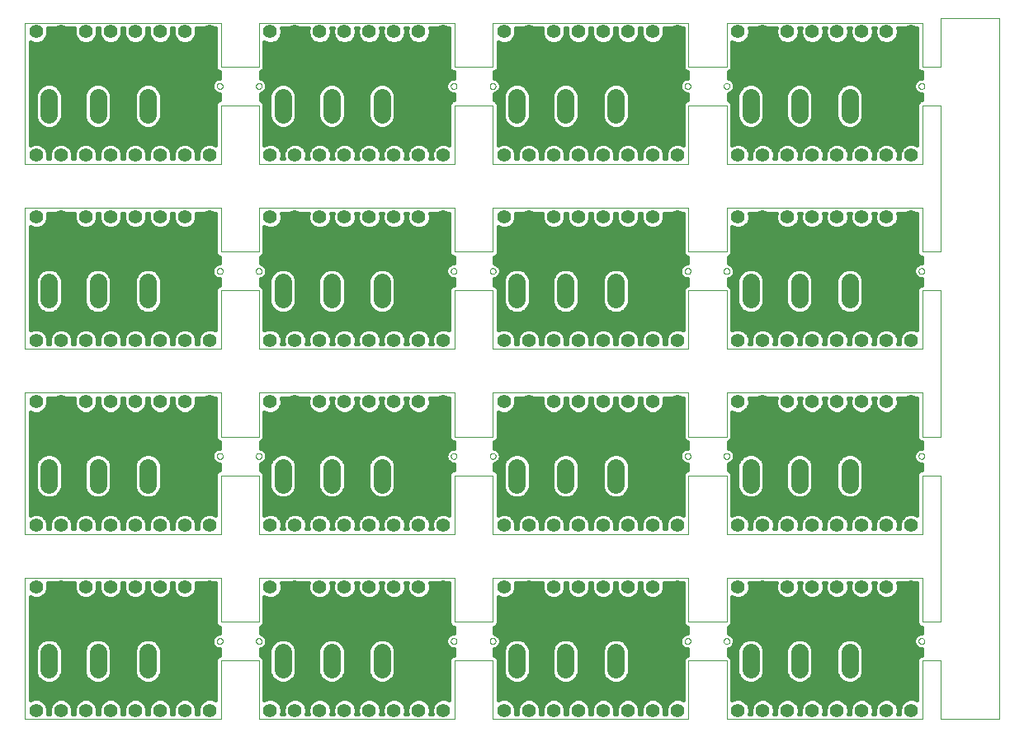
<source format=gtl>
G75*
%MOIN*%
%OFA0B0*%
%FSLAX25Y25*%
%IPPOS*%
%LPD*%
%AMOC8*
5,1,8,0,0,1.08239X$1,22.5*
%
%ADD10C,0.00394*%
%ADD11C,0.00000*%
%ADD12C,0.05543*%
%ADD13C,0.07050*%
%ADD14C,0.01600*%
D10*
X0002546Y0001585D02*
X0081680Y0001585D01*
X0081680Y0025207D01*
X0097034Y0025207D01*
X0097034Y0001585D01*
X0176168Y0001585D01*
X0176168Y0025207D01*
X0191522Y0025207D01*
X0191522Y0001585D01*
X0270656Y0001585D01*
X0270656Y0025207D01*
X0286010Y0025207D01*
X0286010Y0001585D01*
X0365144Y0001585D01*
X0365144Y0025207D01*
X0372625Y0025207D01*
X0372625Y0001585D01*
X0396247Y0001585D01*
X0396247Y0285050D01*
X0372625Y0285050D01*
X0372625Y0265365D01*
X0365144Y0265365D01*
X0365144Y0283081D01*
X0286010Y0283081D01*
X0286010Y0265365D01*
X0270656Y0265365D01*
X0270656Y0283081D01*
X0191522Y0283081D01*
X0191522Y0265365D01*
X0176168Y0265365D01*
X0176168Y0283081D01*
X0097034Y0283081D01*
X0097034Y0265365D01*
X0081680Y0265365D01*
X0081680Y0283081D01*
X0002546Y0283081D01*
X0002546Y0225995D01*
X0081680Y0225995D01*
X0081680Y0249617D01*
X0097034Y0249617D01*
X0097034Y0225995D01*
X0176168Y0225995D01*
X0176168Y0249617D01*
X0191522Y0249617D01*
X0191522Y0225995D01*
X0270656Y0225995D01*
X0270656Y0249617D01*
X0286010Y0249617D01*
X0286010Y0225995D01*
X0365144Y0225995D01*
X0365144Y0249617D01*
X0372625Y0249617D01*
X0372625Y0190562D01*
X0365144Y0190562D01*
X0365144Y0208278D01*
X0286010Y0208278D01*
X0286010Y0190562D01*
X0270656Y0190562D01*
X0270656Y0208278D01*
X0191522Y0208278D01*
X0191522Y0190562D01*
X0176168Y0190562D01*
X0176168Y0208278D01*
X0097034Y0208278D01*
X0097034Y0190562D01*
X0081680Y0190562D01*
X0081680Y0208278D01*
X0002546Y0208278D01*
X0002546Y0151192D01*
X0081680Y0151192D01*
X0081680Y0174814D01*
X0097034Y0174814D01*
X0097034Y0151192D01*
X0176168Y0151192D01*
X0176168Y0174814D01*
X0191522Y0174814D01*
X0191522Y0151192D01*
X0270656Y0151192D01*
X0270656Y0174814D01*
X0286010Y0174814D01*
X0286010Y0151192D01*
X0365144Y0151192D01*
X0365144Y0174814D01*
X0372625Y0174814D01*
X0372625Y0115759D01*
X0365144Y0115759D01*
X0365144Y0133475D01*
X0286010Y0133475D01*
X0286010Y0115759D01*
X0270656Y0115759D01*
X0270656Y0133475D01*
X0191522Y0133475D01*
X0191522Y0115759D01*
X0176168Y0115759D01*
X0176168Y0133475D01*
X0097034Y0133475D01*
X0097034Y0115759D01*
X0081680Y0115759D01*
X0081680Y0133475D01*
X0002546Y0133475D01*
X0002546Y0076389D01*
X0081680Y0076389D01*
X0081680Y0100011D01*
X0097034Y0100011D01*
X0097034Y0076389D01*
X0176168Y0076389D01*
X0176168Y0100011D01*
X0191522Y0100011D01*
X0191522Y0076389D01*
X0270656Y0076389D01*
X0270656Y0100011D01*
X0286010Y0100011D01*
X0286010Y0076389D01*
X0365144Y0076389D01*
X0365144Y0100011D01*
X0372625Y0100011D01*
X0372625Y0040956D01*
X0365144Y0040956D01*
X0365144Y0058672D01*
X0286010Y0058672D01*
X0286010Y0040956D01*
X0270656Y0040956D01*
X0270656Y0058672D01*
X0191522Y0058672D01*
X0191522Y0040956D01*
X0176168Y0040956D01*
X0176168Y0058672D01*
X0097034Y0058672D01*
X0097034Y0040956D01*
X0081680Y0040956D01*
X0081680Y0058672D01*
X0002546Y0058672D01*
X0002546Y0001585D01*
D11*
X0080105Y0033081D02*
X0080107Y0033150D01*
X0080113Y0033218D01*
X0080123Y0033286D01*
X0080137Y0033353D01*
X0080155Y0033420D01*
X0080176Y0033485D01*
X0080202Y0033549D01*
X0080231Y0033611D01*
X0080263Y0033671D01*
X0080299Y0033730D01*
X0080339Y0033786D01*
X0080381Y0033840D01*
X0080427Y0033891D01*
X0080476Y0033940D01*
X0080527Y0033986D01*
X0080581Y0034028D01*
X0080637Y0034068D01*
X0080695Y0034104D01*
X0080756Y0034136D01*
X0080818Y0034165D01*
X0080882Y0034191D01*
X0080947Y0034212D01*
X0081014Y0034230D01*
X0081081Y0034244D01*
X0081149Y0034254D01*
X0081217Y0034260D01*
X0081286Y0034262D01*
X0081355Y0034260D01*
X0081423Y0034254D01*
X0081491Y0034244D01*
X0081558Y0034230D01*
X0081625Y0034212D01*
X0081690Y0034191D01*
X0081754Y0034165D01*
X0081816Y0034136D01*
X0081876Y0034104D01*
X0081935Y0034068D01*
X0081991Y0034028D01*
X0082045Y0033986D01*
X0082096Y0033940D01*
X0082145Y0033891D01*
X0082191Y0033840D01*
X0082233Y0033786D01*
X0082273Y0033730D01*
X0082309Y0033671D01*
X0082341Y0033611D01*
X0082370Y0033549D01*
X0082396Y0033485D01*
X0082417Y0033420D01*
X0082435Y0033353D01*
X0082449Y0033286D01*
X0082459Y0033218D01*
X0082465Y0033150D01*
X0082467Y0033081D01*
X0082465Y0033012D01*
X0082459Y0032944D01*
X0082449Y0032876D01*
X0082435Y0032809D01*
X0082417Y0032742D01*
X0082396Y0032677D01*
X0082370Y0032613D01*
X0082341Y0032551D01*
X0082309Y0032490D01*
X0082273Y0032432D01*
X0082233Y0032376D01*
X0082191Y0032322D01*
X0082145Y0032271D01*
X0082096Y0032222D01*
X0082045Y0032176D01*
X0081991Y0032134D01*
X0081935Y0032094D01*
X0081877Y0032058D01*
X0081816Y0032026D01*
X0081754Y0031997D01*
X0081690Y0031971D01*
X0081625Y0031950D01*
X0081558Y0031932D01*
X0081491Y0031918D01*
X0081423Y0031908D01*
X0081355Y0031902D01*
X0081286Y0031900D01*
X0081217Y0031902D01*
X0081149Y0031908D01*
X0081081Y0031918D01*
X0081014Y0031932D01*
X0080947Y0031950D01*
X0080882Y0031971D01*
X0080818Y0031997D01*
X0080756Y0032026D01*
X0080695Y0032058D01*
X0080637Y0032094D01*
X0080581Y0032134D01*
X0080527Y0032176D01*
X0080476Y0032222D01*
X0080427Y0032271D01*
X0080381Y0032322D01*
X0080339Y0032376D01*
X0080299Y0032432D01*
X0080263Y0032490D01*
X0080231Y0032551D01*
X0080202Y0032613D01*
X0080176Y0032677D01*
X0080155Y0032742D01*
X0080137Y0032809D01*
X0080123Y0032876D01*
X0080113Y0032944D01*
X0080107Y0033012D01*
X0080105Y0033081D01*
X0095853Y0033081D02*
X0095855Y0033150D01*
X0095861Y0033218D01*
X0095871Y0033286D01*
X0095885Y0033353D01*
X0095903Y0033420D01*
X0095924Y0033485D01*
X0095950Y0033549D01*
X0095979Y0033611D01*
X0096011Y0033671D01*
X0096047Y0033730D01*
X0096087Y0033786D01*
X0096129Y0033840D01*
X0096175Y0033891D01*
X0096224Y0033940D01*
X0096275Y0033986D01*
X0096329Y0034028D01*
X0096385Y0034068D01*
X0096443Y0034104D01*
X0096504Y0034136D01*
X0096566Y0034165D01*
X0096630Y0034191D01*
X0096695Y0034212D01*
X0096762Y0034230D01*
X0096829Y0034244D01*
X0096897Y0034254D01*
X0096965Y0034260D01*
X0097034Y0034262D01*
X0097103Y0034260D01*
X0097171Y0034254D01*
X0097239Y0034244D01*
X0097306Y0034230D01*
X0097373Y0034212D01*
X0097438Y0034191D01*
X0097502Y0034165D01*
X0097564Y0034136D01*
X0097624Y0034104D01*
X0097683Y0034068D01*
X0097739Y0034028D01*
X0097793Y0033986D01*
X0097844Y0033940D01*
X0097893Y0033891D01*
X0097939Y0033840D01*
X0097981Y0033786D01*
X0098021Y0033730D01*
X0098057Y0033671D01*
X0098089Y0033611D01*
X0098118Y0033549D01*
X0098144Y0033485D01*
X0098165Y0033420D01*
X0098183Y0033353D01*
X0098197Y0033286D01*
X0098207Y0033218D01*
X0098213Y0033150D01*
X0098215Y0033081D01*
X0098213Y0033012D01*
X0098207Y0032944D01*
X0098197Y0032876D01*
X0098183Y0032809D01*
X0098165Y0032742D01*
X0098144Y0032677D01*
X0098118Y0032613D01*
X0098089Y0032551D01*
X0098057Y0032490D01*
X0098021Y0032432D01*
X0097981Y0032376D01*
X0097939Y0032322D01*
X0097893Y0032271D01*
X0097844Y0032222D01*
X0097793Y0032176D01*
X0097739Y0032134D01*
X0097683Y0032094D01*
X0097625Y0032058D01*
X0097564Y0032026D01*
X0097502Y0031997D01*
X0097438Y0031971D01*
X0097373Y0031950D01*
X0097306Y0031932D01*
X0097239Y0031918D01*
X0097171Y0031908D01*
X0097103Y0031902D01*
X0097034Y0031900D01*
X0096965Y0031902D01*
X0096897Y0031908D01*
X0096829Y0031918D01*
X0096762Y0031932D01*
X0096695Y0031950D01*
X0096630Y0031971D01*
X0096566Y0031997D01*
X0096504Y0032026D01*
X0096443Y0032058D01*
X0096385Y0032094D01*
X0096329Y0032134D01*
X0096275Y0032176D01*
X0096224Y0032222D01*
X0096175Y0032271D01*
X0096129Y0032322D01*
X0096087Y0032376D01*
X0096047Y0032432D01*
X0096011Y0032490D01*
X0095979Y0032551D01*
X0095950Y0032613D01*
X0095924Y0032677D01*
X0095903Y0032742D01*
X0095885Y0032809D01*
X0095871Y0032876D01*
X0095861Y0032944D01*
X0095855Y0033012D01*
X0095853Y0033081D01*
X0174593Y0033081D02*
X0174595Y0033150D01*
X0174601Y0033218D01*
X0174611Y0033286D01*
X0174625Y0033353D01*
X0174643Y0033420D01*
X0174664Y0033485D01*
X0174690Y0033549D01*
X0174719Y0033611D01*
X0174751Y0033671D01*
X0174787Y0033730D01*
X0174827Y0033786D01*
X0174869Y0033840D01*
X0174915Y0033891D01*
X0174964Y0033940D01*
X0175015Y0033986D01*
X0175069Y0034028D01*
X0175125Y0034068D01*
X0175183Y0034104D01*
X0175244Y0034136D01*
X0175306Y0034165D01*
X0175370Y0034191D01*
X0175435Y0034212D01*
X0175502Y0034230D01*
X0175569Y0034244D01*
X0175637Y0034254D01*
X0175705Y0034260D01*
X0175774Y0034262D01*
X0175843Y0034260D01*
X0175911Y0034254D01*
X0175979Y0034244D01*
X0176046Y0034230D01*
X0176113Y0034212D01*
X0176178Y0034191D01*
X0176242Y0034165D01*
X0176304Y0034136D01*
X0176364Y0034104D01*
X0176423Y0034068D01*
X0176479Y0034028D01*
X0176533Y0033986D01*
X0176584Y0033940D01*
X0176633Y0033891D01*
X0176679Y0033840D01*
X0176721Y0033786D01*
X0176761Y0033730D01*
X0176797Y0033671D01*
X0176829Y0033611D01*
X0176858Y0033549D01*
X0176884Y0033485D01*
X0176905Y0033420D01*
X0176923Y0033353D01*
X0176937Y0033286D01*
X0176947Y0033218D01*
X0176953Y0033150D01*
X0176955Y0033081D01*
X0176953Y0033012D01*
X0176947Y0032944D01*
X0176937Y0032876D01*
X0176923Y0032809D01*
X0176905Y0032742D01*
X0176884Y0032677D01*
X0176858Y0032613D01*
X0176829Y0032551D01*
X0176797Y0032490D01*
X0176761Y0032432D01*
X0176721Y0032376D01*
X0176679Y0032322D01*
X0176633Y0032271D01*
X0176584Y0032222D01*
X0176533Y0032176D01*
X0176479Y0032134D01*
X0176423Y0032094D01*
X0176365Y0032058D01*
X0176304Y0032026D01*
X0176242Y0031997D01*
X0176178Y0031971D01*
X0176113Y0031950D01*
X0176046Y0031932D01*
X0175979Y0031918D01*
X0175911Y0031908D01*
X0175843Y0031902D01*
X0175774Y0031900D01*
X0175705Y0031902D01*
X0175637Y0031908D01*
X0175569Y0031918D01*
X0175502Y0031932D01*
X0175435Y0031950D01*
X0175370Y0031971D01*
X0175306Y0031997D01*
X0175244Y0032026D01*
X0175183Y0032058D01*
X0175125Y0032094D01*
X0175069Y0032134D01*
X0175015Y0032176D01*
X0174964Y0032222D01*
X0174915Y0032271D01*
X0174869Y0032322D01*
X0174827Y0032376D01*
X0174787Y0032432D01*
X0174751Y0032490D01*
X0174719Y0032551D01*
X0174690Y0032613D01*
X0174664Y0032677D01*
X0174643Y0032742D01*
X0174625Y0032809D01*
X0174611Y0032876D01*
X0174601Y0032944D01*
X0174595Y0033012D01*
X0174593Y0033081D01*
X0190341Y0033081D02*
X0190343Y0033150D01*
X0190349Y0033218D01*
X0190359Y0033286D01*
X0190373Y0033353D01*
X0190391Y0033420D01*
X0190412Y0033485D01*
X0190438Y0033549D01*
X0190467Y0033611D01*
X0190499Y0033671D01*
X0190535Y0033730D01*
X0190575Y0033786D01*
X0190617Y0033840D01*
X0190663Y0033891D01*
X0190712Y0033940D01*
X0190763Y0033986D01*
X0190817Y0034028D01*
X0190873Y0034068D01*
X0190931Y0034104D01*
X0190992Y0034136D01*
X0191054Y0034165D01*
X0191118Y0034191D01*
X0191183Y0034212D01*
X0191250Y0034230D01*
X0191317Y0034244D01*
X0191385Y0034254D01*
X0191453Y0034260D01*
X0191522Y0034262D01*
X0191591Y0034260D01*
X0191659Y0034254D01*
X0191727Y0034244D01*
X0191794Y0034230D01*
X0191861Y0034212D01*
X0191926Y0034191D01*
X0191990Y0034165D01*
X0192052Y0034136D01*
X0192112Y0034104D01*
X0192171Y0034068D01*
X0192227Y0034028D01*
X0192281Y0033986D01*
X0192332Y0033940D01*
X0192381Y0033891D01*
X0192427Y0033840D01*
X0192469Y0033786D01*
X0192509Y0033730D01*
X0192545Y0033671D01*
X0192577Y0033611D01*
X0192606Y0033549D01*
X0192632Y0033485D01*
X0192653Y0033420D01*
X0192671Y0033353D01*
X0192685Y0033286D01*
X0192695Y0033218D01*
X0192701Y0033150D01*
X0192703Y0033081D01*
X0192701Y0033012D01*
X0192695Y0032944D01*
X0192685Y0032876D01*
X0192671Y0032809D01*
X0192653Y0032742D01*
X0192632Y0032677D01*
X0192606Y0032613D01*
X0192577Y0032551D01*
X0192545Y0032490D01*
X0192509Y0032432D01*
X0192469Y0032376D01*
X0192427Y0032322D01*
X0192381Y0032271D01*
X0192332Y0032222D01*
X0192281Y0032176D01*
X0192227Y0032134D01*
X0192171Y0032094D01*
X0192113Y0032058D01*
X0192052Y0032026D01*
X0191990Y0031997D01*
X0191926Y0031971D01*
X0191861Y0031950D01*
X0191794Y0031932D01*
X0191727Y0031918D01*
X0191659Y0031908D01*
X0191591Y0031902D01*
X0191522Y0031900D01*
X0191453Y0031902D01*
X0191385Y0031908D01*
X0191317Y0031918D01*
X0191250Y0031932D01*
X0191183Y0031950D01*
X0191118Y0031971D01*
X0191054Y0031997D01*
X0190992Y0032026D01*
X0190931Y0032058D01*
X0190873Y0032094D01*
X0190817Y0032134D01*
X0190763Y0032176D01*
X0190712Y0032222D01*
X0190663Y0032271D01*
X0190617Y0032322D01*
X0190575Y0032376D01*
X0190535Y0032432D01*
X0190499Y0032490D01*
X0190467Y0032551D01*
X0190438Y0032613D01*
X0190412Y0032677D01*
X0190391Y0032742D01*
X0190373Y0032809D01*
X0190359Y0032876D01*
X0190349Y0032944D01*
X0190343Y0033012D01*
X0190341Y0033081D01*
X0269081Y0033081D02*
X0269083Y0033150D01*
X0269089Y0033218D01*
X0269099Y0033286D01*
X0269113Y0033353D01*
X0269131Y0033420D01*
X0269152Y0033485D01*
X0269178Y0033549D01*
X0269207Y0033611D01*
X0269239Y0033671D01*
X0269275Y0033730D01*
X0269315Y0033786D01*
X0269357Y0033840D01*
X0269403Y0033891D01*
X0269452Y0033940D01*
X0269503Y0033986D01*
X0269557Y0034028D01*
X0269613Y0034068D01*
X0269671Y0034104D01*
X0269732Y0034136D01*
X0269794Y0034165D01*
X0269858Y0034191D01*
X0269923Y0034212D01*
X0269990Y0034230D01*
X0270057Y0034244D01*
X0270125Y0034254D01*
X0270193Y0034260D01*
X0270262Y0034262D01*
X0270331Y0034260D01*
X0270399Y0034254D01*
X0270467Y0034244D01*
X0270534Y0034230D01*
X0270601Y0034212D01*
X0270666Y0034191D01*
X0270730Y0034165D01*
X0270792Y0034136D01*
X0270852Y0034104D01*
X0270911Y0034068D01*
X0270967Y0034028D01*
X0271021Y0033986D01*
X0271072Y0033940D01*
X0271121Y0033891D01*
X0271167Y0033840D01*
X0271209Y0033786D01*
X0271249Y0033730D01*
X0271285Y0033671D01*
X0271317Y0033611D01*
X0271346Y0033549D01*
X0271372Y0033485D01*
X0271393Y0033420D01*
X0271411Y0033353D01*
X0271425Y0033286D01*
X0271435Y0033218D01*
X0271441Y0033150D01*
X0271443Y0033081D01*
X0271441Y0033012D01*
X0271435Y0032944D01*
X0271425Y0032876D01*
X0271411Y0032809D01*
X0271393Y0032742D01*
X0271372Y0032677D01*
X0271346Y0032613D01*
X0271317Y0032551D01*
X0271285Y0032490D01*
X0271249Y0032432D01*
X0271209Y0032376D01*
X0271167Y0032322D01*
X0271121Y0032271D01*
X0271072Y0032222D01*
X0271021Y0032176D01*
X0270967Y0032134D01*
X0270911Y0032094D01*
X0270853Y0032058D01*
X0270792Y0032026D01*
X0270730Y0031997D01*
X0270666Y0031971D01*
X0270601Y0031950D01*
X0270534Y0031932D01*
X0270467Y0031918D01*
X0270399Y0031908D01*
X0270331Y0031902D01*
X0270262Y0031900D01*
X0270193Y0031902D01*
X0270125Y0031908D01*
X0270057Y0031918D01*
X0269990Y0031932D01*
X0269923Y0031950D01*
X0269858Y0031971D01*
X0269794Y0031997D01*
X0269732Y0032026D01*
X0269671Y0032058D01*
X0269613Y0032094D01*
X0269557Y0032134D01*
X0269503Y0032176D01*
X0269452Y0032222D01*
X0269403Y0032271D01*
X0269357Y0032322D01*
X0269315Y0032376D01*
X0269275Y0032432D01*
X0269239Y0032490D01*
X0269207Y0032551D01*
X0269178Y0032613D01*
X0269152Y0032677D01*
X0269131Y0032742D01*
X0269113Y0032809D01*
X0269099Y0032876D01*
X0269089Y0032944D01*
X0269083Y0033012D01*
X0269081Y0033081D01*
X0284829Y0033081D02*
X0284831Y0033150D01*
X0284837Y0033218D01*
X0284847Y0033286D01*
X0284861Y0033353D01*
X0284879Y0033420D01*
X0284900Y0033485D01*
X0284926Y0033549D01*
X0284955Y0033611D01*
X0284987Y0033671D01*
X0285023Y0033730D01*
X0285063Y0033786D01*
X0285105Y0033840D01*
X0285151Y0033891D01*
X0285200Y0033940D01*
X0285251Y0033986D01*
X0285305Y0034028D01*
X0285361Y0034068D01*
X0285419Y0034104D01*
X0285480Y0034136D01*
X0285542Y0034165D01*
X0285606Y0034191D01*
X0285671Y0034212D01*
X0285738Y0034230D01*
X0285805Y0034244D01*
X0285873Y0034254D01*
X0285941Y0034260D01*
X0286010Y0034262D01*
X0286079Y0034260D01*
X0286147Y0034254D01*
X0286215Y0034244D01*
X0286282Y0034230D01*
X0286349Y0034212D01*
X0286414Y0034191D01*
X0286478Y0034165D01*
X0286540Y0034136D01*
X0286600Y0034104D01*
X0286659Y0034068D01*
X0286715Y0034028D01*
X0286769Y0033986D01*
X0286820Y0033940D01*
X0286869Y0033891D01*
X0286915Y0033840D01*
X0286957Y0033786D01*
X0286997Y0033730D01*
X0287033Y0033671D01*
X0287065Y0033611D01*
X0287094Y0033549D01*
X0287120Y0033485D01*
X0287141Y0033420D01*
X0287159Y0033353D01*
X0287173Y0033286D01*
X0287183Y0033218D01*
X0287189Y0033150D01*
X0287191Y0033081D01*
X0287189Y0033012D01*
X0287183Y0032944D01*
X0287173Y0032876D01*
X0287159Y0032809D01*
X0287141Y0032742D01*
X0287120Y0032677D01*
X0287094Y0032613D01*
X0287065Y0032551D01*
X0287033Y0032490D01*
X0286997Y0032432D01*
X0286957Y0032376D01*
X0286915Y0032322D01*
X0286869Y0032271D01*
X0286820Y0032222D01*
X0286769Y0032176D01*
X0286715Y0032134D01*
X0286659Y0032094D01*
X0286601Y0032058D01*
X0286540Y0032026D01*
X0286478Y0031997D01*
X0286414Y0031971D01*
X0286349Y0031950D01*
X0286282Y0031932D01*
X0286215Y0031918D01*
X0286147Y0031908D01*
X0286079Y0031902D01*
X0286010Y0031900D01*
X0285941Y0031902D01*
X0285873Y0031908D01*
X0285805Y0031918D01*
X0285738Y0031932D01*
X0285671Y0031950D01*
X0285606Y0031971D01*
X0285542Y0031997D01*
X0285480Y0032026D01*
X0285419Y0032058D01*
X0285361Y0032094D01*
X0285305Y0032134D01*
X0285251Y0032176D01*
X0285200Y0032222D01*
X0285151Y0032271D01*
X0285105Y0032322D01*
X0285063Y0032376D01*
X0285023Y0032432D01*
X0284987Y0032490D01*
X0284955Y0032551D01*
X0284926Y0032613D01*
X0284900Y0032677D01*
X0284879Y0032742D01*
X0284861Y0032809D01*
X0284847Y0032876D01*
X0284837Y0032944D01*
X0284831Y0033012D01*
X0284829Y0033081D01*
X0363570Y0033081D02*
X0363572Y0033150D01*
X0363578Y0033218D01*
X0363588Y0033286D01*
X0363602Y0033353D01*
X0363620Y0033420D01*
X0363641Y0033485D01*
X0363667Y0033549D01*
X0363696Y0033611D01*
X0363728Y0033671D01*
X0363764Y0033730D01*
X0363804Y0033786D01*
X0363846Y0033840D01*
X0363892Y0033891D01*
X0363941Y0033940D01*
X0363992Y0033986D01*
X0364046Y0034028D01*
X0364102Y0034068D01*
X0364160Y0034104D01*
X0364221Y0034136D01*
X0364283Y0034165D01*
X0364347Y0034191D01*
X0364412Y0034212D01*
X0364479Y0034230D01*
X0364546Y0034244D01*
X0364614Y0034254D01*
X0364682Y0034260D01*
X0364751Y0034262D01*
X0364820Y0034260D01*
X0364888Y0034254D01*
X0364956Y0034244D01*
X0365023Y0034230D01*
X0365090Y0034212D01*
X0365155Y0034191D01*
X0365219Y0034165D01*
X0365281Y0034136D01*
X0365341Y0034104D01*
X0365400Y0034068D01*
X0365456Y0034028D01*
X0365510Y0033986D01*
X0365561Y0033940D01*
X0365610Y0033891D01*
X0365656Y0033840D01*
X0365698Y0033786D01*
X0365738Y0033730D01*
X0365774Y0033671D01*
X0365806Y0033611D01*
X0365835Y0033549D01*
X0365861Y0033485D01*
X0365882Y0033420D01*
X0365900Y0033353D01*
X0365914Y0033286D01*
X0365924Y0033218D01*
X0365930Y0033150D01*
X0365932Y0033081D01*
X0365930Y0033012D01*
X0365924Y0032944D01*
X0365914Y0032876D01*
X0365900Y0032809D01*
X0365882Y0032742D01*
X0365861Y0032677D01*
X0365835Y0032613D01*
X0365806Y0032551D01*
X0365774Y0032490D01*
X0365738Y0032432D01*
X0365698Y0032376D01*
X0365656Y0032322D01*
X0365610Y0032271D01*
X0365561Y0032222D01*
X0365510Y0032176D01*
X0365456Y0032134D01*
X0365400Y0032094D01*
X0365342Y0032058D01*
X0365281Y0032026D01*
X0365219Y0031997D01*
X0365155Y0031971D01*
X0365090Y0031950D01*
X0365023Y0031932D01*
X0364956Y0031918D01*
X0364888Y0031908D01*
X0364820Y0031902D01*
X0364751Y0031900D01*
X0364682Y0031902D01*
X0364614Y0031908D01*
X0364546Y0031918D01*
X0364479Y0031932D01*
X0364412Y0031950D01*
X0364347Y0031971D01*
X0364283Y0031997D01*
X0364221Y0032026D01*
X0364160Y0032058D01*
X0364102Y0032094D01*
X0364046Y0032134D01*
X0363992Y0032176D01*
X0363941Y0032222D01*
X0363892Y0032271D01*
X0363846Y0032322D01*
X0363804Y0032376D01*
X0363764Y0032432D01*
X0363728Y0032490D01*
X0363696Y0032551D01*
X0363667Y0032613D01*
X0363641Y0032677D01*
X0363620Y0032742D01*
X0363602Y0032809D01*
X0363588Y0032876D01*
X0363578Y0032944D01*
X0363572Y0033012D01*
X0363570Y0033081D01*
X0363570Y0107885D02*
X0363572Y0107954D01*
X0363578Y0108022D01*
X0363588Y0108090D01*
X0363602Y0108157D01*
X0363620Y0108224D01*
X0363641Y0108289D01*
X0363667Y0108353D01*
X0363696Y0108415D01*
X0363728Y0108475D01*
X0363764Y0108534D01*
X0363804Y0108590D01*
X0363846Y0108644D01*
X0363892Y0108695D01*
X0363941Y0108744D01*
X0363992Y0108790D01*
X0364046Y0108832D01*
X0364102Y0108872D01*
X0364160Y0108908D01*
X0364221Y0108940D01*
X0364283Y0108969D01*
X0364347Y0108995D01*
X0364412Y0109016D01*
X0364479Y0109034D01*
X0364546Y0109048D01*
X0364614Y0109058D01*
X0364682Y0109064D01*
X0364751Y0109066D01*
X0364820Y0109064D01*
X0364888Y0109058D01*
X0364956Y0109048D01*
X0365023Y0109034D01*
X0365090Y0109016D01*
X0365155Y0108995D01*
X0365219Y0108969D01*
X0365281Y0108940D01*
X0365341Y0108908D01*
X0365400Y0108872D01*
X0365456Y0108832D01*
X0365510Y0108790D01*
X0365561Y0108744D01*
X0365610Y0108695D01*
X0365656Y0108644D01*
X0365698Y0108590D01*
X0365738Y0108534D01*
X0365774Y0108475D01*
X0365806Y0108415D01*
X0365835Y0108353D01*
X0365861Y0108289D01*
X0365882Y0108224D01*
X0365900Y0108157D01*
X0365914Y0108090D01*
X0365924Y0108022D01*
X0365930Y0107954D01*
X0365932Y0107885D01*
X0365930Y0107816D01*
X0365924Y0107748D01*
X0365914Y0107680D01*
X0365900Y0107613D01*
X0365882Y0107546D01*
X0365861Y0107481D01*
X0365835Y0107417D01*
X0365806Y0107355D01*
X0365774Y0107294D01*
X0365738Y0107236D01*
X0365698Y0107180D01*
X0365656Y0107126D01*
X0365610Y0107075D01*
X0365561Y0107026D01*
X0365510Y0106980D01*
X0365456Y0106938D01*
X0365400Y0106898D01*
X0365342Y0106862D01*
X0365281Y0106830D01*
X0365219Y0106801D01*
X0365155Y0106775D01*
X0365090Y0106754D01*
X0365023Y0106736D01*
X0364956Y0106722D01*
X0364888Y0106712D01*
X0364820Y0106706D01*
X0364751Y0106704D01*
X0364682Y0106706D01*
X0364614Y0106712D01*
X0364546Y0106722D01*
X0364479Y0106736D01*
X0364412Y0106754D01*
X0364347Y0106775D01*
X0364283Y0106801D01*
X0364221Y0106830D01*
X0364160Y0106862D01*
X0364102Y0106898D01*
X0364046Y0106938D01*
X0363992Y0106980D01*
X0363941Y0107026D01*
X0363892Y0107075D01*
X0363846Y0107126D01*
X0363804Y0107180D01*
X0363764Y0107236D01*
X0363728Y0107294D01*
X0363696Y0107355D01*
X0363667Y0107417D01*
X0363641Y0107481D01*
X0363620Y0107546D01*
X0363602Y0107613D01*
X0363588Y0107680D01*
X0363578Y0107748D01*
X0363572Y0107816D01*
X0363570Y0107885D01*
X0284829Y0107885D02*
X0284831Y0107954D01*
X0284837Y0108022D01*
X0284847Y0108090D01*
X0284861Y0108157D01*
X0284879Y0108224D01*
X0284900Y0108289D01*
X0284926Y0108353D01*
X0284955Y0108415D01*
X0284987Y0108475D01*
X0285023Y0108534D01*
X0285063Y0108590D01*
X0285105Y0108644D01*
X0285151Y0108695D01*
X0285200Y0108744D01*
X0285251Y0108790D01*
X0285305Y0108832D01*
X0285361Y0108872D01*
X0285419Y0108908D01*
X0285480Y0108940D01*
X0285542Y0108969D01*
X0285606Y0108995D01*
X0285671Y0109016D01*
X0285738Y0109034D01*
X0285805Y0109048D01*
X0285873Y0109058D01*
X0285941Y0109064D01*
X0286010Y0109066D01*
X0286079Y0109064D01*
X0286147Y0109058D01*
X0286215Y0109048D01*
X0286282Y0109034D01*
X0286349Y0109016D01*
X0286414Y0108995D01*
X0286478Y0108969D01*
X0286540Y0108940D01*
X0286600Y0108908D01*
X0286659Y0108872D01*
X0286715Y0108832D01*
X0286769Y0108790D01*
X0286820Y0108744D01*
X0286869Y0108695D01*
X0286915Y0108644D01*
X0286957Y0108590D01*
X0286997Y0108534D01*
X0287033Y0108475D01*
X0287065Y0108415D01*
X0287094Y0108353D01*
X0287120Y0108289D01*
X0287141Y0108224D01*
X0287159Y0108157D01*
X0287173Y0108090D01*
X0287183Y0108022D01*
X0287189Y0107954D01*
X0287191Y0107885D01*
X0287189Y0107816D01*
X0287183Y0107748D01*
X0287173Y0107680D01*
X0287159Y0107613D01*
X0287141Y0107546D01*
X0287120Y0107481D01*
X0287094Y0107417D01*
X0287065Y0107355D01*
X0287033Y0107294D01*
X0286997Y0107236D01*
X0286957Y0107180D01*
X0286915Y0107126D01*
X0286869Y0107075D01*
X0286820Y0107026D01*
X0286769Y0106980D01*
X0286715Y0106938D01*
X0286659Y0106898D01*
X0286601Y0106862D01*
X0286540Y0106830D01*
X0286478Y0106801D01*
X0286414Y0106775D01*
X0286349Y0106754D01*
X0286282Y0106736D01*
X0286215Y0106722D01*
X0286147Y0106712D01*
X0286079Y0106706D01*
X0286010Y0106704D01*
X0285941Y0106706D01*
X0285873Y0106712D01*
X0285805Y0106722D01*
X0285738Y0106736D01*
X0285671Y0106754D01*
X0285606Y0106775D01*
X0285542Y0106801D01*
X0285480Y0106830D01*
X0285419Y0106862D01*
X0285361Y0106898D01*
X0285305Y0106938D01*
X0285251Y0106980D01*
X0285200Y0107026D01*
X0285151Y0107075D01*
X0285105Y0107126D01*
X0285063Y0107180D01*
X0285023Y0107236D01*
X0284987Y0107294D01*
X0284955Y0107355D01*
X0284926Y0107417D01*
X0284900Y0107481D01*
X0284879Y0107546D01*
X0284861Y0107613D01*
X0284847Y0107680D01*
X0284837Y0107748D01*
X0284831Y0107816D01*
X0284829Y0107885D01*
X0269081Y0107885D02*
X0269083Y0107954D01*
X0269089Y0108022D01*
X0269099Y0108090D01*
X0269113Y0108157D01*
X0269131Y0108224D01*
X0269152Y0108289D01*
X0269178Y0108353D01*
X0269207Y0108415D01*
X0269239Y0108475D01*
X0269275Y0108534D01*
X0269315Y0108590D01*
X0269357Y0108644D01*
X0269403Y0108695D01*
X0269452Y0108744D01*
X0269503Y0108790D01*
X0269557Y0108832D01*
X0269613Y0108872D01*
X0269671Y0108908D01*
X0269732Y0108940D01*
X0269794Y0108969D01*
X0269858Y0108995D01*
X0269923Y0109016D01*
X0269990Y0109034D01*
X0270057Y0109048D01*
X0270125Y0109058D01*
X0270193Y0109064D01*
X0270262Y0109066D01*
X0270331Y0109064D01*
X0270399Y0109058D01*
X0270467Y0109048D01*
X0270534Y0109034D01*
X0270601Y0109016D01*
X0270666Y0108995D01*
X0270730Y0108969D01*
X0270792Y0108940D01*
X0270852Y0108908D01*
X0270911Y0108872D01*
X0270967Y0108832D01*
X0271021Y0108790D01*
X0271072Y0108744D01*
X0271121Y0108695D01*
X0271167Y0108644D01*
X0271209Y0108590D01*
X0271249Y0108534D01*
X0271285Y0108475D01*
X0271317Y0108415D01*
X0271346Y0108353D01*
X0271372Y0108289D01*
X0271393Y0108224D01*
X0271411Y0108157D01*
X0271425Y0108090D01*
X0271435Y0108022D01*
X0271441Y0107954D01*
X0271443Y0107885D01*
X0271441Y0107816D01*
X0271435Y0107748D01*
X0271425Y0107680D01*
X0271411Y0107613D01*
X0271393Y0107546D01*
X0271372Y0107481D01*
X0271346Y0107417D01*
X0271317Y0107355D01*
X0271285Y0107294D01*
X0271249Y0107236D01*
X0271209Y0107180D01*
X0271167Y0107126D01*
X0271121Y0107075D01*
X0271072Y0107026D01*
X0271021Y0106980D01*
X0270967Y0106938D01*
X0270911Y0106898D01*
X0270853Y0106862D01*
X0270792Y0106830D01*
X0270730Y0106801D01*
X0270666Y0106775D01*
X0270601Y0106754D01*
X0270534Y0106736D01*
X0270467Y0106722D01*
X0270399Y0106712D01*
X0270331Y0106706D01*
X0270262Y0106704D01*
X0270193Y0106706D01*
X0270125Y0106712D01*
X0270057Y0106722D01*
X0269990Y0106736D01*
X0269923Y0106754D01*
X0269858Y0106775D01*
X0269794Y0106801D01*
X0269732Y0106830D01*
X0269671Y0106862D01*
X0269613Y0106898D01*
X0269557Y0106938D01*
X0269503Y0106980D01*
X0269452Y0107026D01*
X0269403Y0107075D01*
X0269357Y0107126D01*
X0269315Y0107180D01*
X0269275Y0107236D01*
X0269239Y0107294D01*
X0269207Y0107355D01*
X0269178Y0107417D01*
X0269152Y0107481D01*
X0269131Y0107546D01*
X0269113Y0107613D01*
X0269099Y0107680D01*
X0269089Y0107748D01*
X0269083Y0107816D01*
X0269081Y0107885D01*
X0190341Y0107885D02*
X0190343Y0107954D01*
X0190349Y0108022D01*
X0190359Y0108090D01*
X0190373Y0108157D01*
X0190391Y0108224D01*
X0190412Y0108289D01*
X0190438Y0108353D01*
X0190467Y0108415D01*
X0190499Y0108475D01*
X0190535Y0108534D01*
X0190575Y0108590D01*
X0190617Y0108644D01*
X0190663Y0108695D01*
X0190712Y0108744D01*
X0190763Y0108790D01*
X0190817Y0108832D01*
X0190873Y0108872D01*
X0190931Y0108908D01*
X0190992Y0108940D01*
X0191054Y0108969D01*
X0191118Y0108995D01*
X0191183Y0109016D01*
X0191250Y0109034D01*
X0191317Y0109048D01*
X0191385Y0109058D01*
X0191453Y0109064D01*
X0191522Y0109066D01*
X0191591Y0109064D01*
X0191659Y0109058D01*
X0191727Y0109048D01*
X0191794Y0109034D01*
X0191861Y0109016D01*
X0191926Y0108995D01*
X0191990Y0108969D01*
X0192052Y0108940D01*
X0192112Y0108908D01*
X0192171Y0108872D01*
X0192227Y0108832D01*
X0192281Y0108790D01*
X0192332Y0108744D01*
X0192381Y0108695D01*
X0192427Y0108644D01*
X0192469Y0108590D01*
X0192509Y0108534D01*
X0192545Y0108475D01*
X0192577Y0108415D01*
X0192606Y0108353D01*
X0192632Y0108289D01*
X0192653Y0108224D01*
X0192671Y0108157D01*
X0192685Y0108090D01*
X0192695Y0108022D01*
X0192701Y0107954D01*
X0192703Y0107885D01*
X0192701Y0107816D01*
X0192695Y0107748D01*
X0192685Y0107680D01*
X0192671Y0107613D01*
X0192653Y0107546D01*
X0192632Y0107481D01*
X0192606Y0107417D01*
X0192577Y0107355D01*
X0192545Y0107294D01*
X0192509Y0107236D01*
X0192469Y0107180D01*
X0192427Y0107126D01*
X0192381Y0107075D01*
X0192332Y0107026D01*
X0192281Y0106980D01*
X0192227Y0106938D01*
X0192171Y0106898D01*
X0192113Y0106862D01*
X0192052Y0106830D01*
X0191990Y0106801D01*
X0191926Y0106775D01*
X0191861Y0106754D01*
X0191794Y0106736D01*
X0191727Y0106722D01*
X0191659Y0106712D01*
X0191591Y0106706D01*
X0191522Y0106704D01*
X0191453Y0106706D01*
X0191385Y0106712D01*
X0191317Y0106722D01*
X0191250Y0106736D01*
X0191183Y0106754D01*
X0191118Y0106775D01*
X0191054Y0106801D01*
X0190992Y0106830D01*
X0190931Y0106862D01*
X0190873Y0106898D01*
X0190817Y0106938D01*
X0190763Y0106980D01*
X0190712Y0107026D01*
X0190663Y0107075D01*
X0190617Y0107126D01*
X0190575Y0107180D01*
X0190535Y0107236D01*
X0190499Y0107294D01*
X0190467Y0107355D01*
X0190438Y0107417D01*
X0190412Y0107481D01*
X0190391Y0107546D01*
X0190373Y0107613D01*
X0190359Y0107680D01*
X0190349Y0107748D01*
X0190343Y0107816D01*
X0190341Y0107885D01*
X0174593Y0107885D02*
X0174595Y0107954D01*
X0174601Y0108022D01*
X0174611Y0108090D01*
X0174625Y0108157D01*
X0174643Y0108224D01*
X0174664Y0108289D01*
X0174690Y0108353D01*
X0174719Y0108415D01*
X0174751Y0108475D01*
X0174787Y0108534D01*
X0174827Y0108590D01*
X0174869Y0108644D01*
X0174915Y0108695D01*
X0174964Y0108744D01*
X0175015Y0108790D01*
X0175069Y0108832D01*
X0175125Y0108872D01*
X0175183Y0108908D01*
X0175244Y0108940D01*
X0175306Y0108969D01*
X0175370Y0108995D01*
X0175435Y0109016D01*
X0175502Y0109034D01*
X0175569Y0109048D01*
X0175637Y0109058D01*
X0175705Y0109064D01*
X0175774Y0109066D01*
X0175843Y0109064D01*
X0175911Y0109058D01*
X0175979Y0109048D01*
X0176046Y0109034D01*
X0176113Y0109016D01*
X0176178Y0108995D01*
X0176242Y0108969D01*
X0176304Y0108940D01*
X0176364Y0108908D01*
X0176423Y0108872D01*
X0176479Y0108832D01*
X0176533Y0108790D01*
X0176584Y0108744D01*
X0176633Y0108695D01*
X0176679Y0108644D01*
X0176721Y0108590D01*
X0176761Y0108534D01*
X0176797Y0108475D01*
X0176829Y0108415D01*
X0176858Y0108353D01*
X0176884Y0108289D01*
X0176905Y0108224D01*
X0176923Y0108157D01*
X0176937Y0108090D01*
X0176947Y0108022D01*
X0176953Y0107954D01*
X0176955Y0107885D01*
X0176953Y0107816D01*
X0176947Y0107748D01*
X0176937Y0107680D01*
X0176923Y0107613D01*
X0176905Y0107546D01*
X0176884Y0107481D01*
X0176858Y0107417D01*
X0176829Y0107355D01*
X0176797Y0107294D01*
X0176761Y0107236D01*
X0176721Y0107180D01*
X0176679Y0107126D01*
X0176633Y0107075D01*
X0176584Y0107026D01*
X0176533Y0106980D01*
X0176479Y0106938D01*
X0176423Y0106898D01*
X0176365Y0106862D01*
X0176304Y0106830D01*
X0176242Y0106801D01*
X0176178Y0106775D01*
X0176113Y0106754D01*
X0176046Y0106736D01*
X0175979Y0106722D01*
X0175911Y0106712D01*
X0175843Y0106706D01*
X0175774Y0106704D01*
X0175705Y0106706D01*
X0175637Y0106712D01*
X0175569Y0106722D01*
X0175502Y0106736D01*
X0175435Y0106754D01*
X0175370Y0106775D01*
X0175306Y0106801D01*
X0175244Y0106830D01*
X0175183Y0106862D01*
X0175125Y0106898D01*
X0175069Y0106938D01*
X0175015Y0106980D01*
X0174964Y0107026D01*
X0174915Y0107075D01*
X0174869Y0107126D01*
X0174827Y0107180D01*
X0174787Y0107236D01*
X0174751Y0107294D01*
X0174719Y0107355D01*
X0174690Y0107417D01*
X0174664Y0107481D01*
X0174643Y0107546D01*
X0174625Y0107613D01*
X0174611Y0107680D01*
X0174601Y0107748D01*
X0174595Y0107816D01*
X0174593Y0107885D01*
X0095853Y0107885D02*
X0095855Y0107954D01*
X0095861Y0108022D01*
X0095871Y0108090D01*
X0095885Y0108157D01*
X0095903Y0108224D01*
X0095924Y0108289D01*
X0095950Y0108353D01*
X0095979Y0108415D01*
X0096011Y0108475D01*
X0096047Y0108534D01*
X0096087Y0108590D01*
X0096129Y0108644D01*
X0096175Y0108695D01*
X0096224Y0108744D01*
X0096275Y0108790D01*
X0096329Y0108832D01*
X0096385Y0108872D01*
X0096443Y0108908D01*
X0096504Y0108940D01*
X0096566Y0108969D01*
X0096630Y0108995D01*
X0096695Y0109016D01*
X0096762Y0109034D01*
X0096829Y0109048D01*
X0096897Y0109058D01*
X0096965Y0109064D01*
X0097034Y0109066D01*
X0097103Y0109064D01*
X0097171Y0109058D01*
X0097239Y0109048D01*
X0097306Y0109034D01*
X0097373Y0109016D01*
X0097438Y0108995D01*
X0097502Y0108969D01*
X0097564Y0108940D01*
X0097624Y0108908D01*
X0097683Y0108872D01*
X0097739Y0108832D01*
X0097793Y0108790D01*
X0097844Y0108744D01*
X0097893Y0108695D01*
X0097939Y0108644D01*
X0097981Y0108590D01*
X0098021Y0108534D01*
X0098057Y0108475D01*
X0098089Y0108415D01*
X0098118Y0108353D01*
X0098144Y0108289D01*
X0098165Y0108224D01*
X0098183Y0108157D01*
X0098197Y0108090D01*
X0098207Y0108022D01*
X0098213Y0107954D01*
X0098215Y0107885D01*
X0098213Y0107816D01*
X0098207Y0107748D01*
X0098197Y0107680D01*
X0098183Y0107613D01*
X0098165Y0107546D01*
X0098144Y0107481D01*
X0098118Y0107417D01*
X0098089Y0107355D01*
X0098057Y0107294D01*
X0098021Y0107236D01*
X0097981Y0107180D01*
X0097939Y0107126D01*
X0097893Y0107075D01*
X0097844Y0107026D01*
X0097793Y0106980D01*
X0097739Y0106938D01*
X0097683Y0106898D01*
X0097625Y0106862D01*
X0097564Y0106830D01*
X0097502Y0106801D01*
X0097438Y0106775D01*
X0097373Y0106754D01*
X0097306Y0106736D01*
X0097239Y0106722D01*
X0097171Y0106712D01*
X0097103Y0106706D01*
X0097034Y0106704D01*
X0096965Y0106706D01*
X0096897Y0106712D01*
X0096829Y0106722D01*
X0096762Y0106736D01*
X0096695Y0106754D01*
X0096630Y0106775D01*
X0096566Y0106801D01*
X0096504Y0106830D01*
X0096443Y0106862D01*
X0096385Y0106898D01*
X0096329Y0106938D01*
X0096275Y0106980D01*
X0096224Y0107026D01*
X0096175Y0107075D01*
X0096129Y0107126D01*
X0096087Y0107180D01*
X0096047Y0107236D01*
X0096011Y0107294D01*
X0095979Y0107355D01*
X0095950Y0107417D01*
X0095924Y0107481D01*
X0095903Y0107546D01*
X0095885Y0107613D01*
X0095871Y0107680D01*
X0095861Y0107748D01*
X0095855Y0107816D01*
X0095853Y0107885D01*
X0080105Y0107885D02*
X0080107Y0107954D01*
X0080113Y0108022D01*
X0080123Y0108090D01*
X0080137Y0108157D01*
X0080155Y0108224D01*
X0080176Y0108289D01*
X0080202Y0108353D01*
X0080231Y0108415D01*
X0080263Y0108475D01*
X0080299Y0108534D01*
X0080339Y0108590D01*
X0080381Y0108644D01*
X0080427Y0108695D01*
X0080476Y0108744D01*
X0080527Y0108790D01*
X0080581Y0108832D01*
X0080637Y0108872D01*
X0080695Y0108908D01*
X0080756Y0108940D01*
X0080818Y0108969D01*
X0080882Y0108995D01*
X0080947Y0109016D01*
X0081014Y0109034D01*
X0081081Y0109048D01*
X0081149Y0109058D01*
X0081217Y0109064D01*
X0081286Y0109066D01*
X0081355Y0109064D01*
X0081423Y0109058D01*
X0081491Y0109048D01*
X0081558Y0109034D01*
X0081625Y0109016D01*
X0081690Y0108995D01*
X0081754Y0108969D01*
X0081816Y0108940D01*
X0081876Y0108908D01*
X0081935Y0108872D01*
X0081991Y0108832D01*
X0082045Y0108790D01*
X0082096Y0108744D01*
X0082145Y0108695D01*
X0082191Y0108644D01*
X0082233Y0108590D01*
X0082273Y0108534D01*
X0082309Y0108475D01*
X0082341Y0108415D01*
X0082370Y0108353D01*
X0082396Y0108289D01*
X0082417Y0108224D01*
X0082435Y0108157D01*
X0082449Y0108090D01*
X0082459Y0108022D01*
X0082465Y0107954D01*
X0082467Y0107885D01*
X0082465Y0107816D01*
X0082459Y0107748D01*
X0082449Y0107680D01*
X0082435Y0107613D01*
X0082417Y0107546D01*
X0082396Y0107481D01*
X0082370Y0107417D01*
X0082341Y0107355D01*
X0082309Y0107294D01*
X0082273Y0107236D01*
X0082233Y0107180D01*
X0082191Y0107126D01*
X0082145Y0107075D01*
X0082096Y0107026D01*
X0082045Y0106980D01*
X0081991Y0106938D01*
X0081935Y0106898D01*
X0081877Y0106862D01*
X0081816Y0106830D01*
X0081754Y0106801D01*
X0081690Y0106775D01*
X0081625Y0106754D01*
X0081558Y0106736D01*
X0081491Y0106722D01*
X0081423Y0106712D01*
X0081355Y0106706D01*
X0081286Y0106704D01*
X0081217Y0106706D01*
X0081149Y0106712D01*
X0081081Y0106722D01*
X0081014Y0106736D01*
X0080947Y0106754D01*
X0080882Y0106775D01*
X0080818Y0106801D01*
X0080756Y0106830D01*
X0080695Y0106862D01*
X0080637Y0106898D01*
X0080581Y0106938D01*
X0080527Y0106980D01*
X0080476Y0107026D01*
X0080427Y0107075D01*
X0080381Y0107126D01*
X0080339Y0107180D01*
X0080299Y0107236D01*
X0080263Y0107294D01*
X0080231Y0107355D01*
X0080202Y0107417D01*
X0080176Y0107481D01*
X0080155Y0107546D01*
X0080137Y0107613D01*
X0080123Y0107680D01*
X0080113Y0107748D01*
X0080107Y0107816D01*
X0080105Y0107885D01*
X0080105Y0182688D02*
X0080107Y0182757D01*
X0080113Y0182825D01*
X0080123Y0182893D01*
X0080137Y0182960D01*
X0080155Y0183027D01*
X0080176Y0183092D01*
X0080202Y0183156D01*
X0080231Y0183218D01*
X0080263Y0183278D01*
X0080299Y0183337D01*
X0080339Y0183393D01*
X0080381Y0183447D01*
X0080427Y0183498D01*
X0080476Y0183547D01*
X0080527Y0183593D01*
X0080581Y0183635D01*
X0080637Y0183675D01*
X0080695Y0183711D01*
X0080756Y0183743D01*
X0080818Y0183772D01*
X0080882Y0183798D01*
X0080947Y0183819D01*
X0081014Y0183837D01*
X0081081Y0183851D01*
X0081149Y0183861D01*
X0081217Y0183867D01*
X0081286Y0183869D01*
X0081355Y0183867D01*
X0081423Y0183861D01*
X0081491Y0183851D01*
X0081558Y0183837D01*
X0081625Y0183819D01*
X0081690Y0183798D01*
X0081754Y0183772D01*
X0081816Y0183743D01*
X0081876Y0183711D01*
X0081935Y0183675D01*
X0081991Y0183635D01*
X0082045Y0183593D01*
X0082096Y0183547D01*
X0082145Y0183498D01*
X0082191Y0183447D01*
X0082233Y0183393D01*
X0082273Y0183337D01*
X0082309Y0183278D01*
X0082341Y0183218D01*
X0082370Y0183156D01*
X0082396Y0183092D01*
X0082417Y0183027D01*
X0082435Y0182960D01*
X0082449Y0182893D01*
X0082459Y0182825D01*
X0082465Y0182757D01*
X0082467Y0182688D01*
X0082465Y0182619D01*
X0082459Y0182551D01*
X0082449Y0182483D01*
X0082435Y0182416D01*
X0082417Y0182349D01*
X0082396Y0182284D01*
X0082370Y0182220D01*
X0082341Y0182158D01*
X0082309Y0182097D01*
X0082273Y0182039D01*
X0082233Y0181983D01*
X0082191Y0181929D01*
X0082145Y0181878D01*
X0082096Y0181829D01*
X0082045Y0181783D01*
X0081991Y0181741D01*
X0081935Y0181701D01*
X0081877Y0181665D01*
X0081816Y0181633D01*
X0081754Y0181604D01*
X0081690Y0181578D01*
X0081625Y0181557D01*
X0081558Y0181539D01*
X0081491Y0181525D01*
X0081423Y0181515D01*
X0081355Y0181509D01*
X0081286Y0181507D01*
X0081217Y0181509D01*
X0081149Y0181515D01*
X0081081Y0181525D01*
X0081014Y0181539D01*
X0080947Y0181557D01*
X0080882Y0181578D01*
X0080818Y0181604D01*
X0080756Y0181633D01*
X0080695Y0181665D01*
X0080637Y0181701D01*
X0080581Y0181741D01*
X0080527Y0181783D01*
X0080476Y0181829D01*
X0080427Y0181878D01*
X0080381Y0181929D01*
X0080339Y0181983D01*
X0080299Y0182039D01*
X0080263Y0182097D01*
X0080231Y0182158D01*
X0080202Y0182220D01*
X0080176Y0182284D01*
X0080155Y0182349D01*
X0080137Y0182416D01*
X0080123Y0182483D01*
X0080113Y0182551D01*
X0080107Y0182619D01*
X0080105Y0182688D01*
X0095853Y0182688D02*
X0095855Y0182757D01*
X0095861Y0182825D01*
X0095871Y0182893D01*
X0095885Y0182960D01*
X0095903Y0183027D01*
X0095924Y0183092D01*
X0095950Y0183156D01*
X0095979Y0183218D01*
X0096011Y0183278D01*
X0096047Y0183337D01*
X0096087Y0183393D01*
X0096129Y0183447D01*
X0096175Y0183498D01*
X0096224Y0183547D01*
X0096275Y0183593D01*
X0096329Y0183635D01*
X0096385Y0183675D01*
X0096443Y0183711D01*
X0096504Y0183743D01*
X0096566Y0183772D01*
X0096630Y0183798D01*
X0096695Y0183819D01*
X0096762Y0183837D01*
X0096829Y0183851D01*
X0096897Y0183861D01*
X0096965Y0183867D01*
X0097034Y0183869D01*
X0097103Y0183867D01*
X0097171Y0183861D01*
X0097239Y0183851D01*
X0097306Y0183837D01*
X0097373Y0183819D01*
X0097438Y0183798D01*
X0097502Y0183772D01*
X0097564Y0183743D01*
X0097624Y0183711D01*
X0097683Y0183675D01*
X0097739Y0183635D01*
X0097793Y0183593D01*
X0097844Y0183547D01*
X0097893Y0183498D01*
X0097939Y0183447D01*
X0097981Y0183393D01*
X0098021Y0183337D01*
X0098057Y0183278D01*
X0098089Y0183218D01*
X0098118Y0183156D01*
X0098144Y0183092D01*
X0098165Y0183027D01*
X0098183Y0182960D01*
X0098197Y0182893D01*
X0098207Y0182825D01*
X0098213Y0182757D01*
X0098215Y0182688D01*
X0098213Y0182619D01*
X0098207Y0182551D01*
X0098197Y0182483D01*
X0098183Y0182416D01*
X0098165Y0182349D01*
X0098144Y0182284D01*
X0098118Y0182220D01*
X0098089Y0182158D01*
X0098057Y0182097D01*
X0098021Y0182039D01*
X0097981Y0181983D01*
X0097939Y0181929D01*
X0097893Y0181878D01*
X0097844Y0181829D01*
X0097793Y0181783D01*
X0097739Y0181741D01*
X0097683Y0181701D01*
X0097625Y0181665D01*
X0097564Y0181633D01*
X0097502Y0181604D01*
X0097438Y0181578D01*
X0097373Y0181557D01*
X0097306Y0181539D01*
X0097239Y0181525D01*
X0097171Y0181515D01*
X0097103Y0181509D01*
X0097034Y0181507D01*
X0096965Y0181509D01*
X0096897Y0181515D01*
X0096829Y0181525D01*
X0096762Y0181539D01*
X0096695Y0181557D01*
X0096630Y0181578D01*
X0096566Y0181604D01*
X0096504Y0181633D01*
X0096443Y0181665D01*
X0096385Y0181701D01*
X0096329Y0181741D01*
X0096275Y0181783D01*
X0096224Y0181829D01*
X0096175Y0181878D01*
X0096129Y0181929D01*
X0096087Y0181983D01*
X0096047Y0182039D01*
X0096011Y0182097D01*
X0095979Y0182158D01*
X0095950Y0182220D01*
X0095924Y0182284D01*
X0095903Y0182349D01*
X0095885Y0182416D01*
X0095871Y0182483D01*
X0095861Y0182551D01*
X0095855Y0182619D01*
X0095853Y0182688D01*
X0174593Y0182688D02*
X0174595Y0182757D01*
X0174601Y0182825D01*
X0174611Y0182893D01*
X0174625Y0182960D01*
X0174643Y0183027D01*
X0174664Y0183092D01*
X0174690Y0183156D01*
X0174719Y0183218D01*
X0174751Y0183278D01*
X0174787Y0183337D01*
X0174827Y0183393D01*
X0174869Y0183447D01*
X0174915Y0183498D01*
X0174964Y0183547D01*
X0175015Y0183593D01*
X0175069Y0183635D01*
X0175125Y0183675D01*
X0175183Y0183711D01*
X0175244Y0183743D01*
X0175306Y0183772D01*
X0175370Y0183798D01*
X0175435Y0183819D01*
X0175502Y0183837D01*
X0175569Y0183851D01*
X0175637Y0183861D01*
X0175705Y0183867D01*
X0175774Y0183869D01*
X0175843Y0183867D01*
X0175911Y0183861D01*
X0175979Y0183851D01*
X0176046Y0183837D01*
X0176113Y0183819D01*
X0176178Y0183798D01*
X0176242Y0183772D01*
X0176304Y0183743D01*
X0176364Y0183711D01*
X0176423Y0183675D01*
X0176479Y0183635D01*
X0176533Y0183593D01*
X0176584Y0183547D01*
X0176633Y0183498D01*
X0176679Y0183447D01*
X0176721Y0183393D01*
X0176761Y0183337D01*
X0176797Y0183278D01*
X0176829Y0183218D01*
X0176858Y0183156D01*
X0176884Y0183092D01*
X0176905Y0183027D01*
X0176923Y0182960D01*
X0176937Y0182893D01*
X0176947Y0182825D01*
X0176953Y0182757D01*
X0176955Y0182688D01*
X0176953Y0182619D01*
X0176947Y0182551D01*
X0176937Y0182483D01*
X0176923Y0182416D01*
X0176905Y0182349D01*
X0176884Y0182284D01*
X0176858Y0182220D01*
X0176829Y0182158D01*
X0176797Y0182097D01*
X0176761Y0182039D01*
X0176721Y0181983D01*
X0176679Y0181929D01*
X0176633Y0181878D01*
X0176584Y0181829D01*
X0176533Y0181783D01*
X0176479Y0181741D01*
X0176423Y0181701D01*
X0176365Y0181665D01*
X0176304Y0181633D01*
X0176242Y0181604D01*
X0176178Y0181578D01*
X0176113Y0181557D01*
X0176046Y0181539D01*
X0175979Y0181525D01*
X0175911Y0181515D01*
X0175843Y0181509D01*
X0175774Y0181507D01*
X0175705Y0181509D01*
X0175637Y0181515D01*
X0175569Y0181525D01*
X0175502Y0181539D01*
X0175435Y0181557D01*
X0175370Y0181578D01*
X0175306Y0181604D01*
X0175244Y0181633D01*
X0175183Y0181665D01*
X0175125Y0181701D01*
X0175069Y0181741D01*
X0175015Y0181783D01*
X0174964Y0181829D01*
X0174915Y0181878D01*
X0174869Y0181929D01*
X0174827Y0181983D01*
X0174787Y0182039D01*
X0174751Y0182097D01*
X0174719Y0182158D01*
X0174690Y0182220D01*
X0174664Y0182284D01*
X0174643Y0182349D01*
X0174625Y0182416D01*
X0174611Y0182483D01*
X0174601Y0182551D01*
X0174595Y0182619D01*
X0174593Y0182688D01*
X0190341Y0182688D02*
X0190343Y0182757D01*
X0190349Y0182825D01*
X0190359Y0182893D01*
X0190373Y0182960D01*
X0190391Y0183027D01*
X0190412Y0183092D01*
X0190438Y0183156D01*
X0190467Y0183218D01*
X0190499Y0183278D01*
X0190535Y0183337D01*
X0190575Y0183393D01*
X0190617Y0183447D01*
X0190663Y0183498D01*
X0190712Y0183547D01*
X0190763Y0183593D01*
X0190817Y0183635D01*
X0190873Y0183675D01*
X0190931Y0183711D01*
X0190992Y0183743D01*
X0191054Y0183772D01*
X0191118Y0183798D01*
X0191183Y0183819D01*
X0191250Y0183837D01*
X0191317Y0183851D01*
X0191385Y0183861D01*
X0191453Y0183867D01*
X0191522Y0183869D01*
X0191591Y0183867D01*
X0191659Y0183861D01*
X0191727Y0183851D01*
X0191794Y0183837D01*
X0191861Y0183819D01*
X0191926Y0183798D01*
X0191990Y0183772D01*
X0192052Y0183743D01*
X0192112Y0183711D01*
X0192171Y0183675D01*
X0192227Y0183635D01*
X0192281Y0183593D01*
X0192332Y0183547D01*
X0192381Y0183498D01*
X0192427Y0183447D01*
X0192469Y0183393D01*
X0192509Y0183337D01*
X0192545Y0183278D01*
X0192577Y0183218D01*
X0192606Y0183156D01*
X0192632Y0183092D01*
X0192653Y0183027D01*
X0192671Y0182960D01*
X0192685Y0182893D01*
X0192695Y0182825D01*
X0192701Y0182757D01*
X0192703Y0182688D01*
X0192701Y0182619D01*
X0192695Y0182551D01*
X0192685Y0182483D01*
X0192671Y0182416D01*
X0192653Y0182349D01*
X0192632Y0182284D01*
X0192606Y0182220D01*
X0192577Y0182158D01*
X0192545Y0182097D01*
X0192509Y0182039D01*
X0192469Y0181983D01*
X0192427Y0181929D01*
X0192381Y0181878D01*
X0192332Y0181829D01*
X0192281Y0181783D01*
X0192227Y0181741D01*
X0192171Y0181701D01*
X0192113Y0181665D01*
X0192052Y0181633D01*
X0191990Y0181604D01*
X0191926Y0181578D01*
X0191861Y0181557D01*
X0191794Y0181539D01*
X0191727Y0181525D01*
X0191659Y0181515D01*
X0191591Y0181509D01*
X0191522Y0181507D01*
X0191453Y0181509D01*
X0191385Y0181515D01*
X0191317Y0181525D01*
X0191250Y0181539D01*
X0191183Y0181557D01*
X0191118Y0181578D01*
X0191054Y0181604D01*
X0190992Y0181633D01*
X0190931Y0181665D01*
X0190873Y0181701D01*
X0190817Y0181741D01*
X0190763Y0181783D01*
X0190712Y0181829D01*
X0190663Y0181878D01*
X0190617Y0181929D01*
X0190575Y0181983D01*
X0190535Y0182039D01*
X0190499Y0182097D01*
X0190467Y0182158D01*
X0190438Y0182220D01*
X0190412Y0182284D01*
X0190391Y0182349D01*
X0190373Y0182416D01*
X0190359Y0182483D01*
X0190349Y0182551D01*
X0190343Y0182619D01*
X0190341Y0182688D01*
X0269081Y0182688D02*
X0269083Y0182757D01*
X0269089Y0182825D01*
X0269099Y0182893D01*
X0269113Y0182960D01*
X0269131Y0183027D01*
X0269152Y0183092D01*
X0269178Y0183156D01*
X0269207Y0183218D01*
X0269239Y0183278D01*
X0269275Y0183337D01*
X0269315Y0183393D01*
X0269357Y0183447D01*
X0269403Y0183498D01*
X0269452Y0183547D01*
X0269503Y0183593D01*
X0269557Y0183635D01*
X0269613Y0183675D01*
X0269671Y0183711D01*
X0269732Y0183743D01*
X0269794Y0183772D01*
X0269858Y0183798D01*
X0269923Y0183819D01*
X0269990Y0183837D01*
X0270057Y0183851D01*
X0270125Y0183861D01*
X0270193Y0183867D01*
X0270262Y0183869D01*
X0270331Y0183867D01*
X0270399Y0183861D01*
X0270467Y0183851D01*
X0270534Y0183837D01*
X0270601Y0183819D01*
X0270666Y0183798D01*
X0270730Y0183772D01*
X0270792Y0183743D01*
X0270852Y0183711D01*
X0270911Y0183675D01*
X0270967Y0183635D01*
X0271021Y0183593D01*
X0271072Y0183547D01*
X0271121Y0183498D01*
X0271167Y0183447D01*
X0271209Y0183393D01*
X0271249Y0183337D01*
X0271285Y0183278D01*
X0271317Y0183218D01*
X0271346Y0183156D01*
X0271372Y0183092D01*
X0271393Y0183027D01*
X0271411Y0182960D01*
X0271425Y0182893D01*
X0271435Y0182825D01*
X0271441Y0182757D01*
X0271443Y0182688D01*
X0271441Y0182619D01*
X0271435Y0182551D01*
X0271425Y0182483D01*
X0271411Y0182416D01*
X0271393Y0182349D01*
X0271372Y0182284D01*
X0271346Y0182220D01*
X0271317Y0182158D01*
X0271285Y0182097D01*
X0271249Y0182039D01*
X0271209Y0181983D01*
X0271167Y0181929D01*
X0271121Y0181878D01*
X0271072Y0181829D01*
X0271021Y0181783D01*
X0270967Y0181741D01*
X0270911Y0181701D01*
X0270853Y0181665D01*
X0270792Y0181633D01*
X0270730Y0181604D01*
X0270666Y0181578D01*
X0270601Y0181557D01*
X0270534Y0181539D01*
X0270467Y0181525D01*
X0270399Y0181515D01*
X0270331Y0181509D01*
X0270262Y0181507D01*
X0270193Y0181509D01*
X0270125Y0181515D01*
X0270057Y0181525D01*
X0269990Y0181539D01*
X0269923Y0181557D01*
X0269858Y0181578D01*
X0269794Y0181604D01*
X0269732Y0181633D01*
X0269671Y0181665D01*
X0269613Y0181701D01*
X0269557Y0181741D01*
X0269503Y0181783D01*
X0269452Y0181829D01*
X0269403Y0181878D01*
X0269357Y0181929D01*
X0269315Y0181983D01*
X0269275Y0182039D01*
X0269239Y0182097D01*
X0269207Y0182158D01*
X0269178Y0182220D01*
X0269152Y0182284D01*
X0269131Y0182349D01*
X0269113Y0182416D01*
X0269099Y0182483D01*
X0269089Y0182551D01*
X0269083Y0182619D01*
X0269081Y0182688D01*
X0284829Y0182688D02*
X0284831Y0182757D01*
X0284837Y0182825D01*
X0284847Y0182893D01*
X0284861Y0182960D01*
X0284879Y0183027D01*
X0284900Y0183092D01*
X0284926Y0183156D01*
X0284955Y0183218D01*
X0284987Y0183278D01*
X0285023Y0183337D01*
X0285063Y0183393D01*
X0285105Y0183447D01*
X0285151Y0183498D01*
X0285200Y0183547D01*
X0285251Y0183593D01*
X0285305Y0183635D01*
X0285361Y0183675D01*
X0285419Y0183711D01*
X0285480Y0183743D01*
X0285542Y0183772D01*
X0285606Y0183798D01*
X0285671Y0183819D01*
X0285738Y0183837D01*
X0285805Y0183851D01*
X0285873Y0183861D01*
X0285941Y0183867D01*
X0286010Y0183869D01*
X0286079Y0183867D01*
X0286147Y0183861D01*
X0286215Y0183851D01*
X0286282Y0183837D01*
X0286349Y0183819D01*
X0286414Y0183798D01*
X0286478Y0183772D01*
X0286540Y0183743D01*
X0286600Y0183711D01*
X0286659Y0183675D01*
X0286715Y0183635D01*
X0286769Y0183593D01*
X0286820Y0183547D01*
X0286869Y0183498D01*
X0286915Y0183447D01*
X0286957Y0183393D01*
X0286997Y0183337D01*
X0287033Y0183278D01*
X0287065Y0183218D01*
X0287094Y0183156D01*
X0287120Y0183092D01*
X0287141Y0183027D01*
X0287159Y0182960D01*
X0287173Y0182893D01*
X0287183Y0182825D01*
X0287189Y0182757D01*
X0287191Y0182688D01*
X0287189Y0182619D01*
X0287183Y0182551D01*
X0287173Y0182483D01*
X0287159Y0182416D01*
X0287141Y0182349D01*
X0287120Y0182284D01*
X0287094Y0182220D01*
X0287065Y0182158D01*
X0287033Y0182097D01*
X0286997Y0182039D01*
X0286957Y0181983D01*
X0286915Y0181929D01*
X0286869Y0181878D01*
X0286820Y0181829D01*
X0286769Y0181783D01*
X0286715Y0181741D01*
X0286659Y0181701D01*
X0286601Y0181665D01*
X0286540Y0181633D01*
X0286478Y0181604D01*
X0286414Y0181578D01*
X0286349Y0181557D01*
X0286282Y0181539D01*
X0286215Y0181525D01*
X0286147Y0181515D01*
X0286079Y0181509D01*
X0286010Y0181507D01*
X0285941Y0181509D01*
X0285873Y0181515D01*
X0285805Y0181525D01*
X0285738Y0181539D01*
X0285671Y0181557D01*
X0285606Y0181578D01*
X0285542Y0181604D01*
X0285480Y0181633D01*
X0285419Y0181665D01*
X0285361Y0181701D01*
X0285305Y0181741D01*
X0285251Y0181783D01*
X0285200Y0181829D01*
X0285151Y0181878D01*
X0285105Y0181929D01*
X0285063Y0181983D01*
X0285023Y0182039D01*
X0284987Y0182097D01*
X0284955Y0182158D01*
X0284926Y0182220D01*
X0284900Y0182284D01*
X0284879Y0182349D01*
X0284861Y0182416D01*
X0284847Y0182483D01*
X0284837Y0182551D01*
X0284831Y0182619D01*
X0284829Y0182688D01*
X0363570Y0182688D02*
X0363572Y0182757D01*
X0363578Y0182825D01*
X0363588Y0182893D01*
X0363602Y0182960D01*
X0363620Y0183027D01*
X0363641Y0183092D01*
X0363667Y0183156D01*
X0363696Y0183218D01*
X0363728Y0183278D01*
X0363764Y0183337D01*
X0363804Y0183393D01*
X0363846Y0183447D01*
X0363892Y0183498D01*
X0363941Y0183547D01*
X0363992Y0183593D01*
X0364046Y0183635D01*
X0364102Y0183675D01*
X0364160Y0183711D01*
X0364221Y0183743D01*
X0364283Y0183772D01*
X0364347Y0183798D01*
X0364412Y0183819D01*
X0364479Y0183837D01*
X0364546Y0183851D01*
X0364614Y0183861D01*
X0364682Y0183867D01*
X0364751Y0183869D01*
X0364820Y0183867D01*
X0364888Y0183861D01*
X0364956Y0183851D01*
X0365023Y0183837D01*
X0365090Y0183819D01*
X0365155Y0183798D01*
X0365219Y0183772D01*
X0365281Y0183743D01*
X0365341Y0183711D01*
X0365400Y0183675D01*
X0365456Y0183635D01*
X0365510Y0183593D01*
X0365561Y0183547D01*
X0365610Y0183498D01*
X0365656Y0183447D01*
X0365698Y0183393D01*
X0365738Y0183337D01*
X0365774Y0183278D01*
X0365806Y0183218D01*
X0365835Y0183156D01*
X0365861Y0183092D01*
X0365882Y0183027D01*
X0365900Y0182960D01*
X0365914Y0182893D01*
X0365924Y0182825D01*
X0365930Y0182757D01*
X0365932Y0182688D01*
X0365930Y0182619D01*
X0365924Y0182551D01*
X0365914Y0182483D01*
X0365900Y0182416D01*
X0365882Y0182349D01*
X0365861Y0182284D01*
X0365835Y0182220D01*
X0365806Y0182158D01*
X0365774Y0182097D01*
X0365738Y0182039D01*
X0365698Y0181983D01*
X0365656Y0181929D01*
X0365610Y0181878D01*
X0365561Y0181829D01*
X0365510Y0181783D01*
X0365456Y0181741D01*
X0365400Y0181701D01*
X0365342Y0181665D01*
X0365281Y0181633D01*
X0365219Y0181604D01*
X0365155Y0181578D01*
X0365090Y0181557D01*
X0365023Y0181539D01*
X0364956Y0181525D01*
X0364888Y0181515D01*
X0364820Y0181509D01*
X0364751Y0181507D01*
X0364682Y0181509D01*
X0364614Y0181515D01*
X0364546Y0181525D01*
X0364479Y0181539D01*
X0364412Y0181557D01*
X0364347Y0181578D01*
X0364283Y0181604D01*
X0364221Y0181633D01*
X0364160Y0181665D01*
X0364102Y0181701D01*
X0364046Y0181741D01*
X0363992Y0181783D01*
X0363941Y0181829D01*
X0363892Y0181878D01*
X0363846Y0181929D01*
X0363804Y0181983D01*
X0363764Y0182039D01*
X0363728Y0182097D01*
X0363696Y0182158D01*
X0363667Y0182220D01*
X0363641Y0182284D01*
X0363620Y0182349D01*
X0363602Y0182416D01*
X0363588Y0182483D01*
X0363578Y0182551D01*
X0363572Y0182619D01*
X0363570Y0182688D01*
X0363570Y0257491D02*
X0363572Y0257560D01*
X0363578Y0257628D01*
X0363588Y0257696D01*
X0363602Y0257763D01*
X0363620Y0257830D01*
X0363641Y0257895D01*
X0363667Y0257959D01*
X0363696Y0258021D01*
X0363728Y0258081D01*
X0363764Y0258140D01*
X0363804Y0258196D01*
X0363846Y0258250D01*
X0363892Y0258301D01*
X0363941Y0258350D01*
X0363992Y0258396D01*
X0364046Y0258438D01*
X0364102Y0258478D01*
X0364160Y0258514D01*
X0364221Y0258546D01*
X0364283Y0258575D01*
X0364347Y0258601D01*
X0364412Y0258622D01*
X0364479Y0258640D01*
X0364546Y0258654D01*
X0364614Y0258664D01*
X0364682Y0258670D01*
X0364751Y0258672D01*
X0364820Y0258670D01*
X0364888Y0258664D01*
X0364956Y0258654D01*
X0365023Y0258640D01*
X0365090Y0258622D01*
X0365155Y0258601D01*
X0365219Y0258575D01*
X0365281Y0258546D01*
X0365341Y0258514D01*
X0365400Y0258478D01*
X0365456Y0258438D01*
X0365510Y0258396D01*
X0365561Y0258350D01*
X0365610Y0258301D01*
X0365656Y0258250D01*
X0365698Y0258196D01*
X0365738Y0258140D01*
X0365774Y0258081D01*
X0365806Y0258021D01*
X0365835Y0257959D01*
X0365861Y0257895D01*
X0365882Y0257830D01*
X0365900Y0257763D01*
X0365914Y0257696D01*
X0365924Y0257628D01*
X0365930Y0257560D01*
X0365932Y0257491D01*
X0365930Y0257422D01*
X0365924Y0257354D01*
X0365914Y0257286D01*
X0365900Y0257219D01*
X0365882Y0257152D01*
X0365861Y0257087D01*
X0365835Y0257023D01*
X0365806Y0256961D01*
X0365774Y0256900D01*
X0365738Y0256842D01*
X0365698Y0256786D01*
X0365656Y0256732D01*
X0365610Y0256681D01*
X0365561Y0256632D01*
X0365510Y0256586D01*
X0365456Y0256544D01*
X0365400Y0256504D01*
X0365342Y0256468D01*
X0365281Y0256436D01*
X0365219Y0256407D01*
X0365155Y0256381D01*
X0365090Y0256360D01*
X0365023Y0256342D01*
X0364956Y0256328D01*
X0364888Y0256318D01*
X0364820Y0256312D01*
X0364751Y0256310D01*
X0364682Y0256312D01*
X0364614Y0256318D01*
X0364546Y0256328D01*
X0364479Y0256342D01*
X0364412Y0256360D01*
X0364347Y0256381D01*
X0364283Y0256407D01*
X0364221Y0256436D01*
X0364160Y0256468D01*
X0364102Y0256504D01*
X0364046Y0256544D01*
X0363992Y0256586D01*
X0363941Y0256632D01*
X0363892Y0256681D01*
X0363846Y0256732D01*
X0363804Y0256786D01*
X0363764Y0256842D01*
X0363728Y0256900D01*
X0363696Y0256961D01*
X0363667Y0257023D01*
X0363641Y0257087D01*
X0363620Y0257152D01*
X0363602Y0257219D01*
X0363588Y0257286D01*
X0363578Y0257354D01*
X0363572Y0257422D01*
X0363570Y0257491D01*
X0284829Y0257491D02*
X0284831Y0257560D01*
X0284837Y0257628D01*
X0284847Y0257696D01*
X0284861Y0257763D01*
X0284879Y0257830D01*
X0284900Y0257895D01*
X0284926Y0257959D01*
X0284955Y0258021D01*
X0284987Y0258081D01*
X0285023Y0258140D01*
X0285063Y0258196D01*
X0285105Y0258250D01*
X0285151Y0258301D01*
X0285200Y0258350D01*
X0285251Y0258396D01*
X0285305Y0258438D01*
X0285361Y0258478D01*
X0285419Y0258514D01*
X0285480Y0258546D01*
X0285542Y0258575D01*
X0285606Y0258601D01*
X0285671Y0258622D01*
X0285738Y0258640D01*
X0285805Y0258654D01*
X0285873Y0258664D01*
X0285941Y0258670D01*
X0286010Y0258672D01*
X0286079Y0258670D01*
X0286147Y0258664D01*
X0286215Y0258654D01*
X0286282Y0258640D01*
X0286349Y0258622D01*
X0286414Y0258601D01*
X0286478Y0258575D01*
X0286540Y0258546D01*
X0286600Y0258514D01*
X0286659Y0258478D01*
X0286715Y0258438D01*
X0286769Y0258396D01*
X0286820Y0258350D01*
X0286869Y0258301D01*
X0286915Y0258250D01*
X0286957Y0258196D01*
X0286997Y0258140D01*
X0287033Y0258081D01*
X0287065Y0258021D01*
X0287094Y0257959D01*
X0287120Y0257895D01*
X0287141Y0257830D01*
X0287159Y0257763D01*
X0287173Y0257696D01*
X0287183Y0257628D01*
X0287189Y0257560D01*
X0287191Y0257491D01*
X0287189Y0257422D01*
X0287183Y0257354D01*
X0287173Y0257286D01*
X0287159Y0257219D01*
X0287141Y0257152D01*
X0287120Y0257087D01*
X0287094Y0257023D01*
X0287065Y0256961D01*
X0287033Y0256900D01*
X0286997Y0256842D01*
X0286957Y0256786D01*
X0286915Y0256732D01*
X0286869Y0256681D01*
X0286820Y0256632D01*
X0286769Y0256586D01*
X0286715Y0256544D01*
X0286659Y0256504D01*
X0286601Y0256468D01*
X0286540Y0256436D01*
X0286478Y0256407D01*
X0286414Y0256381D01*
X0286349Y0256360D01*
X0286282Y0256342D01*
X0286215Y0256328D01*
X0286147Y0256318D01*
X0286079Y0256312D01*
X0286010Y0256310D01*
X0285941Y0256312D01*
X0285873Y0256318D01*
X0285805Y0256328D01*
X0285738Y0256342D01*
X0285671Y0256360D01*
X0285606Y0256381D01*
X0285542Y0256407D01*
X0285480Y0256436D01*
X0285419Y0256468D01*
X0285361Y0256504D01*
X0285305Y0256544D01*
X0285251Y0256586D01*
X0285200Y0256632D01*
X0285151Y0256681D01*
X0285105Y0256732D01*
X0285063Y0256786D01*
X0285023Y0256842D01*
X0284987Y0256900D01*
X0284955Y0256961D01*
X0284926Y0257023D01*
X0284900Y0257087D01*
X0284879Y0257152D01*
X0284861Y0257219D01*
X0284847Y0257286D01*
X0284837Y0257354D01*
X0284831Y0257422D01*
X0284829Y0257491D01*
X0269081Y0257491D02*
X0269083Y0257560D01*
X0269089Y0257628D01*
X0269099Y0257696D01*
X0269113Y0257763D01*
X0269131Y0257830D01*
X0269152Y0257895D01*
X0269178Y0257959D01*
X0269207Y0258021D01*
X0269239Y0258081D01*
X0269275Y0258140D01*
X0269315Y0258196D01*
X0269357Y0258250D01*
X0269403Y0258301D01*
X0269452Y0258350D01*
X0269503Y0258396D01*
X0269557Y0258438D01*
X0269613Y0258478D01*
X0269671Y0258514D01*
X0269732Y0258546D01*
X0269794Y0258575D01*
X0269858Y0258601D01*
X0269923Y0258622D01*
X0269990Y0258640D01*
X0270057Y0258654D01*
X0270125Y0258664D01*
X0270193Y0258670D01*
X0270262Y0258672D01*
X0270331Y0258670D01*
X0270399Y0258664D01*
X0270467Y0258654D01*
X0270534Y0258640D01*
X0270601Y0258622D01*
X0270666Y0258601D01*
X0270730Y0258575D01*
X0270792Y0258546D01*
X0270852Y0258514D01*
X0270911Y0258478D01*
X0270967Y0258438D01*
X0271021Y0258396D01*
X0271072Y0258350D01*
X0271121Y0258301D01*
X0271167Y0258250D01*
X0271209Y0258196D01*
X0271249Y0258140D01*
X0271285Y0258081D01*
X0271317Y0258021D01*
X0271346Y0257959D01*
X0271372Y0257895D01*
X0271393Y0257830D01*
X0271411Y0257763D01*
X0271425Y0257696D01*
X0271435Y0257628D01*
X0271441Y0257560D01*
X0271443Y0257491D01*
X0271441Y0257422D01*
X0271435Y0257354D01*
X0271425Y0257286D01*
X0271411Y0257219D01*
X0271393Y0257152D01*
X0271372Y0257087D01*
X0271346Y0257023D01*
X0271317Y0256961D01*
X0271285Y0256900D01*
X0271249Y0256842D01*
X0271209Y0256786D01*
X0271167Y0256732D01*
X0271121Y0256681D01*
X0271072Y0256632D01*
X0271021Y0256586D01*
X0270967Y0256544D01*
X0270911Y0256504D01*
X0270853Y0256468D01*
X0270792Y0256436D01*
X0270730Y0256407D01*
X0270666Y0256381D01*
X0270601Y0256360D01*
X0270534Y0256342D01*
X0270467Y0256328D01*
X0270399Y0256318D01*
X0270331Y0256312D01*
X0270262Y0256310D01*
X0270193Y0256312D01*
X0270125Y0256318D01*
X0270057Y0256328D01*
X0269990Y0256342D01*
X0269923Y0256360D01*
X0269858Y0256381D01*
X0269794Y0256407D01*
X0269732Y0256436D01*
X0269671Y0256468D01*
X0269613Y0256504D01*
X0269557Y0256544D01*
X0269503Y0256586D01*
X0269452Y0256632D01*
X0269403Y0256681D01*
X0269357Y0256732D01*
X0269315Y0256786D01*
X0269275Y0256842D01*
X0269239Y0256900D01*
X0269207Y0256961D01*
X0269178Y0257023D01*
X0269152Y0257087D01*
X0269131Y0257152D01*
X0269113Y0257219D01*
X0269099Y0257286D01*
X0269089Y0257354D01*
X0269083Y0257422D01*
X0269081Y0257491D01*
X0190341Y0257491D02*
X0190343Y0257560D01*
X0190349Y0257628D01*
X0190359Y0257696D01*
X0190373Y0257763D01*
X0190391Y0257830D01*
X0190412Y0257895D01*
X0190438Y0257959D01*
X0190467Y0258021D01*
X0190499Y0258081D01*
X0190535Y0258140D01*
X0190575Y0258196D01*
X0190617Y0258250D01*
X0190663Y0258301D01*
X0190712Y0258350D01*
X0190763Y0258396D01*
X0190817Y0258438D01*
X0190873Y0258478D01*
X0190931Y0258514D01*
X0190992Y0258546D01*
X0191054Y0258575D01*
X0191118Y0258601D01*
X0191183Y0258622D01*
X0191250Y0258640D01*
X0191317Y0258654D01*
X0191385Y0258664D01*
X0191453Y0258670D01*
X0191522Y0258672D01*
X0191591Y0258670D01*
X0191659Y0258664D01*
X0191727Y0258654D01*
X0191794Y0258640D01*
X0191861Y0258622D01*
X0191926Y0258601D01*
X0191990Y0258575D01*
X0192052Y0258546D01*
X0192112Y0258514D01*
X0192171Y0258478D01*
X0192227Y0258438D01*
X0192281Y0258396D01*
X0192332Y0258350D01*
X0192381Y0258301D01*
X0192427Y0258250D01*
X0192469Y0258196D01*
X0192509Y0258140D01*
X0192545Y0258081D01*
X0192577Y0258021D01*
X0192606Y0257959D01*
X0192632Y0257895D01*
X0192653Y0257830D01*
X0192671Y0257763D01*
X0192685Y0257696D01*
X0192695Y0257628D01*
X0192701Y0257560D01*
X0192703Y0257491D01*
X0192701Y0257422D01*
X0192695Y0257354D01*
X0192685Y0257286D01*
X0192671Y0257219D01*
X0192653Y0257152D01*
X0192632Y0257087D01*
X0192606Y0257023D01*
X0192577Y0256961D01*
X0192545Y0256900D01*
X0192509Y0256842D01*
X0192469Y0256786D01*
X0192427Y0256732D01*
X0192381Y0256681D01*
X0192332Y0256632D01*
X0192281Y0256586D01*
X0192227Y0256544D01*
X0192171Y0256504D01*
X0192113Y0256468D01*
X0192052Y0256436D01*
X0191990Y0256407D01*
X0191926Y0256381D01*
X0191861Y0256360D01*
X0191794Y0256342D01*
X0191727Y0256328D01*
X0191659Y0256318D01*
X0191591Y0256312D01*
X0191522Y0256310D01*
X0191453Y0256312D01*
X0191385Y0256318D01*
X0191317Y0256328D01*
X0191250Y0256342D01*
X0191183Y0256360D01*
X0191118Y0256381D01*
X0191054Y0256407D01*
X0190992Y0256436D01*
X0190931Y0256468D01*
X0190873Y0256504D01*
X0190817Y0256544D01*
X0190763Y0256586D01*
X0190712Y0256632D01*
X0190663Y0256681D01*
X0190617Y0256732D01*
X0190575Y0256786D01*
X0190535Y0256842D01*
X0190499Y0256900D01*
X0190467Y0256961D01*
X0190438Y0257023D01*
X0190412Y0257087D01*
X0190391Y0257152D01*
X0190373Y0257219D01*
X0190359Y0257286D01*
X0190349Y0257354D01*
X0190343Y0257422D01*
X0190341Y0257491D01*
X0174593Y0257491D02*
X0174595Y0257560D01*
X0174601Y0257628D01*
X0174611Y0257696D01*
X0174625Y0257763D01*
X0174643Y0257830D01*
X0174664Y0257895D01*
X0174690Y0257959D01*
X0174719Y0258021D01*
X0174751Y0258081D01*
X0174787Y0258140D01*
X0174827Y0258196D01*
X0174869Y0258250D01*
X0174915Y0258301D01*
X0174964Y0258350D01*
X0175015Y0258396D01*
X0175069Y0258438D01*
X0175125Y0258478D01*
X0175183Y0258514D01*
X0175244Y0258546D01*
X0175306Y0258575D01*
X0175370Y0258601D01*
X0175435Y0258622D01*
X0175502Y0258640D01*
X0175569Y0258654D01*
X0175637Y0258664D01*
X0175705Y0258670D01*
X0175774Y0258672D01*
X0175843Y0258670D01*
X0175911Y0258664D01*
X0175979Y0258654D01*
X0176046Y0258640D01*
X0176113Y0258622D01*
X0176178Y0258601D01*
X0176242Y0258575D01*
X0176304Y0258546D01*
X0176364Y0258514D01*
X0176423Y0258478D01*
X0176479Y0258438D01*
X0176533Y0258396D01*
X0176584Y0258350D01*
X0176633Y0258301D01*
X0176679Y0258250D01*
X0176721Y0258196D01*
X0176761Y0258140D01*
X0176797Y0258081D01*
X0176829Y0258021D01*
X0176858Y0257959D01*
X0176884Y0257895D01*
X0176905Y0257830D01*
X0176923Y0257763D01*
X0176937Y0257696D01*
X0176947Y0257628D01*
X0176953Y0257560D01*
X0176955Y0257491D01*
X0176953Y0257422D01*
X0176947Y0257354D01*
X0176937Y0257286D01*
X0176923Y0257219D01*
X0176905Y0257152D01*
X0176884Y0257087D01*
X0176858Y0257023D01*
X0176829Y0256961D01*
X0176797Y0256900D01*
X0176761Y0256842D01*
X0176721Y0256786D01*
X0176679Y0256732D01*
X0176633Y0256681D01*
X0176584Y0256632D01*
X0176533Y0256586D01*
X0176479Y0256544D01*
X0176423Y0256504D01*
X0176365Y0256468D01*
X0176304Y0256436D01*
X0176242Y0256407D01*
X0176178Y0256381D01*
X0176113Y0256360D01*
X0176046Y0256342D01*
X0175979Y0256328D01*
X0175911Y0256318D01*
X0175843Y0256312D01*
X0175774Y0256310D01*
X0175705Y0256312D01*
X0175637Y0256318D01*
X0175569Y0256328D01*
X0175502Y0256342D01*
X0175435Y0256360D01*
X0175370Y0256381D01*
X0175306Y0256407D01*
X0175244Y0256436D01*
X0175183Y0256468D01*
X0175125Y0256504D01*
X0175069Y0256544D01*
X0175015Y0256586D01*
X0174964Y0256632D01*
X0174915Y0256681D01*
X0174869Y0256732D01*
X0174827Y0256786D01*
X0174787Y0256842D01*
X0174751Y0256900D01*
X0174719Y0256961D01*
X0174690Y0257023D01*
X0174664Y0257087D01*
X0174643Y0257152D01*
X0174625Y0257219D01*
X0174611Y0257286D01*
X0174601Y0257354D01*
X0174595Y0257422D01*
X0174593Y0257491D01*
X0095853Y0257491D02*
X0095855Y0257560D01*
X0095861Y0257628D01*
X0095871Y0257696D01*
X0095885Y0257763D01*
X0095903Y0257830D01*
X0095924Y0257895D01*
X0095950Y0257959D01*
X0095979Y0258021D01*
X0096011Y0258081D01*
X0096047Y0258140D01*
X0096087Y0258196D01*
X0096129Y0258250D01*
X0096175Y0258301D01*
X0096224Y0258350D01*
X0096275Y0258396D01*
X0096329Y0258438D01*
X0096385Y0258478D01*
X0096443Y0258514D01*
X0096504Y0258546D01*
X0096566Y0258575D01*
X0096630Y0258601D01*
X0096695Y0258622D01*
X0096762Y0258640D01*
X0096829Y0258654D01*
X0096897Y0258664D01*
X0096965Y0258670D01*
X0097034Y0258672D01*
X0097103Y0258670D01*
X0097171Y0258664D01*
X0097239Y0258654D01*
X0097306Y0258640D01*
X0097373Y0258622D01*
X0097438Y0258601D01*
X0097502Y0258575D01*
X0097564Y0258546D01*
X0097624Y0258514D01*
X0097683Y0258478D01*
X0097739Y0258438D01*
X0097793Y0258396D01*
X0097844Y0258350D01*
X0097893Y0258301D01*
X0097939Y0258250D01*
X0097981Y0258196D01*
X0098021Y0258140D01*
X0098057Y0258081D01*
X0098089Y0258021D01*
X0098118Y0257959D01*
X0098144Y0257895D01*
X0098165Y0257830D01*
X0098183Y0257763D01*
X0098197Y0257696D01*
X0098207Y0257628D01*
X0098213Y0257560D01*
X0098215Y0257491D01*
X0098213Y0257422D01*
X0098207Y0257354D01*
X0098197Y0257286D01*
X0098183Y0257219D01*
X0098165Y0257152D01*
X0098144Y0257087D01*
X0098118Y0257023D01*
X0098089Y0256961D01*
X0098057Y0256900D01*
X0098021Y0256842D01*
X0097981Y0256786D01*
X0097939Y0256732D01*
X0097893Y0256681D01*
X0097844Y0256632D01*
X0097793Y0256586D01*
X0097739Y0256544D01*
X0097683Y0256504D01*
X0097625Y0256468D01*
X0097564Y0256436D01*
X0097502Y0256407D01*
X0097438Y0256381D01*
X0097373Y0256360D01*
X0097306Y0256342D01*
X0097239Y0256328D01*
X0097171Y0256318D01*
X0097103Y0256312D01*
X0097034Y0256310D01*
X0096965Y0256312D01*
X0096897Y0256318D01*
X0096829Y0256328D01*
X0096762Y0256342D01*
X0096695Y0256360D01*
X0096630Y0256381D01*
X0096566Y0256407D01*
X0096504Y0256436D01*
X0096443Y0256468D01*
X0096385Y0256504D01*
X0096329Y0256544D01*
X0096275Y0256586D01*
X0096224Y0256632D01*
X0096175Y0256681D01*
X0096129Y0256732D01*
X0096087Y0256786D01*
X0096047Y0256842D01*
X0096011Y0256900D01*
X0095979Y0256961D01*
X0095950Y0257023D01*
X0095924Y0257087D01*
X0095903Y0257152D01*
X0095885Y0257219D01*
X0095871Y0257286D01*
X0095861Y0257354D01*
X0095855Y0257422D01*
X0095853Y0257491D01*
X0080105Y0257491D02*
X0080107Y0257560D01*
X0080113Y0257628D01*
X0080123Y0257696D01*
X0080137Y0257763D01*
X0080155Y0257830D01*
X0080176Y0257895D01*
X0080202Y0257959D01*
X0080231Y0258021D01*
X0080263Y0258081D01*
X0080299Y0258140D01*
X0080339Y0258196D01*
X0080381Y0258250D01*
X0080427Y0258301D01*
X0080476Y0258350D01*
X0080527Y0258396D01*
X0080581Y0258438D01*
X0080637Y0258478D01*
X0080695Y0258514D01*
X0080756Y0258546D01*
X0080818Y0258575D01*
X0080882Y0258601D01*
X0080947Y0258622D01*
X0081014Y0258640D01*
X0081081Y0258654D01*
X0081149Y0258664D01*
X0081217Y0258670D01*
X0081286Y0258672D01*
X0081355Y0258670D01*
X0081423Y0258664D01*
X0081491Y0258654D01*
X0081558Y0258640D01*
X0081625Y0258622D01*
X0081690Y0258601D01*
X0081754Y0258575D01*
X0081816Y0258546D01*
X0081876Y0258514D01*
X0081935Y0258478D01*
X0081991Y0258438D01*
X0082045Y0258396D01*
X0082096Y0258350D01*
X0082145Y0258301D01*
X0082191Y0258250D01*
X0082233Y0258196D01*
X0082273Y0258140D01*
X0082309Y0258081D01*
X0082341Y0258021D01*
X0082370Y0257959D01*
X0082396Y0257895D01*
X0082417Y0257830D01*
X0082435Y0257763D01*
X0082449Y0257696D01*
X0082459Y0257628D01*
X0082465Y0257560D01*
X0082467Y0257491D01*
X0082465Y0257422D01*
X0082459Y0257354D01*
X0082449Y0257286D01*
X0082435Y0257219D01*
X0082417Y0257152D01*
X0082396Y0257087D01*
X0082370Y0257023D01*
X0082341Y0256961D01*
X0082309Y0256900D01*
X0082273Y0256842D01*
X0082233Y0256786D01*
X0082191Y0256732D01*
X0082145Y0256681D01*
X0082096Y0256632D01*
X0082045Y0256586D01*
X0081991Y0256544D01*
X0081935Y0256504D01*
X0081877Y0256468D01*
X0081816Y0256436D01*
X0081754Y0256407D01*
X0081690Y0256381D01*
X0081625Y0256360D01*
X0081558Y0256342D01*
X0081491Y0256328D01*
X0081423Y0256318D01*
X0081355Y0256312D01*
X0081286Y0256310D01*
X0081217Y0256312D01*
X0081149Y0256318D01*
X0081081Y0256328D01*
X0081014Y0256342D01*
X0080947Y0256360D01*
X0080882Y0256381D01*
X0080818Y0256407D01*
X0080756Y0256436D01*
X0080695Y0256468D01*
X0080637Y0256504D01*
X0080581Y0256544D01*
X0080527Y0256586D01*
X0080476Y0256632D01*
X0080427Y0256681D01*
X0080381Y0256732D01*
X0080339Y0256786D01*
X0080299Y0256842D01*
X0080263Y0256900D01*
X0080231Y0256961D01*
X0080202Y0257023D01*
X0080176Y0257087D01*
X0080155Y0257152D01*
X0080137Y0257219D01*
X0080123Y0257286D01*
X0080113Y0257354D01*
X0080107Y0257422D01*
X0080105Y0257491D01*
D12*
X0077152Y0279459D03*
X0067152Y0279459D03*
X0057152Y0279459D03*
X0047152Y0279459D03*
X0037152Y0279459D03*
X0027152Y0279459D03*
X0017152Y0279459D03*
X0007152Y0279459D03*
X0007152Y0229459D03*
X0017152Y0229459D03*
X0027152Y0229459D03*
X0037152Y0229459D03*
X0047152Y0229459D03*
X0057152Y0229459D03*
X0067152Y0229459D03*
X0077152Y0229459D03*
X0101640Y0229459D03*
X0111640Y0229459D03*
X0121640Y0229459D03*
X0131640Y0229459D03*
X0141640Y0229459D03*
X0151640Y0229459D03*
X0161640Y0229459D03*
X0171640Y0229459D03*
X0196129Y0229459D03*
X0206129Y0229459D03*
X0216129Y0229459D03*
X0226129Y0229459D03*
X0236129Y0229459D03*
X0246129Y0229459D03*
X0256129Y0229459D03*
X0266129Y0229459D03*
X0290617Y0229459D03*
X0300617Y0229459D03*
X0310617Y0229459D03*
X0320617Y0229459D03*
X0330617Y0229459D03*
X0340617Y0229459D03*
X0350617Y0229459D03*
X0360617Y0229459D03*
X0360617Y0204656D03*
X0350617Y0204656D03*
X0340617Y0204656D03*
X0330617Y0204656D03*
X0320617Y0204656D03*
X0310617Y0204656D03*
X0300617Y0204656D03*
X0290617Y0204656D03*
X0266129Y0204656D03*
X0256129Y0204656D03*
X0246129Y0204656D03*
X0236129Y0204656D03*
X0226129Y0204656D03*
X0216129Y0204656D03*
X0206129Y0204656D03*
X0196129Y0204656D03*
X0171640Y0204656D03*
X0161640Y0204656D03*
X0151640Y0204656D03*
X0141640Y0204656D03*
X0131640Y0204656D03*
X0121640Y0204656D03*
X0111640Y0204656D03*
X0101640Y0204656D03*
X0077152Y0204656D03*
X0067152Y0204656D03*
X0057152Y0204656D03*
X0047152Y0204656D03*
X0037152Y0204656D03*
X0027152Y0204656D03*
X0017152Y0204656D03*
X0007152Y0204656D03*
X0007152Y0154656D03*
X0017152Y0154656D03*
X0027152Y0154656D03*
X0037152Y0154656D03*
X0047152Y0154656D03*
X0057152Y0154656D03*
X0067152Y0154656D03*
X0077152Y0154656D03*
X0101640Y0154656D03*
X0111640Y0154656D03*
X0121640Y0154656D03*
X0131640Y0154656D03*
X0141640Y0154656D03*
X0151640Y0154656D03*
X0161640Y0154656D03*
X0171640Y0154656D03*
X0196129Y0154656D03*
X0206129Y0154656D03*
X0216129Y0154656D03*
X0226129Y0154656D03*
X0236129Y0154656D03*
X0246129Y0154656D03*
X0256129Y0154656D03*
X0266129Y0154656D03*
X0290617Y0154656D03*
X0300617Y0154656D03*
X0310617Y0154656D03*
X0320617Y0154656D03*
X0330617Y0154656D03*
X0340617Y0154656D03*
X0350617Y0154656D03*
X0360617Y0154656D03*
X0360617Y0129853D03*
X0350617Y0129853D03*
X0340617Y0129853D03*
X0330617Y0129853D03*
X0320617Y0129853D03*
X0310617Y0129853D03*
X0300617Y0129853D03*
X0290617Y0129853D03*
X0266129Y0129853D03*
X0256129Y0129853D03*
X0246129Y0129853D03*
X0236129Y0129853D03*
X0226129Y0129853D03*
X0216129Y0129853D03*
X0206129Y0129853D03*
X0196129Y0129853D03*
X0171640Y0129853D03*
X0161640Y0129853D03*
X0151640Y0129853D03*
X0141640Y0129853D03*
X0131640Y0129853D03*
X0121640Y0129853D03*
X0111640Y0129853D03*
X0101640Y0129853D03*
X0077152Y0129853D03*
X0067152Y0129853D03*
X0057152Y0129853D03*
X0047152Y0129853D03*
X0037152Y0129853D03*
X0027152Y0129853D03*
X0017152Y0129853D03*
X0007152Y0129853D03*
X0007152Y0079853D03*
X0017152Y0079853D03*
X0027152Y0079853D03*
X0037152Y0079853D03*
X0047152Y0079853D03*
X0057152Y0079853D03*
X0067152Y0079853D03*
X0077152Y0079853D03*
X0101640Y0079853D03*
X0111640Y0079853D03*
X0121640Y0079853D03*
X0131640Y0079853D03*
X0141640Y0079853D03*
X0151640Y0079853D03*
X0161640Y0079853D03*
X0171640Y0079853D03*
X0196129Y0079853D03*
X0206129Y0079853D03*
X0216129Y0079853D03*
X0226129Y0079853D03*
X0236129Y0079853D03*
X0246129Y0079853D03*
X0256129Y0079853D03*
X0266129Y0079853D03*
X0290617Y0079853D03*
X0300617Y0079853D03*
X0310617Y0079853D03*
X0320617Y0079853D03*
X0330617Y0079853D03*
X0340617Y0079853D03*
X0350617Y0079853D03*
X0360617Y0079853D03*
X0360617Y0055050D03*
X0350617Y0055050D03*
X0340617Y0055050D03*
X0330617Y0055050D03*
X0320617Y0055050D03*
X0310617Y0055050D03*
X0300617Y0055050D03*
X0290617Y0055050D03*
X0266129Y0055050D03*
X0256129Y0055050D03*
X0246129Y0055050D03*
X0236129Y0055050D03*
X0226129Y0055050D03*
X0216129Y0055050D03*
X0206129Y0055050D03*
X0196129Y0055050D03*
X0171640Y0055050D03*
X0161640Y0055050D03*
X0151640Y0055050D03*
X0141640Y0055050D03*
X0131640Y0055050D03*
X0121640Y0055050D03*
X0111640Y0055050D03*
X0101640Y0055050D03*
X0077152Y0055050D03*
X0067152Y0055050D03*
X0057152Y0055050D03*
X0047152Y0055050D03*
X0037152Y0055050D03*
X0027152Y0055050D03*
X0017152Y0055050D03*
X0007152Y0055050D03*
X0007152Y0005050D03*
X0017152Y0005050D03*
X0027152Y0005050D03*
X0037152Y0005050D03*
X0047152Y0005050D03*
X0057152Y0005050D03*
X0067152Y0005050D03*
X0077152Y0005050D03*
X0101640Y0005050D03*
X0111640Y0005050D03*
X0121640Y0005050D03*
X0131640Y0005050D03*
X0141640Y0005050D03*
X0151640Y0005050D03*
X0161640Y0005050D03*
X0171640Y0005050D03*
X0196129Y0005050D03*
X0206129Y0005050D03*
X0216129Y0005050D03*
X0226129Y0005050D03*
X0236129Y0005050D03*
X0246129Y0005050D03*
X0256129Y0005050D03*
X0266129Y0005050D03*
X0290617Y0005050D03*
X0300617Y0005050D03*
X0310617Y0005050D03*
X0320617Y0005050D03*
X0330617Y0005050D03*
X0340617Y0005050D03*
X0350617Y0005050D03*
X0360617Y0005050D03*
X0360617Y0279459D03*
X0350617Y0279459D03*
X0340617Y0279459D03*
X0330617Y0279459D03*
X0320617Y0279459D03*
X0310617Y0279459D03*
X0300617Y0279459D03*
X0290617Y0279459D03*
X0266129Y0279459D03*
X0256129Y0279459D03*
X0246129Y0279459D03*
X0236129Y0279459D03*
X0226129Y0279459D03*
X0216129Y0279459D03*
X0206129Y0279459D03*
X0196129Y0279459D03*
X0171640Y0279459D03*
X0161640Y0279459D03*
X0151640Y0279459D03*
X0141640Y0279459D03*
X0131640Y0279459D03*
X0121640Y0279459D03*
X0111640Y0279459D03*
X0101640Y0279459D03*
D13*
X0106798Y0252984D02*
X0106798Y0245934D01*
X0126483Y0245934D02*
X0126483Y0252984D01*
X0146798Y0252984D02*
X0146798Y0245934D01*
X0166483Y0245934D02*
X0166483Y0252984D01*
X0201286Y0252984D02*
X0201286Y0245934D01*
X0220971Y0245934D02*
X0220971Y0252984D01*
X0241286Y0252984D02*
X0241286Y0245934D01*
X0260971Y0245934D02*
X0260971Y0252984D01*
X0295774Y0252984D02*
X0295774Y0245934D01*
X0315459Y0245934D02*
X0315459Y0252984D01*
X0335774Y0252984D02*
X0335774Y0245934D01*
X0355459Y0245934D02*
X0355459Y0252984D01*
X0355459Y0178181D02*
X0355459Y0171131D01*
X0335774Y0171131D02*
X0335774Y0178181D01*
X0315459Y0178181D02*
X0315459Y0171131D01*
X0295774Y0171131D02*
X0295774Y0178181D01*
X0260971Y0178181D02*
X0260971Y0171131D01*
X0241286Y0171131D02*
X0241286Y0178181D01*
X0220971Y0178181D02*
X0220971Y0171131D01*
X0201286Y0171131D02*
X0201286Y0178181D01*
X0166483Y0178181D02*
X0166483Y0171131D01*
X0146798Y0171131D02*
X0146798Y0178181D01*
X0126483Y0178181D02*
X0126483Y0171131D01*
X0106798Y0171131D02*
X0106798Y0178181D01*
X0071995Y0178181D02*
X0071995Y0171131D01*
X0052310Y0171131D02*
X0052310Y0178181D01*
X0031995Y0178181D02*
X0031995Y0171131D01*
X0012310Y0171131D02*
X0012310Y0178181D01*
X0012310Y0245934D02*
X0012310Y0252984D01*
X0031995Y0252984D02*
X0031995Y0245934D01*
X0052310Y0245934D02*
X0052310Y0252984D01*
X0071995Y0252984D02*
X0071995Y0245934D01*
X0071995Y0103378D02*
X0071995Y0096328D01*
X0052310Y0096328D02*
X0052310Y0103378D01*
X0031995Y0103378D02*
X0031995Y0096328D01*
X0012310Y0096328D02*
X0012310Y0103378D01*
X0106798Y0103378D02*
X0106798Y0096328D01*
X0126483Y0096328D02*
X0126483Y0103378D01*
X0146798Y0103378D02*
X0146798Y0096328D01*
X0166483Y0096328D02*
X0166483Y0103378D01*
X0201286Y0103378D02*
X0201286Y0096328D01*
X0220971Y0096328D02*
X0220971Y0103378D01*
X0241286Y0103378D02*
X0241286Y0096328D01*
X0260971Y0096328D02*
X0260971Y0103378D01*
X0295774Y0103378D02*
X0295774Y0096328D01*
X0315459Y0096328D02*
X0315459Y0103378D01*
X0335774Y0103378D02*
X0335774Y0096328D01*
X0355459Y0096328D02*
X0355459Y0103378D01*
X0355459Y0028575D02*
X0355459Y0021525D01*
X0335774Y0021525D02*
X0335774Y0028575D01*
X0315459Y0028575D02*
X0315459Y0021525D01*
X0295774Y0021525D02*
X0295774Y0028575D01*
X0260971Y0028575D02*
X0260971Y0021525D01*
X0241286Y0021525D02*
X0241286Y0028575D01*
X0220971Y0028575D02*
X0220971Y0021525D01*
X0201286Y0021525D02*
X0201286Y0028575D01*
X0166483Y0028575D02*
X0166483Y0021525D01*
X0146798Y0021525D02*
X0146798Y0028575D01*
X0126483Y0028575D02*
X0126483Y0021525D01*
X0106798Y0021525D02*
X0106798Y0028575D01*
X0071995Y0028575D02*
X0071995Y0021525D01*
X0052310Y0021525D02*
X0052310Y0028575D01*
X0031995Y0028575D02*
X0031995Y0021525D01*
X0012310Y0021525D02*
X0012310Y0028575D01*
D14*
X0017835Y0028760D02*
X0026470Y0028760D01*
X0026470Y0029674D02*
X0027311Y0031705D01*
X0028865Y0033259D01*
X0030896Y0034100D01*
X0033094Y0034100D01*
X0035124Y0033259D01*
X0036679Y0031705D01*
X0037520Y0029674D01*
X0037520Y0020426D01*
X0036679Y0018395D01*
X0035124Y0016841D01*
X0033094Y0016000D01*
X0030896Y0016000D01*
X0028865Y0016841D01*
X0027311Y0018395D01*
X0026470Y0020426D01*
X0026470Y0029674D01*
X0026753Y0030359D02*
X0017551Y0030359D01*
X0017835Y0029674D02*
X0016994Y0031705D01*
X0015439Y0033259D01*
X0013409Y0034100D01*
X0011211Y0034100D01*
X0009180Y0033259D01*
X0007626Y0031705D01*
X0006785Y0029674D01*
X0006785Y0020426D01*
X0007626Y0018395D01*
X0009180Y0016841D01*
X0011211Y0016000D01*
X0013409Y0016000D01*
X0015439Y0016841D01*
X0016994Y0018395D01*
X0017835Y0020426D01*
X0017835Y0029674D01*
X0017835Y0027162D02*
X0026470Y0027162D01*
X0026470Y0025563D02*
X0017835Y0025563D01*
X0017835Y0023965D02*
X0026470Y0023965D01*
X0026470Y0022366D02*
X0017835Y0022366D01*
X0017835Y0020768D02*
X0026470Y0020768D01*
X0026990Y0019169D02*
X0017314Y0019169D01*
X0016169Y0017571D02*
X0028136Y0017571D01*
X0035854Y0017571D02*
X0048451Y0017571D01*
X0049180Y0016841D02*
X0051211Y0016000D01*
X0053409Y0016000D01*
X0055439Y0016841D01*
X0056994Y0018395D01*
X0057835Y0020426D01*
X0057835Y0029674D01*
X0056994Y0031705D01*
X0055439Y0033259D01*
X0053409Y0034100D01*
X0051211Y0034100D01*
X0049180Y0033259D01*
X0047626Y0031705D01*
X0046785Y0029674D01*
X0046785Y0020426D01*
X0047626Y0018395D01*
X0049180Y0016841D01*
X0047305Y0019169D02*
X0036999Y0019169D01*
X0037520Y0020768D02*
X0046785Y0020768D01*
X0046785Y0022366D02*
X0037520Y0022366D01*
X0037520Y0023965D02*
X0046785Y0023965D01*
X0046785Y0025563D02*
X0037520Y0025563D01*
X0037520Y0027162D02*
X0046785Y0027162D01*
X0046785Y0028760D02*
X0037520Y0028760D01*
X0037236Y0030359D02*
X0047068Y0030359D01*
X0047878Y0031957D02*
X0036426Y0031957D01*
X0034408Y0033556D02*
X0049897Y0033556D01*
X0054723Y0033556D02*
X0078105Y0033556D01*
X0078105Y0033714D02*
X0078105Y0032449D01*
X0078589Y0031280D01*
X0079484Y0030385D01*
X0080653Y0029900D01*
X0081286Y0029900D01*
X0081286Y0027404D01*
X0080770Y0027404D01*
X0079483Y0026117D01*
X0079483Y0009249D01*
X0078101Y0009822D01*
X0076203Y0009822D01*
X0074449Y0009095D01*
X0073107Y0007753D01*
X0072381Y0005999D01*
X0072381Y0004101D01*
X0072513Y0003782D01*
X0071792Y0003782D01*
X0071924Y0004101D01*
X0071924Y0005999D01*
X0071197Y0007753D01*
X0069855Y0009095D01*
X0068101Y0009822D01*
X0066203Y0009822D01*
X0064449Y0009095D01*
X0063107Y0007753D01*
X0062381Y0005999D01*
X0062381Y0004101D01*
X0062513Y0003782D01*
X0061792Y0003782D01*
X0061924Y0004101D01*
X0061924Y0005999D01*
X0061197Y0007753D01*
X0059855Y0009095D01*
X0058101Y0009822D01*
X0056203Y0009822D01*
X0054449Y0009095D01*
X0053107Y0007753D01*
X0052381Y0005999D01*
X0052381Y0004101D01*
X0052513Y0003782D01*
X0051792Y0003782D01*
X0051924Y0004101D01*
X0051924Y0005999D01*
X0051197Y0007753D01*
X0049855Y0009095D01*
X0048101Y0009822D01*
X0046203Y0009822D01*
X0044449Y0009095D01*
X0043107Y0007753D01*
X0042381Y0005999D01*
X0042381Y0004101D01*
X0042513Y0003782D01*
X0041792Y0003782D01*
X0041924Y0004101D01*
X0041924Y0005999D01*
X0041197Y0007753D01*
X0039855Y0009095D01*
X0038101Y0009822D01*
X0036203Y0009822D01*
X0034449Y0009095D01*
X0033107Y0007753D01*
X0032381Y0005999D01*
X0032381Y0004101D01*
X0032513Y0003782D01*
X0031792Y0003782D01*
X0031924Y0004101D01*
X0031924Y0005999D01*
X0031197Y0007753D01*
X0029855Y0009095D01*
X0028101Y0009822D01*
X0026203Y0009822D01*
X0024449Y0009095D01*
X0023107Y0007753D01*
X0022381Y0005999D01*
X0022381Y0004101D01*
X0022513Y0003782D01*
X0021792Y0003782D01*
X0021924Y0004101D01*
X0021924Y0005999D01*
X0021197Y0007753D01*
X0019855Y0009095D01*
X0018101Y0009822D01*
X0016203Y0009822D01*
X0014449Y0009095D01*
X0013107Y0007753D01*
X0012381Y0005999D01*
X0012381Y0004101D01*
X0012513Y0003782D01*
X0011792Y0003782D01*
X0011924Y0004101D01*
X0011924Y0005999D01*
X0011197Y0007753D01*
X0009855Y0009095D01*
X0008101Y0009822D01*
X0006203Y0009822D01*
X0004743Y0009217D01*
X0004743Y0050883D01*
X0006203Y0050278D01*
X0008101Y0050278D01*
X0009855Y0051005D01*
X0011197Y0052347D01*
X0011924Y0054101D01*
X0011924Y0055999D01*
X0011727Y0056475D01*
X0022578Y0056475D01*
X0022381Y0055999D01*
X0022381Y0054101D01*
X0023107Y0052347D01*
X0024449Y0051005D01*
X0026203Y0050278D01*
X0028101Y0050278D01*
X0029855Y0051005D01*
X0031197Y0052347D01*
X0031924Y0054101D01*
X0031924Y0055999D01*
X0031727Y0056475D01*
X0032578Y0056475D01*
X0032381Y0055999D01*
X0032381Y0054101D01*
X0033107Y0052347D01*
X0034449Y0051005D01*
X0036203Y0050278D01*
X0038101Y0050278D01*
X0039855Y0051005D01*
X0041197Y0052347D01*
X0041924Y0054101D01*
X0041924Y0055999D01*
X0041727Y0056475D01*
X0042578Y0056475D01*
X0042381Y0055999D01*
X0042381Y0054101D01*
X0043107Y0052347D01*
X0044449Y0051005D01*
X0046203Y0050278D01*
X0048101Y0050278D01*
X0049855Y0051005D01*
X0051197Y0052347D01*
X0051924Y0054101D01*
X0051924Y0055999D01*
X0051727Y0056475D01*
X0052578Y0056475D01*
X0052381Y0055999D01*
X0052381Y0054101D01*
X0053107Y0052347D01*
X0054449Y0051005D01*
X0056203Y0050278D01*
X0058101Y0050278D01*
X0059855Y0051005D01*
X0061197Y0052347D01*
X0061924Y0054101D01*
X0061924Y0055999D01*
X0061727Y0056475D01*
X0062578Y0056475D01*
X0062381Y0055999D01*
X0062381Y0054101D01*
X0063107Y0052347D01*
X0064449Y0051005D01*
X0066203Y0050278D01*
X0068101Y0050278D01*
X0069855Y0051005D01*
X0071197Y0052347D01*
X0071924Y0054101D01*
X0071924Y0055999D01*
X0071727Y0056475D01*
X0079483Y0056475D01*
X0079483Y0040046D01*
X0080770Y0038759D01*
X0081286Y0038759D01*
X0081286Y0036263D01*
X0080653Y0036263D01*
X0079484Y0035778D01*
X0078589Y0034883D01*
X0078105Y0033714D01*
X0078860Y0035154D02*
X0004743Y0035154D01*
X0004743Y0033556D02*
X0009897Y0033556D01*
X0007878Y0031957D02*
X0004743Y0031957D01*
X0004743Y0030359D02*
X0007068Y0030359D01*
X0006785Y0028760D02*
X0004743Y0028760D01*
X0004743Y0027162D02*
X0006785Y0027162D01*
X0006785Y0025563D02*
X0004743Y0025563D01*
X0004743Y0023965D02*
X0006785Y0023965D01*
X0006785Y0022366D02*
X0004743Y0022366D01*
X0004743Y0020768D02*
X0006785Y0020768D01*
X0007305Y0019169D02*
X0004743Y0019169D01*
X0004743Y0017571D02*
X0008451Y0017571D01*
X0004743Y0015972D02*
X0079483Y0015972D01*
X0079483Y0014374D02*
X0004743Y0014374D01*
X0004743Y0012775D02*
X0079483Y0012775D01*
X0079483Y0011177D02*
X0004743Y0011177D01*
X0004743Y0009578D02*
X0005615Y0009578D01*
X0008690Y0009578D02*
X0015615Y0009578D01*
X0013334Y0007979D02*
X0010971Y0007979D01*
X0011766Y0006381D02*
X0012539Y0006381D01*
X0012381Y0004782D02*
X0011924Y0004782D01*
X0018690Y0009578D02*
X0025615Y0009578D01*
X0023334Y0007979D02*
X0020971Y0007979D01*
X0021766Y0006381D02*
X0022539Y0006381D01*
X0022381Y0004782D02*
X0021924Y0004782D01*
X0028690Y0009578D02*
X0035615Y0009578D01*
X0033334Y0007979D02*
X0030971Y0007979D01*
X0031766Y0006381D02*
X0032539Y0006381D01*
X0032381Y0004782D02*
X0031924Y0004782D01*
X0038690Y0009578D02*
X0045615Y0009578D01*
X0043334Y0007979D02*
X0040971Y0007979D01*
X0041766Y0006381D02*
X0042539Y0006381D01*
X0042381Y0004782D02*
X0041924Y0004782D01*
X0048690Y0009578D02*
X0055615Y0009578D01*
X0053334Y0007979D02*
X0050971Y0007979D01*
X0051766Y0006381D02*
X0052539Y0006381D01*
X0052381Y0004782D02*
X0051924Y0004782D01*
X0058690Y0009578D02*
X0065615Y0009578D01*
X0063334Y0007979D02*
X0060971Y0007979D01*
X0061766Y0006381D02*
X0062539Y0006381D01*
X0062381Y0004782D02*
X0061924Y0004782D01*
X0068690Y0009578D02*
X0075615Y0009578D01*
X0073334Y0007979D02*
X0070971Y0007979D01*
X0071766Y0006381D02*
X0072539Y0006381D01*
X0072381Y0004782D02*
X0071924Y0004782D01*
X0078690Y0009578D02*
X0079483Y0009578D01*
X0079483Y0017571D02*
X0056169Y0017571D01*
X0057314Y0019169D02*
X0079483Y0019169D01*
X0079483Y0020768D02*
X0057835Y0020768D01*
X0057835Y0022366D02*
X0079483Y0022366D01*
X0079483Y0023965D02*
X0057835Y0023965D01*
X0057835Y0025563D02*
X0079483Y0025563D01*
X0080527Y0027162D02*
X0057835Y0027162D01*
X0057835Y0028760D02*
X0081286Y0028760D01*
X0079547Y0030359D02*
X0057551Y0030359D01*
X0056741Y0031957D02*
X0078309Y0031957D01*
X0081286Y0036753D02*
X0004743Y0036753D01*
X0004743Y0038351D02*
X0081286Y0038351D01*
X0079579Y0039950D02*
X0004743Y0039950D01*
X0004743Y0041548D02*
X0079483Y0041548D01*
X0079483Y0043147D02*
X0004743Y0043147D01*
X0004743Y0044745D02*
X0079483Y0044745D01*
X0079483Y0046344D02*
X0004743Y0046344D01*
X0004743Y0047942D02*
X0079483Y0047942D01*
X0079483Y0049541D02*
X0004743Y0049541D01*
X0009990Y0051139D02*
X0024315Y0051139D01*
X0022945Y0052738D02*
X0011359Y0052738D01*
X0011924Y0054336D02*
X0022381Y0054336D01*
X0022381Y0055935D02*
X0011924Y0055935D01*
X0029990Y0051139D02*
X0034315Y0051139D01*
X0032945Y0052738D02*
X0031359Y0052738D01*
X0031924Y0054336D02*
X0032381Y0054336D01*
X0032381Y0055935D02*
X0031924Y0055935D01*
X0039990Y0051139D02*
X0044315Y0051139D01*
X0042945Y0052738D02*
X0041359Y0052738D01*
X0041924Y0054336D02*
X0042381Y0054336D01*
X0042381Y0055935D02*
X0041924Y0055935D01*
X0049990Y0051139D02*
X0054315Y0051139D01*
X0052945Y0052738D02*
X0051359Y0052738D01*
X0051924Y0054336D02*
X0052381Y0054336D01*
X0052381Y0055935D02*
X0051924Y0055935D01*
X0059990Y0051139D02*
X0064315Y0051139D01*
X0062945Y0052738D02*
X0061359Y0052738D01*
X0061924Y0054336D02*
X0062381Y0054336D01*
X0062381Y0055935D02*
X0061924Y0055935D01*
X0069990Y0051139D02*
X0079483Y0051139D01*
X0079483Y0052738D02*
X0071359Y0052738D01*
X0071924Y0054336D02*
X0079483Y0054336D01*
X0079483Y0055935D02*
X0071924Y0055935D01*
X0099231Y0050883D02*
X0099231Y0040046D01*
X0097944Y0038759D01*
X0097822Y0038759D01*
X0097822Y0036199D01*
X0098836Y0035778D01*
X0099731Y0034883D01*
X0100215Y0033714D01*
X0100215Y0032449D01*
X0099731Y0031280D01*
X0098836Y0030385D01*
X0097822Y0029964D01*
X0097822Y0027404D01*
X0097944Y0027404D01*
X0099231Y0026117D01*
X0099231Y0024298D01*
X0099231Y0009217D01*
X0100691Y0009822D01*
X0102590Y0009822D01*
X0104343Y0009095D01*
X0105686Y0007753D01*
X0106412Y0005999D01*
X0106412Y0004101D01*
X0106280Y0003782D01*
X0107001Y0003782D01*
X0106869Y0004101D01*
X0106869Y0005999D01*
X0107595Y0007753D01*
X0108937Y0009095D01*
X0110691Y0009822D01*
X0112590Y0009822D01*
X0114343Y0009095D01*
X0115686Y0007753D01*
X0116412Y0005999D01*
X0116412Y0004101D01*
X0116280Y0003782D01*
X0117001Y0003782D01*
X0116869Y0004101D01*
X0116869Y0005999D01*
X0117595Y0007753D01*
X0118937Y0009095D01*
X0120691Y0009822D01*
X0122590Y0009822D01*
X0124343Y0009095D01*
X0125686Y0007753D01*
X0126412Y0005999D01*
X0126412Y0004101D01*
X0126280Y0003782D01*
X0127001Y0003782D01*
X0126869Y0004101D01*
X0126869Y0005999D01*
X0127595Y0007753D01*
X0128937Y0009095D01*
X0130691Y0009822D01*
X0132590Y0009822D01*
X0134343Y0009095D01*
X0135686Y0007753D01*
X0136412Y0005999D01*
X0136412Y0004101D01*
X0136280Y0003782D01*
X0137001Y0003782D01*
X0136869Y0004101D01*
X0136869Y0005999D01*
X0137595Y0007753D01*
X0138937Y0009095D01*
X0140691Y0009822D01*
X0142590Y0009822D01*
X0144343Y0009095D01*
X0145686Y0007753D01*
X0146412Y0005999D01*
X0146412Y0004101D01*
X0146280Y0003782D01*
X0147001Y0003782D01*
X0146869Y0004101D01*
X0146869Y0005999D01*
X0147595Y0007753D01*
X0148937Y0009095D01*
X0150691Y0009822D01*
X0152590Y0009822D01*
X0154343Y0009095D01*
X0155686Y0007753D01*
X0156412Y0005999D01*
X0156412Y0004101D01*
X0156280Y0003782D01*
X0157001Y0003782D01*
X0156869Y0004101D01*
X0156869Y0005999D01*
X0157595Y0007753D01*
X0158937Y0009095D01*
X0160691Y0009822D01*
X0162590Y0009822D01*
X0164343Y0009095D01*
X0165686Y0007753D01*
X0166412Y0005999D01*
X0166412Y0004101D01*
X0166280Y0003782D01*
X0167001Y0003782D01*
X0166869Y0004101D01*
X0166869Y0005999D01*
X0167595Y0007753D01*
X0168937Y0009095D01*
X0170691Y0009822D01*
X0172590Y0009822D01*
X0173971Y0009249D01*
X0173971Y0026117D01*
X0175258Y0027404D01*
X0175774Y0027404D01*
X0175774Y0029900D01*
X0175141Y0029900D01*
X0173972Y0030385D01*
X0173077Y0031280D01*
X0172593Y0032449D01*
X0172593Y0033714D01*
X0173077Y0034883D01*
X0173972Y0035778D01*
X0175141Y0036263D01*
X0175774Y0036263D01*
X0175774Y0038759D01*
X0175258Y0038759D01*
X0173971Y0040046D01*
X0173971Y0056475D01*
X0166215Y0056475D01*
X0166412Y0055999D01*
X0166412Y0054101D01*
X0165686Y0052347D01*
X0164343Y0051005D01*
X0162590Y0050278D01*
X0160691Y0050278D01*
X0158937Y0051005D01*
X0157595Y0052347D01*
X0156869Y0054101D01*
X0156869Y0055999D01*
X0157066Y0056475D01*
X0156215Y0056475D01*
X0156412Y0055999D01*
X0156412Y0054101D01*
X0155686Y0052347D01*
X0154343Y0051005D01*
X0152590Y0050278D01*
X0150691Y0050278D01*
X0148937Y0051005D01*
X0147595Y0052347D01*
X0146869Y0054101D01*
X0146869Y0055999D01*
X0147066Y0056475D01*
X0146215Y0056475D01*
X0146412Y0055999D01*
X0146412Y0054101D01*
X0145686Y0052347D01*
X0144343Y0051005D01*
X0142590Y0050278D01*
X0140691Y0050278D01*
X0138937Y0051005D01*
X0137595Y0052347D01*
X0136869Y0054101D01*
X0136869Y0055999D01*
X0137066Y0056475D01*
X0136215Y0056475D01*
X0136412Y0055999D01*
X0136412Y0054101D01*
X0135686Y0052347D01*
X0134343Y0051005D01*
X0132590Y0050278D01*
X0130691Y0050278D01*
X0128937Y0051005D01*
X0127595Y0052347D01*
X0126869Y0054101D01*
X0126869Y0055999D01*
X0127066Y0056475D01*
X0126215Y0056475D01*
X0126412Y0055999D01*
X0126412Y0054101D01*
X0125686Y0052347D01*
X0124343Y0051005D01*
X0122590Y0050278D01*
X0120691Y0050278D01*
X0118937Y0051005D01*
X0117595Y0052347D01*
X0116869Y0054101D01*
X0116869Y0055999D01*
X0117066Y0056475D01*
X0106215Y0056475D01*
X0106412Y0055999D01*
X0106412Y0054101D01*
X0105686Y0052347D01*
X0104343Y0051005D01*
X0102590Y0050278D01*
X0100691Y0050278D01*
X0099231Y0050883D01*
X0099231Y0049541D02*
X0173971Y0049541D01*
X0173971Y0051139D02*
X0164478Y0051139D01*
X0165847Y0052738D02*
X0173971Y0052738D01*
X0173971Y0054336D02*
X0166412Y0054336D01*
X0166412Y0055935D02*
X0173971Y0055935D01*
X0173971Y0047942D02*
X0099231Y0047942D01*
X0099231Y0046344D02*
X0173971Y0046344D01*
X0173971Y0044745D02*
X0099231Y0044745D01*
X0099231Y0043147D02*
X0173971Y0043147D01*
X0173971Y0041548D02*
X0099231Y0041548D01*
X0099135Y0039950D02*
X0174067Y0039950D01*
X0175774Y0038351D02*
X0097822Y0038351D01*
X0097822Y0036753D02*
X0175774Y0036753D01*
X0173348Y0035154D02*
X0099460Y0035154D01*
X0100215Y0033556D02*
X0104385Y0033556D01*
X0103668Y0033259D02*
X0102114Y0031705D01*
X0101273Y0029674D01*
X0101273Y0020426D01*
X0102114Y0018395D01*
X0103668Y0016841D01*
X0105699Y0016000D01*
X0107897Y0016000D01*
X0109928Y0016841D01*
X0111482Y0018395D01*
X0112323Y0020426D01*
X0112323Y0029674D01*
X0111482Y0031705D01*
X0109928Y0033259D01*
X0107897Y0034100D01*
X0105699Y0034100D01*
X0103668Y0033259D01*
X0102367Y0031957D02*
X0100012Y0031957D01*
X0098773Y0030359D02*
X0101556Y0030359D01*
X0101273Y0028760D02*
X0097822Y0028760D01*
X0098187Y0027162D02*
X0101273Y0027162D01*
X0101273Y0025563D02*
X0099231Y0025563D01*
X0099231Y0023965D02*
X0101273Y0023965D01*
X0101273Y0022366D02*
X0099231Y0022366D01*
X0099231Y0020768D02*
X0101273Y0020768D01*
X0101794Y0019169D02*
X0099231Y0019169D01*
X0099231Y0017571D02*
X0102939Y0017571D01*
X0099231Y0015972D02*
X0173971Y0015972D01*
X0173971Y0014374D02*
X0099231Y0014374D01*
X0099231Y0012775D02*
X0173971Y0012775D01*
X0173971Y0011177D02*
X0099231Y0011177D01*
X0099231Y0009578D02*
X0100103Y0009578D01*
X0103178Y0009578D02*
X0110103Y0009578D01*
X0107822Y0007979D02*
X0105459Y0007979D01*
X0106254Y0006381D02*
X0107027Y0006381D01*
X0106869Y0004782D02*
X0106412Y0004782D01*
X0113178Y0009578D02*
X0120103Y0009578D01*
X0117822Y0007979D02*
X0115459Y0007979D01*
X0116254Y0006381D02*
X0117027Y0006381D01*
X0116869Y0004782D02*
X0116412Y0004782D01*
X0123178Y0009578D02*
X0130103Y0009578D01*
X0127822Y0007979D02*
X0125459Y0007979D01*
X0126254Y0006381D02*
X0127027Y0006381D01*
X0126869Y0004782D02*
X0126412Y0004782D01*
X0133178Y0009578D02*
X0140103Y0009578D01*
X0137822Y0007979D02*
X0135459Y0007979D01*
X0136254Y0006381D02*
X0137027Y0006381D01*
X0136869Y0004782D02*
X0136412Y0004782D01*
X0143178Y0009578D02*
X0150103Y0009578D01*
X0147822Y0007979D02*
X0145459Y0007979D01*
X0146254Y0006381D02*
X0147027Y0006381D01*
X0146869Y0004782D02*
X0146412Y0004782D01*
X0153178Y0009578D02*
X0160103Y0009578D01*
X0157822Y0007979D02*
X0155459Y0007979D01*
X0156254Y0006381D02*
X0157027Y0006381D01*
X0156869Y0004782D02*
X0156412Y0004782D01*
X0163178Y0009578D02*
X0170103Y0009578D01*
X0167822Y0007979D02*
X0165459Y0007979D01*
X0166254Y0006381D02*
X0167027Y0006381D01*
X0166869Y0004782D02*
X0166412Y0004782D01*
X0173178Y0009578D02*
X0173971Y0009578D01*
X0173971Y0017571D02*
X0150657Y0017571D01*
X0149928Y0016841D02*
X0151482Y0018395D01*
X0152323Y0020426D01*
X0152323Y0029674D01*
X0151482Y0031705D01*
X0149928Y0033259D01*
X0147897Y0034100D01*
X0145699Y0034100D01*
X0143668Y0033259D01*
X0142114Y0031705D01*
X0141273Y0029674D01*
X0141273Y0020426D01*
X0142114Y0018395D01*
X0143668Y0016841D01*
X0145699Y0016000D01*
X0147897Y0016000D01*
X0149928Y0016841D01*
X0151802Y0019169D02*
X0173971Y0019169D01*
X0173971Y0020768D02*
X0152323Y0020768D01*
X0152323Y0022366D02*
X0173971Y0022366D01*
X0173971Y0023965D02*
X0152323Y0023965D01*
X0152323Y0025563D02*
X0173971Y0025563D01*
X0175015Y0027162D02*
X0152323Y0027162D01*
X0152323Y0028760D02*
X0175774Y0028760D01*
X0174035Y0030359D02*
X0152039Y0030359D01*
X0151229Y0031957D02*
X0172797Y0031957D01*
X0172593Y0033556D02*
X0149211Y0033556D01*
X0144385Y0033556D02*
X0128896Y0033556D01*
X0129613Y0033259D02*
X0127582Y0034100D01*
X0125384Y0034100D01*
X0123353Y0033259D01*
X0121799Y0031705D01*
X0120958Y0029674D01*
X0120958Y0020426D01*
X0121799Y0018395D01*
X0123353Y0016841D01*
X0125384Y0016000D01*
X0127582Y0016000D01*
X0129613Y0016841D01*
X0131167Y0018395D01*
X0132008Y0020426D01*
X0132008Y0029674D01*
X0131167Y0031705D01*
X0129613Y0033259D01*
X0130914Y0031957D02*
X0142367Y0031957D01*
X0141556Y0030359D02*
X0131724Y0030359D01*
X0132008Y0028760D02*
X0141273Y0028760D01*
X0141273Y0027162D02*
X0132008Y0027162D01*
X0132008Y0025563D02*
X0141273Y0025563D01*
X0141273Y0023965D02*
X0132008Y0023965D01*
X0132008Y0022366D02*
X0141273Y0022366D01*
X0141273Y0020768D02*
X0132008Y0020768D01*
X0131487Y0019169D02*
X0141794Y0019169D01*
X0142939Y0017571D02*
X0130342Y0017571D01*
X0122624Y0017571D02*
X0110657Y0017571D01*
X0111802Y0019169D02*
X0121479Y0019169D01*
X0120958Y0020768D02*
X0112323Y0020768D01*
X0112323Y0022366D02*
X0120958Y0022366D01*
X0120958Y0023965D02*
X0112323Y0023965D01*
X0112323Y0025563D02*
X0120958Y0025563D01*
X0120958Y0027162D02*
X0112323Y0027162D01*
X0112323Y0028760D02*
X0120958Y0028760D01*
X0121242Y0030359D02*
X0112039Y0030359D01*
X0111229Y0031957D02*
X0122052Y0031957D01*
X0124070Y0033556D02*
X0109211Y0033556D01*
X0104478Y0051139D02*
X0118803Y0051139D01*
X0117433Y0052738D02*
X0105847Y0052738D01*
X0106412Y0054336D02*
X0116869Y0054336D01*
X0116869Y0055935D02*
X0106412Y0055935D01*
X0124478Y0051139D02*
X0128803Y0051139D01*
X0127433Y0052738D02*
X0125847Y0052738D01*
X0126412Y0054336D02*
X0126869Y0054336D01*
X0126869Y0055935D02*
X0126412Y0055935D01*
X0134478Y0051139D02*
X0138803Y0051139D01*
X0137433Y0052738D02*
X0135847Y0052738D01*
X0136412Y0054336D02*
X0136869Y0054336D01*
X0136869Y0055935D02*
X0136412Y0055935D01*
X0144478Y0051139D02*
X0148803Y0051139D01*
X0147433Y0052738D02*
X0145847Y0052738D01*
X0146412Y0054336D02*
X0146869Y0054336D01*
X0146869Y0055935D02*
X0146412Y0055935D01*
X0154478Y0051139D02*
X0158803Y0051139D01*
X0157433Y0052738D02*
X0155847Y0052738D01*
X0156412Y0054336D02*
X0156869Y0054336D01*
X0156869Y0055935D02*
X0156412Y0055935D01*
X0156280Y0078585D02*
X0156412Y0078904D01*
X0156412Y0080802D01*
X0155686Y0082556D01*
X0154343Y0083898D01*
X0152590Y0084625D01*
X0150691Y0084625D01*
X0148937Y0083898D01*
X0147595Y0082556D01*
X0146869Y0080802D01*
X0146869Y0078904D01*
X0147001Y0078585D01*
X0146280Y0078585D01*
X0146412Y0078904D01*
X0146412Y0080802D01*
X0145686Y0082556D01*
X0144343Y0083898D01*
X0142590Y0084625D01*
X0140691Y0084625D01*
X0138937Y0083898D01*
X0137595Y0082556D01*
X0136869Y0080802D01*
X0136869Y0078904D01*
X0137001Y0078585D01*
X0136280Y0078585D01*
X0136412Y0078904D01*
X0136412Y0080802D01*
X0135686Y0082556D01*
X0134343Y0083898D01*
X0132590Y0084625D01*
X0130691Y0084625D01*
X0128937Y0083898D01*
X0127595Y0082556D01*
X0126869Y0080802D01*
X0126869Y0078904D01*
X0127001Y0078585D01*
X0126280Y0078585D01*
X0126412Y0078904D01*
X0126412Y0080802D01*
X0125686Y0082556D01*
X0124343Y0083898D01*
X0122590Y0084625D01*
X0120691Y0084625D01*
X0118937Y0083898D01*
X0117595Y0082556D01*
X0116869Y0080802D01*
X0116869Y0078904D01*
X0117001Y0078585D01*
X0116280Y0078585D01*
X0116412Y0078904D01*
X0116412Y0080802D01*
X0115686Y0082556D01*
X0114343Y0083898D01*
X0112590Y0084625D01*
X0110691Y0084625D01*
X0108937Y0083898D01*
X0107595Y0082556D01*
X0106869Y0080802D01*
X0106869Y0078904D01*
X0107001Y0078585D01*
X0106280Y0078585D01*
X0106412Y0078904D01*
X0106412Y0080802D01*
X0105686Y0082556D01*
X0104343Y0083898D01*
X0102590Y0084625D01*
X0100691Y0084625D01*
X0099231Y0084020D01*
X0099231Y0100921D01*
X0097944Y0102207D01*
X0097822Y0102207D01*
X0097822Y0104768D01*
X0098836Y0105188D01*
X0099731Y0106083D01*
X0100215Y0107252D01*
X0100215Y0108517D01*
X0099731Y0109687D01*
X0098836Y0110581D01*
X0097822Y0111002D01*
X0097822Y0113562D01*
X0097944Y0113562D01*
X0099231Y0114849D01*
X0099231Y0125686D01*
X0100691Y0125081D01*
X0102590Y0125081D01*
X0104343Y0125808D01*
X0105686Y0127150D01*
X0106412Y0128904D01*
X0106412Y0130802D01*
X0106215Y0131278D01*
X0117066Y0131278D01*
X0116869Y0130802D01*
X0116869Y0128904D01*
X0117595Y0127150D01*
X0118937Y0125808D01*
X0120691Y0125081D01*
X0122590Y0125081D01*
X0124343Y0125808D01*
X0125686Y0127150D01*
X0126412Y0128904D01*
X0126412Y0130802D01*
X0126215Y0131278D01*
X0127066Y0131278D01*
X0126869Y0130802D01*
X0126869Y0128904D01*
X0127595Y0127150D01*
X0128937Y0125808D01*
X0130691Y0125081D01*
X0132590Y0125081D01*
X0134343Y0125808D01*
X0135686Y0127150D01*
X0136412Y0128904D01*
X0136412Y0130802D01*
X0136215Y0131278D01*
X0137066Y0131278D01*
X0136869Y0130802D01*
X0136869Y0128904D01*
X0137595Y0127150D01*
X0138937Y0125808D01*
X0140691Y0125081D01*
X0142590Y0125081D01*
X0144343Y0125808D01*
X0145686Y0127150D01*
X0146412Y0128904D01*
X0146412Y0130802D01*
X0146215Y0131278D01*
X0147066Y0131278D01*
X0146869Y0130802D01*
X0146869Y0128904D01*
X0147595Y0127150D01*
X0148937Y0125808D01*
X0150691Y0125081D01*
X0152590Y0125081D01*
X0154343Y0125808D01*
X0155686Y0127150D01*
X0156412Y0128904D01*
X0156412Y0130802D01*
X0156215Y0131278D01*
X0157066Y0131278D01*
X0156869Y0130802D01*
X0156869Y0128904D01*
X0157595Y0127150D01*
X0158937Y0125808D01*
X0160691Y0125081D01*
X0162590Y0125081D01*
X0164343Y0125808D01*
X0165686Y0127150D01*
X0166412Y0128904D01*
X0166412Y0130802D01*
X0166215Y0131278D01*
X0173971Y0131278D01*
X0173971Y0114849D01*
X0175258Y0113562D01*
X0175774Y0113562D01*
X0175774Y0111066D01*
X0175141Y0111066D01*
X0173972Y0110581D01*
X0173077Y0109687D01*
X0172593Y0108517D01*
X0172593Y0107252D01*
X0173077Y0106083D01*
X0173972Y0105188D01*
X0175141Y0104704D01*
X0175774Y0104704D01*
X0175774Y0102207D01*
X0175258Y0102207D01*
X0173971Y0100921D01*
X0173971Y0084053D01*
X0172590Y0084625D01*
X0170691Y0084625D01*
X0168937Y0083898D01*
X0167595Y0082556D01*
X0166869Y0080802D01*
X0166869Y0078904D01*
X0167001Y0078585D01*
X0166280Y0078585D01*
X0166412Y0078904D01*
X0166412Y0080802D01*
X0165686Y0082556D01*
X0164343Y0083898D01*
X0162590Y0084625D01*
X0160691Y0084625D01*
X0158937Y0083898D01*
X0157595Y0082556D01*
X0156869Y0080802D01*
X0156869Y0078904D01*
X0157001Y0078585D01*
X0156280Y0078585D01*
X0156412Y0079912D02*
X0156869Y0079912D01*
X0157162Y0081511D02*
X0156119Y0081511D01*
X0155132Y0083110D02*
X0158149Y0083110D01*
X0165132Y0083110D02*
X0168149Y0083110D01*
X0167162Y0081511D02*
X0166119Y0081511D01*
X0166412Y0079912D02*
X0166869Y0079912D01*
X0173971Y0084708D02*
X0099231Y0084708D01*
X0099231Y0086307D02*
X0173971Y0086307D01*
X0173971Y0087905D02*
X0099231Y0087905D01*
X0099231Y0089504D02*
X0173971Y0089504D01*
X0173971Y0091102D02*
X0148619Y0091102D01*
X0147897Y0090803D02*
X0149928Y0091644D01*
X0151482Y0093198D01*
X0152323Y0095229D01*
X0152323Y0104477D01*
X0151482Y0106508D01*
X0149928Y0108062D01*
X0147897Y0108903D01*
X0145699Y0108903D01*
X0143668Y0108062D01*
X0142114Y0106508D01*
X0141273Y0104477D01*
X0141273Y0095229D01*
X0142114Y0093198D01*
X0143668Y0091644D01*
X0145699Y0090803D01*
X0147897Y0090803D01*
X0144977Y0091102D02*
X0128304Y0091102D01*
X0127582Y0090803D02*
X0129613Y0091644D01*
X0131167Y0093198D01*
X0132008Y0095229D01*
X0132008Y0104477D01*
X0131167Y0106508D01*
X0129613Y0108062D01*
X0127582Y0108903D01*
X0125384Y0108903D01*
X0123353Y0108062D01*
X0121799Y0106508D01*
X0120958Y0104477D01*
X0120958Y0095229D01*
X0121799Y0093198D01*
X0123353Y0091644D01*
X0125384Y0090803D01*
X0127582Y0090803D01*
X0124662Y0091102D02*
X0108619Y0091102D01*
X0107897Y0090803D02*
X0109928Y0091644D01*
X0111482Y0093198D01*
X0112323Y0095229D01*
X0112323Y0104477D01*
X0111482Y0106508D01*
X0109928Y0108062D01*
X0107897Y0108903D01*
X0105699Y0108903D01*
X0103668Y0108062D01*
X0102114Y0106508D01*
X0101273Y0104477D01*
X0101273Y0095229D01*
X0102114Y0093198D01*
X0103668Y0091644D01*
X0105699Y0090803D01*
X0107897Y0090803D01*
X0104977Y0091102D02*
X0099231Y0091102D01*
X0099231Y0092701D02*
X0102612Y0092701D01*
X0101658Y0094299D02*
X0099231Y0094299D01*
X0099231Y0095898D02*
X0101273Y0095898D01*
X0101273Y0097496D02*
X0099231Y0097496D01*
X0099231Y0099095D02*
X0101273Y0099095D01*
X0101273Y0100693D02*
X0099231Y0100693D01*
X0097822Y0102292D02*
X0101273Y0102292D01*
X0101273Y0103890D02*
X0097822Y0103890D01*
X0099137Y0105489D02*
X0101692Y0105489D01*
X0102693Y0107087D02*
X0100147Y0107087D01*
X0100146Y0108686D02*
X0105174Y0108686D01*
X0108422Y0108686D02*
X0124859Y0108686D01*
X0122378Y0107087D02*
X0110902Y0107087D01*
X0111904Y0105489D02*
X0121377Y0105489D01*
X0120958Y0103890D02*
X0112323Y0103890D01*
X0112323Y0102292D02*
X0120958Y0102292D01*
X0120958Y0100693D02*
X0112323Y0100693D01*
X0112323Y0099095D02*
X0120958Y0099095D01*
X0120958Y0097496D02*
X0112323Y0097496D01*
X0112323Y0095898D02*
X0120958Y0095898D01*
X0121343Y0094299D02*
X0111938Y0094299D01*
X0110984Y0092701D02*
X0122297Y0092701D01*
X0130669Y0092701D02*
X0142612Y0092701D01*
X0141658Y0094299D02*
X0131623Y0094299D01*
X0132008Y0095898D02*
X0141273Y0095898D01*
X0141273Y0097496D02*
X0132008Y0097496D01*
X0132008Y0099095D02*
X0141273Y0099095D01*
X0141273Y0100693D02*
X0132008Y0100693D01*
X0132008Y0102292D02*
X0141273Y0102292D01*
X0141273Y0103890D02*
X0132008Y0103890D01*
X0131589Y0105489D02*
X0141692Y0105489D01*
X0142693Y0107087D02*
X0130587Y0107087D01*
X0128107Y0108686D02*
X0145174Y0108686D01*
X0148422Y0108686D02*
X0172663Y0108686D01*
X0172661Y0107087D02*
X0150902Y0107087D01*
X0151904Y0105489D02*
X0173671Y0105489D01*
X0175774Y0103890D02*
X0152323Y0103890D01*
X0152323Y0102292D02*
X0175774Y0102292D01*
X0173971Y0100693D02*
X0152323Y0100693D01*
X0152323Y0099095D02*
X0173971Y0099095D01*
X0173971Y0097496D02*
X0152323Y0097496D01*
X0152323Y0095898D02*
X0173971Y0095898D01*
X0173971Y0094299D02*
X0151938Y0094299D01*
X0150984Y0092701D02*
X0173971Y0092701D01*
X0193719Y0092701D02*
X0197100Y0092701D01*
X0196602Y0093198D02*
X0198156Y0091644D01*
X0200187Y0090803D01*
X0202385Y0090803D01*
X0204416Y0091644D01*
X0205970Y0093198D01*
X0206811Y0095229D01*
X0206811Y0104477D01*
X0205970Y0106508D01*
X0204416Y0108062D01*
X0202385Y0108903D01*
X0200187Y0108903D01*
X0198156Y0108062D01*
X0196602Y0106508D01*
X0195761Y0104477D01*
X0195761Y0095229D01*
X0196602Y0093198D01*
X0196146Y0094299D02*
X0193719Y0094299D01*
X0193719Y0095898D02*
X0195761Y0095898D01*
X0195761Y0097496D02*
X0193719Y0097496D01*
X0193719Y0099095D02*
X0195761Y0099095D01*
X0195761Y0100693D02*
X0193719Y0100693D01*
X0193719Y0100921D02*
X0192432Y0102207D01*
X0192310Y0102207D01*
X0192310Y0104768D01*
X0193324Y0105188D01*
X0194219Y0106083D01*
X0194703Y0107252D01*
X0194703Y0108517D01*
X0194219Y0109687D01*
X0193324Y0110581D01*
X0192310Y0111002D01*
X0192310Y0113562D01*
X0192432Y0113562D01*
X0193719Y0114849D01*
X0193719Y0125686D01*
X0195179Y0125081D01*
X0197078Y0125081D01*
X0198832Y0125808D01*
X0200174Y0127150D01*
X0200900Y0128904D01*
X0200900Y0130802D01*
X0200703Y0131278D01*
X0211554Y0131278D01*
X0211357Y0130802D01*
X0211357Y0128904D01*
X0212083Y0127150D01*
X0213426Y0125808D01*
X0215179Y0125081D01*
X0217078Y0125081D01*
X0218832Y0125808D01*
X0220174Y0127150D01*
X0220900Y0128904D01*
X0220900Y0130802D01*
X0220703Y0131278D01*
X0221554Y0131278D01*
X0221357Y0130802D01*
X0221357Y0128904D01*
X0222083Y0127150D01*
X0223426Y0125808D01*
X0225179Y0125081D01*
X0227078Y0125081D01*
X0228832Y0125808D01*
X0230174Y0127150D01*
X0230900Y0128904D01*
X0230900Y0130802D01*
X0230703Y0131278D01*
X0231554Y0131278D01*
X0231357Y0130802D01*
X0231357Y0128904D01*
X0232083Y0127150D01*
X0233426Y0125808D01*
X0235179Y0125081D01*
X0237078Y0125081D01*
X0238832Y0125808D01*
X0240174Y0127150D01*
X0240900Y0128904D01*
X0240900Y0130802D01*
X0240703Y0131278D01*
X0241554Y0131278D01*
X0241357Y0130802D01*
X0241357Y0128904D01*
X0242083Y0127150D01*
X0243426Y0125808D01*
X0245179Y0125081D01*
X0247078Y0125081D01*
X0248832Y0125808D01*
X0250174Y0127150D01*
X0250900Y0128904D01*
X0250900Y0130802D01*
X0250703Y0131278D01*
X0251554Y0131278D01*
X0251357Y0130802D01*
X0251357Y0128904D01*
X0252083Y0127150D01*
X0253426Y0125808D01*
X0255179Y0125081D01*
X0257078Y0125081D01*
X0258832Y0125808D01*
X0260174Y0127150D01*
X0260900Y0128904D01*
X0260900Y0130802D01*
X0260703Y0131278D01*
X0268459Y0131278D01*
X0268459Y0114849D01*
X0269746Y0113562D01*
X0270262Y0113562D01*
X0270262Y0111066D01*
X0269630Y0111066D01*
X0268461Y0110581D01*
X0267566Y0109687D01*
X0267081Y0108517D01*
X0267081Y0107252D01*
X0267566Y0106083D01*
X0268461Y0105188D01*
X0269630Y0104704D01*
X0270262Y0104704D01*
X0270262Y0102207D01*
X0269746Y0102207D01*
X0268459Y0100921D01*
X0268459Y0084053D01*
X0267078Y0084625D01*
X0265179Y0084625D01*
X0263426Y0083898D01*
X0262083Y0082556D01*
X0261357Y0080802D01*
X0261357Y0078904D01*
X0261489Y0078585D01*
X0260768Y0078585D01*
X0260900Y0078904D01*
X0260900Y0080802D01*
X0260174Y0082556D01*
X0258832Y0083898D01*
X0257078Y0084625D01*
X0255179Y0084625D01*
X0253426Y0083898D01*
X0252083Y0082556D01*
X0251357Y0080802D01*
X0251357Y0078904D01*
X0251489Y0078585D01*
X0250768Y0078585D01*
X0250900Y0078904D01*
X0250900Y0080802D01*
X0250174Y0082556D01*
X0248832Y0083898D01*
X0247078Y0084625D01*
X0245179Y0084625D01*
X0243426Y0083898D01*
X0242083Y0082556D01*
X0241357Y0080802D01*
X0241357Y0078904D01*
X0241489Y0078585D01*
X0240768Y0078585D01*
X0240900Y0078904D01*
X0240900Y0080802D01*
X0240174Y0082556D01*
X0238832Y0083898D01*
X0237078Y0084625D01*
X0235179Y0084625D01*
X0233426Y0083898D01*
X0232083Y0082556D01*
X0231357Y0080802D01*
X0231357Y0078904D01*
X0231489Y0078585D01*
X0230768Y0078585D01*
X0230900Y0078904D01*
X0230900Y0080802D01*
X0230174Y0082556D01*
X0228832Y0083898D01*
X0227078Y0084625D01*
X0225179Y0084625D01*
X0223426Y0083898D01*
X0222083Y0082556D01*
X0221357Y0080802D01*
X0221357Y0078904D01*
X0221489Y0078585D01*
X0220768Y0078585D01*
X0220900Y0078904D01*
X0220900Y0080802D01*
X0220174Y0082556D01*
X0218832Y0083898D01*
X0217078Y0084625D01*
X0215179Y0084625D01*
X0213426Y0083898D01*
X0212083Y0082556D01*
X0211357Y0080802D01*
X0211357Y0078904D01*
X0211489Y0078585D01*
X0210768Y0078585D01*
X0210900Y0078904D01*
X0210900Y0080802D01*
X0210174Y0082556D01*
X0208832Y0083898D01*
X0207078Y0084625D01*
X0205179Y0084625D01*
X0203426Y0083898D01*
X0202083Y0082556D01*
X0201357Y0080802D01*
X0201357Y0078904D01*
X0201489Y0078585D01*
X0200768Y0078585D01*
X0200900Y0078904D01*
X0200900Y0080802D01*
X0200174Y0082556D01*
X0198832Y0083898D01*
X0197078Y0084625D01*
X0195179Y0084625D01*
X0193719Y0084020D01*
X0193719Y0099101D01*
X0193719Y0100921D01*
X0192310Y0102292D02*
X0195761Y0102292D01*
X0195761Y0103890D02*
X0192310Y0103890D01*
X0193625Y0105489D02*
X0196180Y0105489D01*
X0197182Y0107087D02*
X0194635Y0107087D01*
X0194634Y0108686D02*
X0199662Y0108686D01*
X0202910Y0108686D02*
X0219347Y0108686D01*
X0219872Y0108903D02*
X0217841Y0108062D01*
X0216287Y0106508D01*
X0215446Y0104477D01*
X0215446Y0095229D01*
X0216287Y0093198D01*
X0217841Y0091644D01*
X0219872Y0090803D01*
X0222070Y0090803D01*
X0224101Y0091644D01*
X0225655Y0093198D01*
X0226496Y0095229D01*
X0226496Y0104477D01*
X0225655Y0106508D01*
X0224101Y0108062D01*
X0222070Y0108903D01*
X0219872Y0108903D01*
X0222595Y0108686D02*
X0239662Y0108686D01*
X0240187Y0108903D02*
X0238156Y0108062D01*
X0236602Y0106508D01*
X0235761Y0104477D01*
X0235761Y0095229D01*
X0236602Y0093198D01*
X0238156Y0091644D01*
X0240187Y0090803D01*
X0242385Y0090803D01*
X0244416Y0091644D01*
X0245970Y0093198D01*
X0246811Y0095229D01*
X0246811Y0104477D01*
X0245970Y0106508D01*
X0244416Y0108062D01*
X0242385Y0108903D01*
X0240187Y0108903D01*
X0242910Y0108686D02*
X0267151Y0108686D01*
X0267150Y0107087D02*
X0245391Y0107087D01*
X0246392Y0105489D02*
X0268160Y0105489D01*
X0270262Y0103890D02*
X0246811Y0103890D01*
X0246811Y0102292D02*
X0270262Y0102292D01*
X0268459Y0100693D02*
X0246811Y0100693D01*
X0246811Y0099095D02*
X0268459Y0099095D01*
X0268459Y0097496D02*
X0246811Y0097496D01*
X0246811Y0095898D02*
X0268459Y0095898D01*
X0268459Y0094299D02*
X0246426Y0094299D01*
X0245472Y0092701D02*
X0268459Y0092701D01*
X0268459Y0091102D02*
X0243107Y0091102D01*
X0239465Y0091102D02*
X0222792Y0091102D01*
X0225157Y0092701D02*
X0237100Y0092701D01*
X0236146Y0094299D02*
X0226111Y0094299D01*
X0226496Y0095898D02*
X0235761Y0095898D01*
X0235761Y0097496D02*
X0226496Y0097496D01*
X0226496Y0099095D02*
X0235761Y0099095D01*
X0235761Y0100693D02*
X0226496Y0100693D01*
X0226496Y0102292D02*
X0235761Y0102292D01*
X0235761Y0103890D02*
X0226496Y0103890D01*
X0226077Y0105489D02*
X0236180Y0105489D01*
X0237182Y0107087D02*
X0225076Y0107087D01*
X0216867Y0107087D02*
X0205391Y0107087D01*
X0206392Y0105489D02*
X0215865Y0105489D01*
X0215446Y0103890D02*
X0206811Y0103890D01*
X0206811Y0102292D02*
X0215446Y0102292D01*
X0215446Y0100693D02*
X0206811Y0100693D01*
X0206811Y0099095D02*
X0215446Y0099095D01*
X0215446Y0097496D02*
X0206811Y0097496D01*
X0206811Y0095898D02*
X0215446Y0095898D01*
X0215831Y0094299D02*
X0206426Y0094299D01*
X0205472Y0092701D02*
X0216785Y0092701D01*
X0219150Y0091102D02*
X0203107Y0091102D01*
X0199465Y0091102D02*
X0193719Y0091102D01*
X0193719Y0089504D02*
X0268459Y0089504D01*
X0268459Y0087905D02*
X0193719Y0087905D01*
X0193719Y0086307D02*
X0268459Y0086307D01*
X0268459Y0084708D02*
X0193719Y0084708D01*
X0199620Y0083110D02*
X0202637Y0083110D01*
X0201651Y0081511D02*
X0200607Y0081511D01*
X0200900Y0079912D02*
X0201357Y0079912D01*
X0209620Y0083110D02*
X0212637Y0083110D01*
X0211651Y0081511D02*
X0210607Y0081511D01*
X0210900Y0079912D02*
X0211357Y0079912D01*
X0219620Y0083110D02*
X0222637Y0083110D01*
X0221651Y0081511D02*
X0220607Y0081511D01*
X0220900Y0079912D02*
X0221357Y0079912D01*
X0229620Y0083110D02*
X0232637Y0083110D01*
X0231651Y0081511D02*
X0230607Y0081511D01*
X0230900Y0079912D02*
X0231357Y0079912D01*
X0239620Y0083110D02*
X0242637Y0083110D01*
X0241651Y0081511D02*
X0240607Y0081511D01*
X0240900Y0079912D02*
X0241357Y0079912D01*
X0249620Y0083110D02*
X0252637Y0083110D01*
X0251651Y0081511D02*
X0250607Y0081511D01*
X0250900Y0079912D02*
X0251357Y0079912D01*
X0259620Y0083110D02*
X0262637Y0083110D01*
X0261651Y0081511D02*
X0260607Y0081511D01*
X0260900Y0079912D02*
X0261357Y0079912D01*
X0288207Y0084020D02*
X0288207Y0099101D01*
X0288207Y0100921D01*
X0286920Y0102207D01*
X0286798Y0102207D01*
X0286798Y0104768D01*
X0287812Y0105188D01*
X0288707Y0106083D01*
X0289192Y0107252D01*
X0289192Y0108517D01*
X0288707Y0109687D01*
X0287812Y0110581D01*
X0286798Y0111002D01*
X0286798Y0113562D01*
X0286920Y0113562D01*
X0288207Y0114849D01*
X0288207Y0125686D01*
X0289668Y0125081D01*
X0291566Y0125081D01*
X0293320Y0125808D01*
X0294662Y0127150D01*
X0295388Y0128904D01*
X0295388Y0130802D01*
X0295191Y0131278D01*
X0306042Y0131278D01*
X0305845Y0130802D01*
X0305845Y0128904D01*
X0306572Y0127150D01*
X0307914Y0125808D01*
X0309668Y0125081D01*
X0311566Y0125081D01*
X0313320Y0125808D01*
X0314662Y0127150D01*
X0315388Y0128904D01*
X0315388Y0130802D01*
X0315191Y0131278D01*
X0316042Y0131278D01*
X0315845Y0130802D01*
X0315845Y0128904D01*
X0316572Y0127150D01*
X0317914Y0125808D01*
X0319668Y0125081D01*
X0321566Y0125081D01*
X0323320Y0125808D01*
X0324662Y0127150D01*
X0325388Y0128904D01*
X0325388Y0130802D01*
X0325191Y0131278D01*
X0326042Y0131278D01*
X0325845Y0130802D01*
X0325845Y0128904D01*
X0326572Y0127150D01*
X0327914Y0125808D01*
X0329668Y0125081D01*
X0331566Y0125081D01*
X0333320Y0125808D01*
X0334662Y0127150D01*
X0335388Y0128904D01*
X0335388Y0130802D01*
X0335191Y0131278D01*
X0336042Y0131278D01*
X0335845Y0130802D01*
X0335845Y0128904D01*
X0336572Y0127150D01*
X0337914Y0125808D01*
X0339668Y0125081D01*
X0341566Y0125081D01*
X0343320Y0125808D01*
X0344662Y0127150D01*
X0345388Y0128904D01*
X0345388Y0130802D01*
X0345191Y0131278D01*
X0346042Y0131278D01*
X0345845Y0130802D01*
X0345845Y0128904D01*
X0346572Y0127150D01*
X0347914Y0125808D01*
X0349668Y0125081D01*
X0351566Y0125081D01*
X0353320Y0125808D01*
X0354662Y0127150D01*
X0355388Y0128904D01*
X0355388Y0130802D01*
X0355191Y0131278D01*
X0362948Y0131278D01*
X0362948Y0114849D01*
X0364234Y0113562D01*
X0364751Y0113562D01*
X0364751Y0111066D01*
X0364118Y0111066D01*
X0362949Y0110581D01*
X0362054Y0109687D01*
X0361570Y0108517D01*
X0361570Y0107252D01*
X0362054Y0106083D01*
X0362949Y0105188D01*
X0364118Y0104704D01*
X0364751Y0104704D01*
X0364751Y0102207D01*
X0364234Y0102207D01*
X0362948Y0100921D01*
X0362948Y0084053D01*
X0361566Y0084625D01*
X0359668Y0084625D01*
X0357914Y0083898D01*
X0356572Y0082556D01*
X0355845Y0080802D01*
X0355845Y0078904D01*
X0355977Y0078585D01*
X0355256Y0078585D01*
X0355388Y0078904D01*
X0355388Y0080802D01*
X0354662Y0082556D01*
X0353320Y0083898D01*
X0351566Y0084625D01*
X0349668Y0084625D01*
X0347914Y0083898D01*
X0346572Y0082556D01*
X0345845Y0080802D01*
X0345845Y0078904D01*
X0345977Y0078585D01*
X0345256Y0078585D01*
X0345388Y0078904D01*
X0345388Y0080802D01*
X0344662Y0082556D01*
X0343320Y0083898D01*
X0341566Y0084625D01*
X0339668Y0084625D01*
X0337914Y0083898D01*
X0336572Y0082556D01*
X0335845Y0080802D01*
X0335845Y0078904D01*
X0335977Y0078585D01*
X0335256Y0078585D01*
X0335388Y0078904D01*
X0335388Y0080802D01*
X0334662Y0082556D01*
X0333320Y0083898D01*
X0331566Y0084625D01*
X0329668Y0084625D01*
X0327914Y0083898D01*
X0326572Y0082556D01*
X0325845Y0080802D01*
X0325845Y0078904D01*
X0325977Y0078585D01*
X0325256Y0078585D01*
X0325388Y0078904D01*
X0325388Y0080802D01*
X0324662Y0082556D01*
X0323320Y0083898D01*
X0321566Y0084625D01*
X0319668Y0084625D01*
X0317914Y0083898D01*
X0316572Y0082556D01*
X0315845Y0080802D01*
X0315845Y0078904D01*
X0315977Y0078585D01*
X0315256Y0078585D01*
X0315388Y0078904D01*
X0315388Y0080802D01*
X0314662Y0082556D01*
X0313320Y0083898D01*
X0311566Y0084625D01*
X0309668Y0084625D01*
X0307914Y0083898D01*
X0306572Y0082556D01*
X0305845Y0080802D01*
X0305845Y0078904D01*
X0305977Y0078585D01*
X0305256Y0078585D01*
X0305388Y0078904D01*
X0305388Y0080802D01*
X0304662Y0082556D01*
X0303320Y0083898D01*
X0301566Y0084625D01*
X0299668Y0084625D01*
X0297914Y0083898D01*
X0296572Y0082556D01*
X0295845Y0080802D01*
X0295845Y0078904D01*
X0295977Y0078585D01*
X0295256Y0078585D01*
X0295388Y0078904D01*
X0295388Y0080802D01*
X0294662Y0082556D01*
X0293320Y0083898D01*
X0291566Y0084625D01*
X0289668Y0084625D01*
X0288207Y0084020D01*
X0288207Y0084708D02*
X0362948Y0084708D01*
X0362948Y0086307D02*
X0288207Y0086307D01*
X0288207Y0087905D02*
X0362948Y0087905D01*
X0362948Y0089504D02*
X0288207Y0089504D01*
X0288207Y0091102D02*
X0293954Y0091102D01*
X0294675Y0090803D02*
X0292645Y0091644D01*
X0291090Y0093198D01*
X0290249Y0095229D01*
X0290249Y0104477D01*
X0291090Y0106508D01*
X0292645Y0108062D01*
X0294675Y0108903D01*
X0296873Y0108903D01*
X0298904Y0108062D01*
X0300458Y0106508D01*
X0301299Y0104477D01*
X0301299Y0095229D01*
X0300458Y0093198D01*
X0298904Y0091644D01*
X0296873Y0090803D01*
X0294675Y0090803D01*
X0297595Y0091102D02*
X0313639Y0091102D01*
X0314360Y0090803D02*
X0312330Y0091644D01*
X0310775Y0093198D01*
X0309934Y0095229D01*
X0309934Y0104477D01*
X0310775Y0106508D01*
X0312330Y0108062D01*
X0314360Y0108903D01*
X0316558Y0108903D01*
X0318589Y0108062D01*
X0320143Y0106508D01*
X0320984Y0104477D01*
X0320984Y0095229D01*
X0320143Y0093198D01*
X0318589Y0091644D01*
X0316558Y0090803D01*
X0314360Y0090803D01*
X0317280Y0091102D02*
X0333954Y0091102D01*
X0334675Y0090803D02*
X0336873Y0090803D01*
X0338904Y0091644D01*
X0340458Y0093198D01*
X0341299Y0095229D01*
X0341299Y0104477D01*
X0340458Y0106508D01*
X0338904Y0108062D01*
X0336873Y0108903D01*
X0334675Y0108903D01*
X0332645Y0108062D01*
X0331090Y0106508D01*
X0330249Y0104477D01*
X0330249Y0095229D01*
X0331090Y0093198D01*
X0332645Y0091644D01*
X0334675Y0090803D01*
X0337595Y0091102D02*
X0362948Y0091102D01*
X0362948Y0092701D02*
X0339960Y0092701D01*
X0340914Y0094299D02*
X0362948Y0094299D01*
X0362948Y0095898D02*
X0341299Y0095898D01*
X0341299Y0097496D02*
X0362948Y0097496D01*
X0362948Y0099095D02*
X0341299Y0099095D01*
X0341299Y0100693D02*
X0362948Y0100693D01*
X0364751Y0102292D02*
X0341299Y0102292D01*
X0341299Y0103890D02*
X0364751Y0103890D01*
X0362648Y0105489D02*
X0340880Y0105489D01*
X0339879Y0107087D02*
X0361638Y0107087D01*
X0361639Y0108686D02*
X0337398Y0108686D01*
X0334150Y0108686D02*
X0317083Y0108686D01*
X0319564Y0107087D02*
X0331670Y0107087D01*
X0330668Y0105489D02*
X0320565Y0105489D01*
X0320984Y0103890D02*
X0330249Y0103890D01*
X0330249Y0102292D02*
X0320984Y0102292D01*
X0320984Y0100693D02*
X0330249Y0100693D01*
X0330249Y0099095D02*
X0320984Y0099095D01*
X0320984Y0097496D02*
X0330249Y0097496D01*
X0330249Y0095898D02*
X0320984Y0095898D01*
X0320599Y0094299D02*
X0330635Y0094299D01*
X0331588Y0092701D02*
X0319645Y0092701D01*
X0311273Y0092701D02*
X0299960Y0092701D01*
X0300914Y0094299D02*
X0310320Y0094299D01*
X0309934Y0095898D02*
X0301299Y0095898D01*
X0301299Y0097496D02*
X0309934Y0097496D01*
X0309934Y0099095D02*
X0301299Y0099095D01*
X0301299Y0100693D02*
X0309934Y0100693D01*
X0309934Y0102292D02*
X0301299Y0102292D01*
X0301299Y0103890D02*
X0309934Y0103890D01*
X0310353Y0105489D02*
X0300880Y0105489D01*
X0299879Y0107087D02*
X0311355Y0107087D01*
X0313835Y0108686D02*
X0297398Y0108686D01*
X0294150Y0108686D02*
X0289122Y0108686D01*
X0289123Y0107087D02*
X0291670Y0107087D01*
X0290668Y0105489D02*
X0288113Y0105489D01*
X0286798Y0103890D02*
X0290249Y0103890D01*
X0290249Y0102292D02*
X0286798Y0102292D01*
X0288207Y0100693D02*
X0290249Y0100693D01*
X0290249Y0099095D02*
X0288207Y0099095D01*
X0288207Y0097496D02*
X0290249Y0097496D01*
X0290249Y0095898D02*
X0288207Y0095898D01*
X0288207Y0094299D02*
X0290635Y0094299D01*
X0291588Y0092701D02*
X0288207Y0092701D01*
X0294109Y0083110D02*
X0297125Y0083110D01*
X0296139Y0081511D02*
X0295095Y0081511D01*
X0295388Y0079912D02*
X0295845Y0079912D01*
X0304109Y0083110D02*
X0307125Y0083110D01*
X0306139Y0081511D02*
X0305095Y0081511D01*
X0305388Y0079912D02*
X0305845Y0079912D01*
X0314109Y0083110D02*
X0317125Y0083110D01*
X0316139Y0081511D02*
X0315095Y0081511D01*
X0315388Y0079912D02*
X0315845Y0079912D01*
X0324109Y0083110D02*
X0327125Y0083110D01*
X0326139Y0081511D02*
X0325095Y0081511D01*
X0325388Y0079912D02*
X0325845Y0079912D01*
X0334109Y0083110D02*
X0337125Y0083110D01*
X0336139Y0081511D02*
X0335095Y0081511D01*
X0335388Y0079912D02*
X0335845Y0079912D01*
X0344109Y0083110D02*
X0347125Y0083110D01*
X0346139Y0081511D02*
X0345095Y0081511D01*
X0345388Y0079912D02*
X0345845Y0079912D01*
X0354109Y0083110D02*
X0357125Y0083110D01*
X0356139Y0081511D02*
X0355095Y0081511D01*
X0355388Y0079912D02*
X0355845Y0079912D01*
X0355191Y0056475D02*
X0362948Y0056475D01*
X0362948Y0040046D01*
X0364234Y0038759D01*
X0364751Y0038759D01*
X0364751Y0036263D01*
X0364118Y0036263D01*
X0362949Y0035778D01*
X0362054Y0034883D01*
X0361570Y0033714D01*
X0361570Y0032449D01*
X0362054Y0031280D01*
X0362949Y0030385D01*
X0364118Y0029900D01*
X0364751Y0029900D01*
X0364751Y0027404D01*
X0364234Y0027404D01*
X0362948Y0026117D01*
X0362948Y0009249D01*
X0361566Y0009822D01*
X0359668Y0009822D01*
X0357914Y0009095D01*
X0356572Y0007753D01*
X0355845Y0005999D01*
X0355845Y0004101D01*
X0355977Y0003782D01*
X0355256Y0003782D01*
X0355388Y0004101D01*
X0355388Y0005999D01*
X0354662Y0007753D01*
X0353320Y0009095D01*
X0351566Y0009822D01*
X0349668Y0009822D01*
X0347914Y0009095D01*
X0346572Y0007753D01*
X0345845Y0005999D01*
X0345845Y0004101D01*
X0345977Y0003782D01*
X0345256Y0003782D01*
X0345388Y0004101D01*
X0345388Y0005999D01*
X0344662Y0007753D01*
X0343320Y0009095D01*
X0341566Y0009822D01*
X0339668Y0009822D01*
X0337914Y0009095D01*
X0336572Y0007753D01*
X0335845Y0005999D01*
X0335845Y0004101D01*
X0335977Y0003782D01*
X0335256Y0003782D01*
X0335388Y0004101D01*
X0335388Y0005999D01*
X0334662Y0007753D01*
X0333320Y0009095D01*
X0331566Y0009822D01*
X0329668Y0009822D01*
X0327914Y0009095D01*
X0326572Y0007753D01*
X0325845Y0005999D01*
X0325845Y0004101D01*
X0325977Y0003782D01*
X0325256Y0003782D01*
X0325388Y0004101D01*
X0325388Y0005999D01*
X0324662Y0007753D01*
X0323320Y0009095D01*
X0321566Y0009822D01*
X0319668Y0009822D01*
X0317914Y0009095D01*
X0316572Y0007753D01*
X0315845Y0005999D01*
X0315845Y0004101D01*
X0315977Y0003782D01*
X0315256Y0003782D01*
X0315388Y0004101D01*
X0315388Y0005999D01*
X0314662Y0007753D01*
X0313320Y0009095D01*
X0311566Y0009822D01*
X0309668Y0009822D01*
X0307914Y0009095D01*
X0306572Y0007753D01*
X0305845Y0005999D01*
X0305845Y0004101D01*
X0305977Y0003782D01*
X0305256Y0003782D01*
X0305388Y0004101D01*
X0305388Y0005999D01*
X0304662Y0007753D01*
X0303320Y0009095D01*
X0301566Y0009822D01*
X0299668Y0009822D01*
X0297914Y0009095D01*
X0296572Y0007753D01*
X0295845Y0005999D01*
X0295845Y0004101D01*
X0295977Y0003782D01*
X0295256Y0003782D01*
X0295388Y0004101D01*
X0295388Y0005999D01*
X0294662Y0007753D01*
X0293320Y0009095D01*
X0291566Y0009822D01*
X0289668Y0009822D01*
X0288207Y0009217D01*
X0288207Y0024298D01*
X0288207Y0026117D01*
X0286920Y0027404D01*
X0286798Y0027404D01*
X0286798Y0029964D01*
X0287812Y0030385D01*
X0288707Y0031280D01*
X0289192Y0032449D01*
X0289192Y0033714D01*
X0288707Y0034883D01*
X0287812Y0035778D01*
X0286798Y0036199D01*
X0286798Y0038759D01*
X0286920Y0038759D01*
X0288207Y0040046D01*
X0288207Y0050883D01*
X0289668Y0050278D01*
X0291566Y0050278D01*
X0293320Y0051005D01*
X0294662Y0052347D01*
X0295388Y0054101D01*
X0295388Y0055999D01*
X0295191Y0056475D01*
X0306042Y0056475D01*
X0305845Y0055999D01*
X0305845Y0054101D01*
X0306572Y0052347D01*
X0307914Y0051005D01*
X0309668Y0050278D01*
X0311566Y0050278D01*
X0313320Y0051005D01*
X0314662Y0052347D01*
X0315388Y0054101D01*
X0315388Y0055999D01*
X0315191Y0056475D01*
X0316042Y0056475D01*
X0315845Y0055999D01*
X0315845Y0054101D01*
X0316572Y0052347D01*
X0317914Y0051005D01*
X0319668Y0050278D01*
X0321566Y0050278D01*
X0323320Y0051005D01*
X0324662Y0052347D01*
X0325388Y0054101D01*
X0325388Y0055999D01*
X0325191Y0056475D01*
X0326042Y0056475D01*
X0325845Y0055999D01*
X0325845Y0054101D01*
X0326572Y0052347D01*
X0327914Y0051005D01*
X0329668Y0050278D01*
X0331566Y0050278D01*
X0333320Y0051005D01*
X0334662Y0052347D01*
X0335388Y0054101D01*
X0335388Y0055999D01*
X0335191Y0056475D01*
X0336042Y0056475D01*
X0335845Y0055999D01*
X0335845Y0054101D01*
X0336572Y0052347D01*
X0337914Y0051005D01*
X0339668Y0050278D01*
X0341566Y0050278D01*
X0343320Y0051005D01*
X0344662Y0052347D01*
X0345388Y0054101D01*
X0345388Y0055999D01*
X0345191Y0056475D01*
X0346042Y0056475D01*
X0345845Y0055999D01*
X0345845Y0054101D01*
X0346572Y0052347D01*
X0347914Y0051005D01*
X0349668Y0050278D01*
X0351566Y0050278D01*
X0353320Y0051005D01*
X0354662Y0052347D01*
X0355388Y0054101D01*
X0355388Y0055999D01*
X0355191Y0056475D01*
X0355388Y0055935D02*
X0362948Y0055935D01*
X0362948Y0054336D02*
X0355388Y0054336D01*
X0354824Y0052738D02*
X0362948Y0052738D01*
X0362948Y0051139D02*
X0353454Y0051139D01*
X0347779Y0051139D02*
X0343454Y0051139D01*
X0344824Y0052738D02*
X0346410Y0052738D01*
X0345845Y0054336D02*
X0345388Y0054336D01*
X0345388Y0055935D02*
X0345845Y0055935D01*
X0337779Y0051139D02*
X0333454Y0051139D01*
X0334824Y0052738D02*
X0336410Y0052738D01*
X0335845Y0054336D02*
X0335388Y0054336D01*
X0335388Y0055935D02*
X0335845Y0055935D01*
X0327779Y0051139D02*
X0323454Y0051139D01*
X0324824Y0052738D02*
X0326410Y0052738D01*
X0325845Y0054336D02*
X0325388Y0054336D01*
X0325388Y0055935D02*
X0325845Y0055935D01*
X0317779Y0051139D02*
X0313454Y0051139D01*
X0314824Y0052738D02*
X0316410Y0052738D01*
X0315845Y0054336D02*
X0315388Y0054336D01*
X0315388Y0055935D02*
X0315845Y0055935D01*
X0307779Y0051139D02*
X0293454Y0051139D01*
X0294824Y0052738D02*
X0306410Y0052738D01*
X0305845Y0054336D02*
X0295388Y0054336D01*
X0295388Y0055935D02*
X0305845Y0055935D01*
X0288207Y0049541D02*
X0362948Y0049541D01*
X0362948Y0047942D02*
X0288207Y0047942D01*
X0288207Y0046344D02*
X0362948Y0046344D01*
X0362948Y0044745D02*
X0288207Y0044745D01*
X0288207Y0043147D02*
X0362948Y0043147D01*
X0362948Y0041548D02*
X0288207Y0041548D01*
X0288112Y0039950D02*
X0363043Y0039950D01*
X0364751Y0038351D02*
X0286798Y0038351D01*
X0286798Y0036753D02*
X0364751Y0036753D01*
X0362325Y0035154D02*
X0288437Y0035154D01*
X0289192Y0033556D02*
X0293361Y0033556D01*
X0292645Y0033259D02*
X0291090Y0031705D01*
X0290249Y0029674D01*
X0290249Y0020426D01*
X0291090Y0018395D01*
X0292645Y0016841D01*
X0294675Y0016000D01*
X0296873Y0016000D01*
X0298904Y0016841D01*
X0300458Y0018395D01*
X0301299Y0020426D01*
X0301299Y0029674D01*
X0300458Y0031705D01*
X0298904Y0033259D01*
X0296873Y0034100D01*
X0294675Y0034100D01*
X0292645Y0033259D01*
X0291343Y0031957D02*
X0288988Y0031957D01*
X0287750Y0030359D02*
X0290533Y0030359D01*
X0290249Y0028760D02*
X0286798Y0028760D01*
X0287163Y0027162D02*
X0290249Y0027162D01*
X0290249Y0025563D02*
X0288207Y0025563D01*
X0288207Y0023965D02*
X0290249Y0023965D01*
X0290249Y0022366D02*
X0288207Y0022366D01*
X0288207Y0020768D02*
X0290249Y0020768D01*
X0290770Y0019169D02*
X0288207Y0019169D01*
X0288207Y0017571D02*
X0291915Y0017571D01*
X0288207Y0015972D02*
X0362948Y0015972D01*
X0362948Y0014374D02*
X0288207Y0014374D01*
X0288207Y0012775D02*
X0362948Y0012775D01*
X0362948Y0011177D02*
X0288207Y0011177D01*
X0288207Y0009578D02*
X0289079Y0009578D01*
X0292154Y0009578D02*
X0299079Y0009578D01*
X0296798Y0007979D02*
X0294435Y0007979D01*
X0295230Y0006381D02*
X0296003Y0006381D01*
X0295845Y0004782D02*
X0295388Y0004782D01*
X0302154Y0009578D02*
X0309079Y0009578D01*
X0306798Y0007979D02*
X0304435Y0007979D01*
X0305230Y0006381D02*
X0306003Y0006381D01*
X0305845Y0004782D02*
X0305388Y0004782D01*
X0312154Y0009578D02*
X0319079Y0009578D01*
X0316798Y0007979D02*
X0314435Y0007979D01*
X0315230Y0006381D02*
X0316003Y0006381D01*
X0315845Y0004782D02*
X0315388Y0004782D01*
X0322154Y0009578D02*
X0329079Y0009578D01*
X0326798Y0007979D02*
X0324435Y0007979D01*
X0325230Y0006381D02*
X0326003Y0006381D01*
X0325845Y0004782D02*
X0325388Y0004782D01*
X0332154Y0009578D02*
X0339079Y0009578D01*
X0336798Y0007979D02*
X0334435Y0007979D01*
X0335230Y0006381D02*
X0336003Y0006381D01*
X0335845Y0004782D02*
X0335388Y0004782D01*
X0342154Y0009578D02*
X0349079Y0009578D01*
X0346798Y0007979D02*
X0344435Y0007979D01*
X0345230Y0006381D02*
X0346003Y0006381D01*
X0345845Y0004782D02*
X0345388Y0004782D01*
X0352154Y0009578D02*
X0359079Y0009578D01*
X0356798Y0007979D02*
X0354435Y0007979D01*
X0355230Y0006381D02*
X0356003Y0006381D01*
X0355845Y0004782D02*
X0355388Y0004782D01*
X0362154Y0009578D02*
X0362948Y0009578D01*
X0362948Y0017571D02*
X0339633Y0017571D01*
X0338904Y0016841D02*
X0340458Y0018395D01*
X0341299Y0020426D01*
X0341299Y0029674D01*
X0340458Y0031705D01*
X0338904Y0033259D01*
X0336873Y0034100D01*
X0334675Y0034100D01*
X0332645Y0033259D01*
X0331090Y0031705D01*
X0330249Y0029674D01*
X0330249Y0020426D01*
X0331090Y0018395D01*
X0332645Y0016841D01*
X0334675Y0016000D01*
X0336873Y0016000D01*
X0338904Y0016841D01*
X0340779Y0019169D02*
X0362948Y0019169D01*
X0362948Y0020768D02*
X0341299Y0020768D01*
X0341299Y0022366D02*
X0362948Y0022366D01*
X0362948Y0023965D02*
X0341299Y0023965D01*
X0341299Y0025563D02*
X0362948Y0025563D01*
X0363992Y0027162D02*
X0341299Y0027162D01*
X0341299Y0028760D02*
X0364751Y0028760D01*
X0363012Y0030359D02*
X0341016Y0030359D01*
X0340206Y0031957D02*
X0361773Y0031957D01*
X0361570Y0033556D02*
X0338187Y0033556D01*
X0333361Y0033556D02*
X0317872Y0033556D01*
X0318589Y0033259D02*
X0316558Y0034100D01*
X0314360Y0034100D01*
X0312330Y0033259D01*
X0310775Y0031705D01*
X0309934Y0029674D01*
X0309934Y0020426D01*
X0310775Y0018395D01*
X0312330Y0016841D01*
X0314360Y0016000D01*
X0316558Y0016000D01*
X0318589Y0016841D01*
X0320143Y0018395D01*
X0320984Y0020426D01*
X0320984Y0029674D01*
X0320143Y0031705D01*
X0318589Y0033259D01*
X0319891Y0031957D02*
X0331343Y0031957D01*
X0330533Y0030359D02*
X0320701Y0030359D01*
X0320984Y0028760D02*
X0330249Y0028760D01*
X0330249Y0027162D02*
X0320984Y0027162D01*
X0320984Y0025563D02*
X0330249Y0025563D01*
X0330249Y0023965D02*
X0320984Y0023965D01*
X0320984Y0022366D02*
X0330249Y0022366D01*
X0330249Y0020768D02*
X0320984Y0020768D01*
X0320464Y0019169D02*
X0330770Y0019169D01*
X0331915Y0017571D02*
X0319318Y0017571D01*
X0311600Y0017571D02*
X0299633Y0017571D01*
X0300779Y0019169D02*
X0310455Y0019169D01*
X0309934Y0020768D02*
X0301299Y0020768D01*
X0301299Y0022366D02*
X0309934Y0022366D01*
X0309934Y0023965D02*
X0301299Y0023965D01*
X0301299Y0025563D02*
X0309934Y0025563D01*
X0309934Y0027162D02*
X0301299Y0027162D01*
X0301299Y0028760D02*
X0309934Y0028760D01*
X0310218Y0030359D02*
X0301016Y0030359D01*
X0300206Y0031957D02*
X0311028Y0031957D01*
X0313046Y0033556D02*
X0298187Y0033556D01*
X0270262Y0036263D02*
X0269630Y0036263D01*
X0268461Y0035778D01*
X0267566Y0034883D01*
X0267081Y0033714D01*
X0267081Y0032449D01*
X0267566Y0031280D01*
X0268461Y0030385D01*
X0269630Y0029900D01*
X0270262Y0029900D01*
X0270262Y0027404D01*
X0269746Y0027404D01*
X0268459Y0026117D01*
X0268459Y0009249D01*
X0267078Y0009822D01*
X0265179Y0009822D01*
X0263426Y0009095D01*
X0262083Y0007753D01*
X0261357Y0005999D01*
X0261357Y0004101D01*
X0261489Y0003782D01*
X0260768Y0003782D01*
X0260900Y0004101D01*
X0260900Y0005999D01*
X0260174Y0007753D01*
X0258832Y0009095D01*
X0257078Y0009822D01*
X0255179Y0009822D01*
X0253426Y0009095D01*
X0252083Y0007753D01*
X0251357Y0005999D01*
X0251357Y0004101D01*
X0251489Y0003782D01*
X0250768Y0003782D01*
X0250900Y0004101D01*
X0250900Y0005999D01*
X0250174Y0007753D01*
X0248832Y0009095D01*
X0247078Y0009822D01*
X0245179Y0009822D01*
X0243426Y0009095D01*
X0242083Y0007753D01*
X0241357Y0005999D01*
X0241357Y0004101D01*
X0241489Y0003782D01*
X0240768Y0003782D01*
X0240900Y0004101D01*
X0240900Y0005999D01*
X0240174Y0007753D01*
X0238832Y0009095D01*
X0237078Y0009822D01*
X0235179Y0009822D01*
X0233426Y0009095D01*
X0232083Y0007753D01*
X0231357Y0005999D01*
X0231357Y0004101D01*
X0231489Y0003782D01*
X0230768Y0003782D01*
X0230900Y0004101D01*
X0230900Y0005999D01*
X0230174Y0007753D01*
X0228832Y0009095D01*
X0227078Y0009822D01*
X0225179Y0009822D01*
X0223426Y0009095D01*
X0222083Y0007753D01*
X0221357Y0005999D01*
X0221357Y0004101D01*
X0221489Y0003782D01*
X0220768Y0003782D01*
X0220900Y0004101D01*
X0220900Y0005999D01*
X0220174Y0007753D01*
X0218832Y0009095D01*
X0217078Y0009822D01*
X0215179Y0009822D01*
X0213426Y0009095D01*
X0212083Y0007753D01*
X0211357Y0005999D01*
X0211357Y0004101D01*
X0211489Y0003782D01*
X0210768Y0003782D01*
X0210900Y0004101D01*
X0210900Y0005999D01*
X0210174Y0007753D01*
X0208832Y0009095D01*
X0207078Y0009822D01*
X0205179Y0009822D01*
X0203426Y0009095D01*
X0202083Y0007753D01*
X0201357Y0005999D01*
X0201357Y0004101D01*
X0201489Y0003782D01*
X0200768Y0003782D01*
X0200900Y0004101D01*
X0200900Y0005999D01*
X0200174Y0007753D01*
X0198832Y0009095D01*
X0197078Y0009822D01*
X0195179Y0009822D01*
X0193719Y0009217D01*
X0193719Y0024298D01*
X0193719Y0026117D01*
X0192432Y0027404D01*
X0192310Y0027404D01*
X0192310Y0029964D01*
X0193324Y0030385D01*
X0194219Y0031280D01*
X0194703Y0032449D01*
X0194703Y0033714D01*
X0194219Y0034883D01*
X0193324Y0035778D01*
X0192310Y0036199D01*
X0192310Y0038759D01*
X0192432Y0038759D01*
X0193719Y0040046D01*
X0193719Y0050883D01*
X0195179Y0050278D01*
X0197078Y0050278D01*
X0198832Y0051005D01*
X0200174Y0052347D01*
X0200900Y0054101D01*
X0200900Y0055999D01*
X0200703Y0056475D01*
X0211554Y0056475D01*
X0211357Y0055999D01*
X0211357Y0054101D01*
X0212083Y0052347D01*
X0213426Y0051005D01*
X0215179Y0050278D01*
X0217078Y0050278D01*
X0218832Y0051005D01*
X0220174Y0052347D01*
X0220900Y0054101D01*
X0220900Y0055999D01*
X0220703Y0056475D01*
X0221554Y0056475D01*
X0221357Y0055999D01*
X0221357Y0054101D01*
X0222083Y0052347D01*
X0223426Y0051005D01*
X0225179Y0050278D01*
X0227078Y0050278D01*
X0228832Y0051005D01*
X0230174Y0052347D01*
X0230900Y0054101D01*
X0230900Y0055999D01*
X0230703Y0056475D01*
X0231554Y0056475D01*
X0231357Y0055999D01*
X0231357Y0054101D01*
X0232083Y0052347D01*
X0233426Y0051005D01*
X0235179Y0050278D01*
X0237078Y0050278D01*
X0238832Y0051005D01*
X0240174Y0052347D01*
X0240900Y0054101D01*
X0240900Y0055999D01*
X0240703Y0056475D01*
X0241554Y0056475D01*
X0241357Y0055999D01*
X0241357Y0054101D01*
X0242083Y0052347D01*
X0243426Y0051005D01*
X0245179Y0050278D01*
X0247078Y0050278D01*
X0248832Y0051005D01*
X0250174Y0052347D01*
X0250900Y0054101D01*
X0250900Y0055999D01*
X0250703Y0056475D01*
X0251554Y0056475D01*
X0251357Y0055999D01*
X0251357Y0054101D01*
X0252083Y0052347D01*
X0253426Y0051005D01*
X0255179Y0050278D01*
X0257078Y0050278D01*
X0258832Y0051005D01*
X0260174Y0052347D01*
X0260900Y0054101D01*
X0260900Y0055999D01*
X0260703Y0056475D01*
X0268459Y0056475D01*
X0268459Y0040046D01*
X0269746Y0038759D01*
X0270262Y0038759D01*
X0270262Y0036263D01*
X0270262Y0036753D02*
X0192310Y0036753D01*
X0192310Y0038351D02*
X0270262Y0038351D01*
X0268555Y0039950D02*
X0193623Y0039950D01*
X0193719Y0041548D02*
X0268459Y0041548D01*
X0268459Y0043147D02*
X0193719Y0043147D01*
X0193719Y0044745D02*
X0268459Y0044745D01*
X0268459Y0046344D02*
X0193719Y0046344D01*
X0193719Y0047942D02*
X0268459Y0047942D01*
X0268459Y0049541D02*
X0193719Y0049541D01*
X0198966Y0051139D02*
X0213291Y0051139D01*
X0211922Y0052738D02*
X0200336Y0052738D01*
X0200900Y0054336D02*
X0211357Y0054336D01*
X0211357Y0055935D02*
X0200900Y0055935D01*
X0218966Y0051139D02*
X0223291Y0051139D01*
X0221922Y0052738D02*
X0220336Y0052738D01*
X0220900Y0054336D02*
X0221357Y0054336D01*
X0221357Y0055935D02*
X0220900Y0055935D01*
X0228966Y0051139D02*
X0233291Y0051139D01*
X0231922Y0052738D02*
X0230336Y0052738D01*
X0230900Y0054336D02*
X0231357Y0054336D01*
X0231357Y0055935D02*
X0230900Y0055935D01*
X0238966Y0051139D02*
X0243291Y0051139D01*
X0241922Y0052738D02*
X0240336Y0052738D01*
X0240900Y0054336D02*
X0241357Y0054336D01*
X0241357Y0055935D02*
X0240900Y0055935D01*
X0248966Y0051139D02*
X0253291Y0051139D01*
X0251922Y0052738D02*
X0250336Y0052738D01*
X0250900Y0054336D02*
X0251357Y0054336D01*
X0251357Y0055935D02*
X0250900Y0055935D01*
X0258966Y0051139D02*
X0268459Y0051139D01*
X0268459Y0052738D02*
X0260336Y0052738D01*
X0260900Y0054336D02*
X0268459Y0054336D01*
X0268459Y0055935D02*
X0260900Y0055935D01*
X0267836Y0035154D02*
X0193948Y0035154D01*
X0194703Y0033556D02*
X0198873Y0033556D01*
X0198156Y0033259D02*
X0200187Y0034100D01*
X0202385Y0034100D01*
X0204416Y0033259D01*
X0205970Y0031705D01*
X0206811Y0029674D01*
X0206811Y0020426D01*
X0205970Y0018395D01*
X0204416Y0016841D01*
X0202385Y0016000D01*
X0200187Y0016000D01*
X0198156Y0016841D01*
X0196602Y0018395D01*
X0195761Y0020426D01*
X0195761Y0029674D01*
X0196602Y0031705D01*
X0198156Y0033259D01*
X0196855Y0031957D02*
X0194500Y0031957D01*
X0193261Y0030359D02*
X0196045Y0030359D01*
X0195761Y0028760D02*
X0192310Y0028760D01*
X0192675Y0027162D02*
X0195761Y0027162D01*
X0195761Y0025563D02*
X0193719Y0025563D01*
X0193719Y0023965D02*
X0195761Y0023965D01*
X0195761Y0022366D02*
X0193719Y0022366D01*
X0193719Y0020768D02*
X0195761Y0020768D01*
X0196282Y0019169D02*
X0193719Y0019169D01*
X0193719Y0017571D02*
X0197427Y0017571D01*
X0193719Y0015972D02*
X0268459Y0015972D01*
X0268459Y0014374D02*
X0193719Y0014374D01*
X0193719Y0012775D02*
X0268459Y0012775D01*
X0268459Y0011177D02*
X0193719Y0011177D01*
X0193719Y0009578D02*
X0194591Y0009578D01*
X0197666Y0009578D02*
X0204591Y0009578D01*
X0202310Y0007979D02*
X0199947Y0007979D01*
X0200742Y0006381D02*
X0201515Y0006381D01*
X0201357Y0004782D02*
X0200900Y0004782D01*
X0207666Y0009578D02*
X0214591Y0009578D01*
X0212310Y0007979D02*
X0209947Y0007979D01*
X0210742Y0006381D02*
X0211515Y0006381D01*
X0211357Y0004782D02*
X0210900Y0004782D01*
X0217666Y0009578D02*
X0224591Y0009578D01*
X0222310Y0007979D02*
X0219947Y0007979D01*
X0220742Y0006381D02*
X0221515Y0006381D01*
X0221357Y0004782D02*
X0220900Y0004782D01*
X0227666Y0009578D02*
X0234591Y0009578D01*
X0232310Y0007979D02*
X0229947Y0007979D01*
X0230742Y0006381D02*
X0231515Y0006381D01*
X0231357Y0004782D02*
X0230900Y0004782D01*
X0237666Y0009578D02*
X0244591Y0009578D01*
X0242310Y0007979D02*
X0239947Y0007979D01*
X0240742Y0006381D02*
X0241515Y0006381D01*
X0241357Y0004782D02*
X0240900Y0004782D01*
X0247666Y0009578D02*
X0254591Y0009578D01*
X0252310Y0007979D02*
X0249947Y0007979D01*
X0250742Y0006381D02*
X0251515Y0006381D01*
X0251357Y0004782D02*
X0250900Y0004782D01*
X0257666Y0009578D02*
X0264591Y0009578D01*
X0262310Y0007979D02*
X0259947Y0007979D01*
X0260742Y0006381D02*
X0261515Y0006381D01*
X0261357Y0004782D02*
X0260900Y0004782D01*
X0267666Y0009578D02*
X0268459Y0009578D01*
X0268459Y0017571D02*
X0245145Y0017571D01*
X0244416Y0016841D02*
X0245970Y0018395D01*
X0246811Y0020426D01*
X0246811Y0029674D01*
X0245970Y0031705D01*
X0244416Y0033259D01*
X0242385Y0034100D01*
X0240187Y0034100D01*
X0238156Y0033259D01*
X0236602Y0031705D01*
X0235761Y0029674D01*
X0235761Y0020426D01*
X0236602Y0018395D01*
X0238156Y0016841D01*
X0240187Y0016000D01*
X0242385Y0016000D01*
X0244416Y0016841D01*
X0246290Y0019169D02*
X0268459Y0019169D01*
X0268459Y0020768D02*
X0246811Y0020768D01*
X0246811Y0022366D02*
X0268459Y0022366D01*
X0268459Y0023965D02*
X0246811Y0023965D01*
X0246811Y0025563D02*
X0268459Y0025563D01*
X0269503Y0027162D02*
X0246811Y0027162D01*
X0246811Y0028760D02*
X0270262Y0028760D01*
X0268523Y0030359D02*
X0246527Y0030359D01*
X0245717Y0031957D02*
X0267285Y0031957D01*
X0267081Y0033556D02*
X0243699Y0033556D01*
X0238873Y0033556D02*
X0223384Y0033556D01*
X0224101Y0033259D02*
X0222070Y0034100D01*
X0219872Y0034100D01*
X0217841Y0033259D01*
X0216287Y0031705D01*
X0215446Y0029674D01*
X0215446Y0020426D01*
X0216287Y0018395D01*
X0217841Y0016841D01*
X0219872Y0016000D01*
X0222070Y0016000D01*
X0224101Y0016841D01*
X0225655Y0018395D01*
X0226496Y0020426D01*
X0226496Y0029674D01*
X0225655Y0031705D01*
X0224101Y0033259D01*
X0225402Y0031957D02*
X0236855Y0031957D01*
X0236045Y0030359D02*
X0226213Y0030359D01*
X0226496Y0028760D02*
X0235761Y0028760D01*
X0235761Y0027162D02*
X0226496Y0027162D01*
X0226496Y0025563D02*
X0235761Y0025563D01*
X0235761Y0023965D02*
X0226496Y0023965D01*
X0226496Y0022366D02*
X0235761Y0022366D01*
X0235761Y0020768D02*
X0226496Y0020768D01*
X0225975Y0019169D02*
X0236282Y0019169D01*
X0237427Y0017571D02*
X0224830Y0017571D01*
X0217112Y0017571D02*
X0205145Y0017571D01*
X0206290Y0019169D02*
X0215967Y0019169D01*
X0215446Y0020768D02*
X0206811Y0020768D01*
X0206811Y0022366D02*
X0215446Y0022366D01*
X0215446Y0023965D02*
X0206811Y0023965D01*
X0206811Y0025563D02*
X0215446Y0025563D01*
X0215446Y0027162D02*
X0206811Y0027162D01*
X0206811Y0028760D02*
X0215446Y0028760D01*
X0215730Y0030359D02*
X0206527Y0030359D01*
X0205717Y0031957D02*
X0216540Y0031957D01*
X0218558Y0033556D02*
X0203699Y0033556D01*
X0146869Y0079912D02*
X0146412Y0079912D01*
X0146119Y0081511D02*
X0147162Y0081511D01*
X0148149Y0083110D02*
X0145132Y0083110D01*
X0138149Y0083110D02*
X0135132Y0083110D01*
X0136119Y0081511D02*
X0137162Y0081511D01*
X0136869Y0079912D02*
X0136412Y0079912D01*
X0128149Y0083110D02*
X0125132Y0083110D01*
X0126119Y0081511D02*
X0127162Y0081511D01*
X0126869Y0079912D02*
X0126412Y0079912D01*
X0118149Y0083110D02*
X0115132Y0083110D01*
X0116119Y0081511D02*
X0117162Y0081511D01*
X0116869Y0079912D02*
X0116412Y0079912D01*
X0108149Y0083110D02*
X0105132Y0083110D01*
X0106119Y0081511D02*
X0107162Y0081511D01*
X0106869Y0079912D02*
X0106412Y0079912D01*
X0079483Y0084053D02*
X0078101Y0084625D01*
X0076203Y0084625D01*
X0074449Y0083898D01*
X0073107Y0082556D01*
X0072381Y0080802D01*
X0072381Y0078904D01*
X0072513Y0078585D01*
X0071792Y0078585D01*
X0071924Y0078904D01*
X0071924Y0080802D01*
X0071197Y0082556D01*
X0069855Y0083898D01*
X0068101Y0084625D01*
X0066203Y0084625D01*
X0064449Y0083898D01*
X0063107Y0082556D01*
X0062381Y0080802D01*
X0062381Y0078904D01*
X0062513Y0078585D01*
X0061792Y0078585D01*
X0061924Y0078904D01*
X0061924Y0080802D01*
X0061197Y0082556D01*
X0059855Y0083898D01*
X0058101Y0084625D01*
X0056203Y0084625D01*
X0054449Y0083898D01*
X0053107Y0082556D01*
X0052381Y0080802D01*
X0052381Y0078904D01*
X0052513Y0078585D01*
X0051792Y0078585D01*
X0051924Y0078904D01*
X0051924Y0080802D01*
X0051197Y0082556D01*
X0049855Y0083898D01*
X0048101Y0084625D01*
X0046203Y0084625D01*
X0044449Y0083898D01*
X0043107Y0082556D01*
X0042381Y0080802D01*
X0042381Y0078904D01*
X0042513Y0078585D01*
X0041792Y0078585D01*
X0041924Y0078904D01*
X0041924Y0080802D01*
X0041197Y0082556D01*
X0039855Y0083898D01*
X0038101Y0084625D01*
X0036203Y0084625D01*
X0034449Y0083898D01*
X0033107Y0082556D01*
X0032381Y0080802D01*
X0032381Y0078904D01*
X0032513Y0078585D01*
X0031792Y0078585D01*
X0031924Y0078904D01*
X0031924Y0080802D01*
X0031197Y0082556D01*
X0029855Y0083898D01*
X0028101Y0084625D01*
X0026203Y0084625D01*
X0024449Y0083898D01*
X0023107Y0082556D01*
X0022381Y0080802D01*
X0022381Y0078904D01*
X0022513Y0078585D01*
X0021792Y0078585D01*
X0021924Y0078904D01*
X0021924Y0080802D01*
X0021197Y0082556D01*
X0019855Y0083898D01*
X0018101Y0084625D01*
X0016203Y0084625D01*
X0014449Y0083898D01*
X0013107Y0082556D01*
X0012381Y0080802D01*
X0012381Y0078904D01*
X0012513Y0078585D01*
X0011792Y0078585D01*
X0011924Y0078904D01*
X0011924Y0080802D01*
X0011197Y0082556D01*
X0009855Y0083898D01*
X0008101Y0084625D01*
X0006203Y0084625D01*
X0004743Y0084020D01*
X0004743Y0125686D01*
X0006203Y0125081D01*
X0008101Y0125081D01*
X0009855Y0125808D01*
X0011197Y0127150D01*
X0011924Y0128904D01*
X0011924Y0130802D01*
X0011727Y0131278D01*
X0022578Y0131278D01*
X0022381Y0130802D01*
X0022381Y0128904D01*
X0023107Y0127150D01*
X0024449Y0125808D01*
X0026203Y0125081D01*
X0028101Y0125081D01*
X0029855Y0125808D01*
X0031197Y0127150D01*
X0031924Y0128904D01*
X0031924Y0130802D01*
X0031727Y0131278D01*
X0032578Y0131278D01*
X0032381Y0130802D01*
X0032381Y0128904D01*
X0033107Y0127150D01*
X0034449Y0125808D01*
X0036203Y0125081D01*
X0038101Y0125081D01*
X0039855Y0125808D01*
X0041197Y0127150D01*
X0041924Y0128904D01*
X0041924Y0130802D01*
X0041727Y0131278D01*
X0042578Y0131278D01*
X0042381Y0130802D01*
X0042381Y0128904D01*
X0043107Y0127150D01*
X0044449Y0125808D01*
X0046203Y0125081D01*
X0048101Y0125081D01*
X0049855Y0125808D01*
X0051197Y0127150D01*
X0051924Y0128904D01*
X0051924Y0130802D01*
X0051727Y0131278D01*
X0052578Y0131278D01*
X0052381Y0130802D01*
X0052381Y0128904D01*
X0053107Y0127150D01*
X0054449Y0125808D01*
X0056203Y0125081D01*
X0058101Y0125081D01*
X0059855Y0125808D01*
X0061197Y0127150D01*
X0061924Y0128904D01*
X0061924Y0130802D01*
X0061727Y0131278D01*
X0062578Y0131278D01*
X0062381Y0130802D01*
X0062381Y0128904D01*
X0063107Y0127150D01*
X0064449Y0125808D01*
X0066203Y0125081D01*
X0068101Y0125081D01*
X0069855Y0125808D01*
X0071197Y0127150D01*
X0071924Y0128904D01*
X0071924Y0130802D01*
X0071727Y0131278D01*
X0079483Y0131278D01*
X0079483Y0114849D01*
X0080770Y0113562D01*
X0081286Y0113562D01*
X0081286Y0111066D01*
X0080653Y0111066D01*
X0079484Y0110581D01*
X0078589Y0109687D01*
X0078105Y0108517D01*
X0078105Y0107252D01*
X0078589Y0106083D01*
X0079484Y0105188D01*
X0080653Y0104704D01*
X0081286Y0104704D01*
X0081286Y0102207D01*
X0080770Y0102207D01*
X0079483Y0100921D01*
X0079483Y0084053D01*
X0079483Y0084708D02*
X0004743Y0084708D01*
X0004743Y0086307D02*
X0079483Y0086307D01*
X0079483Y0087905D02*
X0004743Y0087905D01*
X0004743Y0089504D02*
X0079483Y0089504D01*
X0079483Y0091102D02*
X0054130Y0091102D01*
X0053409Y0090803D02*
X0055439Y0091644D01*
X0056994Y0093198D01*
X0057835Y0095229D01*
X0057835Y0104477D01*
X0056994Y0106508D01*
X0055439Y0108062D01*
X0053409Y0108903D01*
X0051211Y0108903D01*
X0049180Y0108062D01*
X0047626Y0106508D01*
X0046785Y0104477D01*
X0046785Y0095229D01*
X0047626Y0093198D01*
X0049180Y0091644D01*
X0051211Y0090803D01*
X0053409Y0090803D01*
X0050489Y0091102D02*
X0033815Y0091102D01*
X0033094Y0090803D02*
X0035124Y0091644D01*
X0036679Y0093198D01*
X0037520Y0095229D01*
X0037520Y0104477D01*
X0036679Y0106508D01*
X0035124Y0108062D01*
X0033094Y0108903D01*
X0030896Y0108903D01*
X0028865Y0108062D01*
X0027311Y0106508D01*
X0026470Y0104477D01*
X0026470Y0095229D01*
X0027311Y0093198D01*
X0028865Y0091644D01*
X0030896Y0090803D01*
X0033094Y0090803D01*
X0030174Y0091102D02*
X0014130Y0091102D01*
X0013409Y0090803D02*
X0015439Y0091644D01*
X0016994Y0093198D01*
X0017835Y0095229D01*
X0017835Y0104477D01*
X0016994Y0106508D01*
X0015439Y0108062D01*
X0013409Y0108903D01*
X0011211Y0108903D01*
X0009180Y0108062D01*
X0007626Y0106508D01*
X0006785Y0104477D01*
X0006785Y0095229D01*
X0007626Y0093198D01*
X0009180Y0091644D01*
X0011211Y0090803D01*
X0013409Y0090803D01*
X0010489Y0091102D02*
X0004743Y0091102D01*
X0004743Y0092701D02*
X0008124Y0092701D01*
X0007170Y0094299D02*
X0004743Y0094299D01*
X0004743Y0095898D02*
X0006785Y0095898D01*
X0006785Y0097496D02*
X0004743Y0097496D01*
X0004743Y0099095D02*
X0006785Y0099095D01*
X0006785Y0100693D02*
X0004743Y0100693D01*
X0004743Y0102292D02*
X0006785Y0102292D01*
X0006785Y0103890D02*
X0004743Y0103890D01*
X0004743Y0105489D02*
X0007204Y0105489D01*
X0008205Y0107087D02*
X0004743Y0107087D01*
X0004743Y0108686D02*
X0010686Y0108686D01*
X0013934Y0108686D02*
X0030371Y0108686D01*
X0027890Y0107087D02*
X0016414Y0107087D01*
X0017416Y0105489D02*
X0026889Y0105489D01*
X0026470Y0103890D02*
X0017835Y0103890D01*
X0017835Y0102292D02*
X0026470Y0102292D01*
X0026470Y0100693D02*
X0017835Y0100693D01*
X0017835Y0099095D02*
X0026470Y0099095D01*
X0026470Y0097496D02*
X0017835Y0097496D01*
X0017835Y0095898D02*
X0026470Y0095898D01*
X0026855Y0094299D02*
X0017449Y0094299D01*
X0016496Y0092701D02*
X0027809Y0092701D01*
X0036181Y0092701D02*
X0048124Y0092701D01*
X0047170Y0094299D02*
X0037134Y0094299D01*
X0037520Y0095898D02*
X0046785Y0095898D01*
X0046785Y0097496D02*
X0037520Y0097496D01*
X0037520Y0099095D02*
X0046785Y0099095D01*
X0046785Y0100693D02*
X0037520Y0100693D01*
X0037520Y0102292D02*
X0046785Y0102292D01*
X0046785Y0103890D02*
X0037520Y0103890D01*
X0037101Y0105489D02*
X0047204Y0105489D01*
X0048205Y0107087D02*
X0036099Y0107087D01*
X0033619Y0108686D02*
X0050686Y0108686D01*
X0053934Y0108686D02*
X0078175Y0108686D01*
X0078173Y0107087D02*
X0056414Y0107087D01*
X0057416Y0105489D02*
X0079183Y0105489D01*
X0081286Y0103890D02*
X0057835Y0103890D01*
X0057835Y0102292D02*
X0081286Y0102292D01*
X0079483Y0100693D02*
X0057835Y0100693D01*
X0057835Y0099095D02*
X0079483Y0099095D01*
X0079483Y0097496D02*
X0057835Y0097496D01*
X0057835Y0095898D02*
X0079483Y0095898D01*
X0079483Y0094299D02*
X0057449Y0094299D01*
X0056496Y0092701D02*
X0079483Y0092701D01*
X0073660Y0083110D02*
X0070644Y0083110D01*
X0071630Y0081511D02*
X0072674Y0081511D01*
X0072381Y0079912D02*
X0071924Y0079912D01*
X0063660Y0083110D02*
X0060644Y0083110D01*
X0061630Y0081511D02*
X0062674Y0081511D01*
X0062381Y0079912D02*
X0061924Y0079912D01*
X0053660Y0083110D02*
X0050644Y0083110D01*
X0051630Y0081511D02*
X0052674Y0081511D01*
X0052381Y0079912D02*
X0051924Y0079912D01*
X0043660Y0083110D02*
X0040644Y0083110D01*
X0041630Y0081511D02*
X0042674Y0081511D01*
X0042381Y0079912D02*
X0041924Y0079912D01*
X0033660Y0083110D02*
X0030644Y0083110D01*
X0031630Y0081511D02*
X0032674Y0081511D01*
X0032381Y0079912D02*
X0031924Y0079912D01*
X0023660Y0083110D02*
X0020644Y0083110D01*
X0021630Y0081511D02*
X0022674Y0081511D01*
X0022381Y0079912D02*
X0021924Y0079912D01*
X0013660Y0083110D02*
X0010644Y0083110D01*
X0011630Y0081511D02*
X0012674Y0081511D01*
X0012381Y0079912D02*
X0011924Y0079912D01*
X0004743Y0110284D02*
X0079187Y0110284D01*
X0081286Y0111883D02*
X0004743Y0111883D01*
X0004743Y0113481D02*
X0081286Y0113481D01*
X0079483Y0115080D02*
X0004743Y0115080D01*
X0004743Y0116678D02*
X0079483Y0116678D01*
X0079483Y0118277D02*
X0004743Y0118277D01*
X0004743Y0119875D02*
X0079483Y0119875D01*
X0079483Y0121474D02*
X0004743Y0121474D01*
X0004743Y0123072D02*
X0079483Y0123072D01*
X0079483Y0124671D02*
X0004743Y0124671D01*
X0010317Y0126269D02*
X0023988Y0126269D01*
X0022810Y0127868D02*
X0011495Y0127868D01*
X0011924Y0129466D02*
X0022381Y0129466D01*
X0022489Y0131065D02*
X0011815Y0131065D01*
X0030317Y0126269D02*
X0033988Y0126269D01*
X0032810Y0127868D02*
X0031495Y0127868D01*
X0031924Y0129466D02*
X0032381Y0129466D01*
X0032489Y0131065D02*
X0031815Y0131065D01*
X0040317Y0126269D02*
X0043988Y0126269D01*
X0042810Y0127868D02*
X0041495Y0127868D01*
X0041924Y0129466D02*
X0042381Y0129466D01*
X0042489Y0131065D02*
X0041815Y0131065D01*
X0050317Y0126269D02*
X0053988Y0126269D01*
X0052810Y0127868D02*
X0051495Y0127868D01*
X0051924Y0129466D02*
X0052381Y0129466D01*
X0052489Y0131065D02*
X0051815Y0131065D01*
X0060317Y0126269D02*
X0063988Y0126269D01*
X0062810Y0127868D02*
X0061495Y0127868D01*
X0061924Y0129466D02*
X0062381Y0129466D01*
X0062489Y0131065D02*
X0061815Y0131065D01*
X0070317Y0126269D02*
X0079483Y0126269D01*
X0079483Y0127868D02*
X0071495Y0127868D01*
X0071924Y0129466D02*
X0079483Y0129466D01*
X0079483Y0131065D02*
X0071815Y0131065D01*
X0099231Y0124671D02*
X0173971Y0124671D01*
X0173971Y0126269D02*
X0164805Y0126269D01*
X0165983Y0127868D02*
X0173971Y0127868D01*
X0173971Y0129466D02*
X0166412Y0129466D01*
X0166303Y0131065D02*
X0173971Y0131065D01*
X0173971Y0123072D02*
X0099231Y0123072D01*
X0099231Y0121474D02*
X0173971Y0121474D01*
X0173971Y0119875D02*
X0099231Y0119875D01*
X0099231Y0118277D02*
X0173971Y0118277D01*
X0173971Y0116678D02*
X0099231Y0116678D01*
X0099231Y0115080D02*
X0173971Y0115080D01*
X0175774Y0113481D02*
X0097822Y0113481D01*
X0097822Y0111883D02*
X0175774Y0111883D01*
X0173675Y0110284D02*
X0099133Y0110284D01*
X0104805Y0126269D02*
X0118476Y0126269D01*
X0117298Y0127868D02*
X0105983Y0127868D01*
X0106412Y0129466D02*
X0116869Y0129466D01*
X0116978Y0131065D02*
X0106303Y0131065D01*
X0124805Y0126269D02*
X0128476Y0126269D01*
X0127298Y0127868D02*
X0125983Y0127868D01*
X0126412Y0129466D02*
X0126869Y0129466D01*
X0126978Y0131065D02*
X0126303Y0131065D01*
X0134805Y0126269D02*
X0138476Y0126269D01*
X0137298Y0127868D02*
X0135983Y0127868D01*
X0136412Y0129466D02*
X0136869Y0129466D01*
X0136978Y0131065D02*
X0136303Y0131065D01*
X0144805Y0126269D02*
X0148476Y0126269D01*
X0147298Y0127868D02*
X0145983Y0127868D01*
X0146412Y0129466D02*
X0146869Y0129466D01*
X0146978Y0131065D02*
X0146303Y0131065D01*
X0154805Y0126269D02*
X0158476Y0126269D01*
X0157298Y0127868D02*
X0155983Y0127868D01*
X0156412Y0129466D02*
X0156869Y0129466D01*
X0156978Y0131065D02*
X0156303Y0131065D01*
X0156280Y0153389D02*
X0156412Y0153707D01*
X0156412Y0155605D01*
X0155686Y0157359D01*
X0154343Y0158702D01*
X0152590Y0159428D01*
X0150691Y0159428D01*
X0148937Y0158702D01*
X0147595Y0157359D01*
X0146869Y0155605D01*
X0146869Y0153707D01*
X0147001Y0153389D01*
X0146280Y0153389D01*
X0146412Y0153707D01*
X0146412Y0155605D01*
X0145686Y0157359D01*
X0144343Y0158702D01*
X0142590Y0159428D01*
X0140691Y0159428D01*
X0138937Y0158702D01*
X0137595Y0157359D01*
X0136869Y0155605D01*
X0136869Y0153707D01*
X0137001Y0153389D01*
X0136280Y0153389D01*
X0136412Y0153707D01*
X0136412Y0155605D01*
X0135686Y0157359D01*
X0134343Y0158702D01*
X0132590Y0159428D01*
X0130691Y0159428D01*
X0128937Y0158702D01*
X0127595Y0157359D01*
X0126869Y0155605D01*
X0126869Y0153707D01*
X0127001Y0153389D01*
X0126280Y0153389D01*
X0126412Y0153707D01*
X0126412Y0155605D01*
X0125686Y0157359D01*
X0124343Y0158702D01*
X0122590Y0159428D01*
X0120691Y0159428D01*
X0118937Y0158702D01*
X0117595Y0157359D01*
X0116869Y0155605D01*
X0116869Y0153707D01*
X0117001Y0153389D01*
X0116280Y0153389D01*
X0116412Y0153707D01*
X0116412Y0155605D01*
X0115686Y0157359D01*
X0114343Y0158702D01*
X0112590Y0159428D01*
X0110691Y0159428D01*
X0108937Y0158702D01*
X0107595Y0157359D01*
X0106869Y0155605D01*
X0106869Y0153707D01*
X0107001Y0153389D01*
X0106280Y0153389D01*
X0106412Y0153707D01*
X0106412Y0155605D01*
X0105686Y0157359D01*
X0104343Y0158702D01*
X0102590Y0159428D01*
X0100691Y0159428D01*
X0099231Y0158823D01*
X0099231Y0173904D01*
X0099231Y0175724D01*
X0097944Y0177011D01*
X0097822Y0177011D01*
X0097822Y0179571D01*
X0098836Y0179991D01*
X0099731Y0180886D01*
X0100215Y0182055D01*
X0100215Y0183321D01*
X0099731Y0184490D01*
X0098836Y0185385D01*
X0097822Y0185805D01*
X0097822Y0188365D01*
X0097944Y0188365D01*
X0099231Y0189652D01*
X0099231Y0200490D01*
X0100691Y0199885D01*
X0102590Y0199885D01*
X0104343Y0200611D01*
X0105686Y0201953D01*
X0106412Y0203707D01*
X0106412Y0205605D01*
X0106215Y0206081D01*
X0117066Y0206081D01*
X0116869Y0205605D01*
X0116869Y0203707D01*
X0117595Y0201953D01*
X0118937Y0200611D01*
X0120691Y0199885D01*
X0122590Y0199885D01*
X0124343Y0200611D01*
X0125686Y0201953D01*
X0126412Y0203707D01*
X0126412Y0205605D01*
X0126215Y0206081D01*
X0127066Y0206081D01*
X0126869Y0205605D01*
X0126869Y0203707D01*
X0127595Y0201953D01*
X0128937Y0200611D01*
X0130691Y0199885D01*
X0132590Y0199885D01*
X0134343Y0200611D01*
X0135686Y0201953D01*
X0136412Y0203707D01*
X0136412Y0205605D01*
X0136215Y0206081D01*
X0137066Y0206081D01*
X0136869Y0205605D01*
X0136869Y0203707D01*
X0137595Y0201953D01*
X0138937Y0200611D01*
X0140691Y0199885D01*
X0142590Y0199885D01*
X0144343Y0200611D01*
X0145686Y0201953D01*
X0146412Y0203707D01*
X0146412Y0205605D01*
X0146215Y0206081D01*
X0147066Y0206081D01*
X0146869Y0205605D01*
X0146869Y0203707D01*
X0147595Y0201953D01*
X0148937Y0200611D01*
X0150691Y0199885D01*
X0152590Y0199885D01*
X0154343Y0200611D01*
X0155686Y0201953D01*
X0156412Y0203707D01*
X0156412Y0205605D01*
X0156215Y0206081D01*
X0157066Y0206081D01*
X0156869Y0205605D01*
X0156869Y0203707D01*
X0157595Y0201953D01*
X0158937Y0200611D01*
X0160691Y0199885D01*
X0162590Y0199885D01*
X0164343Y0200611D01*
X0165686Y0201953D01*
X0166412Y0203707D01*
X0166412Y0205605D01*
X0166215Y0206081D01*
X0173971Y0206081D01*
X0173971Y0189652D01*
X0175258Y0188365D01*
X0175774Y0188365D01*
X0175774Y0185869D01*
X0175141Y0185869D01*
X0173972Y0185385D01*
X0173077Y0184490D01*
X0172593Y0183321D01*
X0172593Y0182055D01*
X0173077Y0180886D01*
X0173972Y0179991D01*
X0175141Y0179507D01*
X0175774Y0179507D01*
X0175774Y0177011D01*
X0175258Y0177011D01*
X0173971Y0175724D01*
X0173971Y0158856D01*
X0172590Y0159428D01*
X0170691Y0159428D01*
X0168937Y0158702D01*
X0167595Y0157359D01*
X0166869Y0155605D01*
X0166869Y0153707D01*
X0167001Y0153389D01*
X0166280Y0153389D01*
X0166412Y0153707D01*
X0166412Y0155605D01*
X0165686Y0157359D01*
X0164343Y0158702D01*
X0162590Y0159428D01*
X0160691Y0159428D01*
X0158937Y0158702D01*
X0157595Y0157359D01*
X0156869Y0155605D01*
X0156869Y0153707D01*
X0157001Y0153389D01*
X0156280Y0153389D01*
X0156303Y0153444D02*
X0156978Y0153444D01*
X0156869Y0155043D02*
X0156412Y0155043D01*
X0155983Y0156641D02*
X0157298Y0156641D01*
X0158476Y0158240D02*
X0154805Y0158240D01*
X0148476Y0158240D02*
X0144805Y0158240D01*
X0145983Y0156641D02*
X0147298Y0156641D01*
X0146869Y0155043D02*
X0146412Y0155043D01*
X0146303Y0153444D02*
X0146978Y0153444D01*
X0138476Y0158240D02*
X0134805Y0158240D01*
X0135983Y0156641D02*
X0137298Y0156641D01*
X0136869Y0155043D02*
X0136412Y0155043D01*
X0136303Y0153444D02*
X0136978Y0153444D01*
X0128476Y0158240D02*
X0124805Y0158240D01*
X0125983Y0156641D02*
X0127298Y0156641D01*
X0126869Y0155043D02*
X0126412Y0155043D01*
X0126303Y0153444D02*
X0126978Y0153444D01*
X0118476Y0158240D02*
X0114805Y0158240D01*
X0115983Y0156641D02*
X0117298Y0156641D01*
X0116869Y0155043D02*
X0116412Y0155043D01*
X0116303Y0153444D02*
X0116978Y0153444D01*
X0108476Y0158240D02*
X0104805Y0158240D01*
X0105983Y0156641D02*
X0107298Y0156641D01*
X0106869Y0155043D02*
X0106412Y0155043D01*
X0106303Y0153444D02*
X0106978Y0153444D01*
X0099231Y0159838D02*
X0173971Y0159838D01*
X0173971Y0161437D02*
X0099231Y0161437D01*
X0099231Y0163035D02*
X0173971Y0163035D01*
X0173971Y0164634D02*
X0099231Y0164634D01*
X0099231Y0166232D02*
X0104188Y0166232D01*
X0103668Y0166447D02*
X0105699Y0165606D01*
X0107897Y0165606D01*
X0109928Y0166447D01*
X0111482Y0168002D01*
X0112323Y0170032D01*
X0112323Y0179280D01*
X0111482Y0181311D01*
X0109928Y0182865D01*
X0107897Y0183706D01*
X0105699Y0183706D01*
X0103668Y0182865D01*
X0102114Y0181311D01*
X0101273Y0179280D01*
X0101273Y0170032D01*
X0102114Y0168002D01*
X0103668Y0166447D01*
X0102285Y0167831D02*
X0099231Y0167831D01*
X0099231Y0169429D02*
X0101523Y0169429D01*
X0101273Y0171028D02*
X0099231Y0171028D01*
X0099231Y0172626D02*
X0101273Y0172626D01*
X0101273Y0174225D02*
X0099231Y0174225D01*
X0099132Y0175823D02*
X0101273Y0175823D01*
X0101273Y0177422D02*
X0097822Y0177422D01*
X0097822Y0179020D02*
X0101273Y0179020D01*
X0101827Y0180619D02*
X0099464Y0180619D01*
X0100215Y0182217D02*
X0103020Y0182217D01*
X0100010Y0183816D02*
X0172798Y0183816D01*
X0172593Y0182217D02*
X0150575Y0182217D01*
X0149928Y0182865D02*
X0147897Y0183706D01*
X0145699Y0183706D01*
X0143668Y0182865D01*
X0142114Y0181311D01*
X0141273Y0179280D01*
X0141273Y0170032D01*
X0142114Y0168002D01*
X0143668Y0166447D01*
X0145699Y0165606D01*
X0147897Y0165606D01*
X0149928Y0166447D01*
X0151482Y0168002D01*
X0152323Y0170032D01*
X0152323Y0179280D01*
X0151482Y0181311D01*
X0149928Y0182865D01*
X0151769Y0180619D02*
X0173345Y0180619D01*
X0175774Y0179020D02*
X0152323Y0179020D01*
X0152323Y0177422D02*
X0175774Y0177422D01*
X0174071Y0175823D02*
X0152323Y0175823D01*
X0152323Y0174225D02*
X0173971Y0174225D01*
X0173971Y0172626D02*
X0152323Y0172626D01*
X0152323Y0171028D02*
X0173971Y0171028D01*
X0173971Y0169429D02*
X0152073Y0169429D01*
X0151311Y0167831D02*
X0173971Y0167831D01*
X0173971Y0166232D02*
X0149408Y0166232D01*
X0144188Y0166232D02*
X0129093Y0166232D01*
X0129613Y0166447D02*
X0131167Y0168002D01*
X0132008Y0170032D01*
X0132008Y0179280D01*
X0131167Y0181311D01*
X0129613Y0182865D01*
X0127582Y0183706D01*
X0125384Y0183706D01*
X0123353Y0182865D01*
X0121799Y0181311D01*
X0120958Y0179280D01*
X0120958Y0170032D01*
X0121799Y0168002D01*
X0123353Y0166447D01*
X0125384Y0165606D01*
X0127582Y0165606D01*
X0129613Y0166447D01*
X0130996Y0167831D02*
X0142285Y0167831D01*
X0141523Y0169429D02*
X0131758Y0169429D01*
X0132008Y0171028D02*
X0141273Y0171028D01*
X0141273Y0172626D02*
X0132008Y0172626D01*
X0132008Y0174225D02*
X0141273Y0174225D01*
X0141273Y0175823D02*
X0132008Y0175823D01*
X0132008Y0177422D02*
X0141273Y0177422D01*
X0141273Y0179020D02*
X0132008Y0179020D01*
X0131454Y0180619D02*
X0141827Y0180619D01*
X0143020Y0182217D02*
X0130261Y0182217D01*
X0122705Y0182217D02*
X0110575Y0182217D01*
X0111769Y0180619D02*
X0121512Y0180619D01*
X0120958Y0179020D02*
X0112323Y0179020D01*
X0112323Y0177422D02*
X0120958Y0177422D01*
X0120958Y0175823D02*
X0112323Y0175823D01*
X0112323Y0174225D02*
X0120958Y0174225D01*
X0120958Y0172626D02*
X0112323Y0172626D01*
X0112323Y0171028D02*
X0120958Y0171028D01*
X0121208Y0169429D02*
X0112073Y0169429D01*
X0111311Y0167831D02*
X0121970Y0167831D01*
X0123873Y0166232D02*
X0109408Y0166232D01*
X0098765Y0185414D02*
X0174044Y0185414D01*
X0175774Y0187013D02*
X0097822Y0187013D01*
X0098190Y0188611D02*
X0175012Y0188611D01*
X0173971Y0190210D02*
X0099231Y0190210D01*
X0099231Y0191808D02*
X0173971Y0191808D01*
X0173971Y0193407D02*
X0099231Y0193407D01*
X0099231Y0195005D02*
X0173971Y0195005D01*
X0173971Y0196604D02*
X0099231Y0196604D01*
X0099231Y0198202D02*
X0173971Y0198202D01*
X0173971Y0199801D02*
X0099231Y0199801D01*
X0105132Y0201399D02*
X0118149Y0201399D01*
X0117163Y0202998D02*
X0106118Y0202998D01*
X0106412Y0204596D02*
X0116869Y0204596D01*
X0125132Y0201399D02*
X0128149Y0201399D01*
X0127163Y0202998D02*
X0126118Y0202998D01*
X0126412Y0204596D02*
X0126869Y0204596D01*
X0135132Y0201399D02*
X0138149Y0201399D01*
X0137163Y0202998D02*
X0136118Y0202998D01*
X0136412Y0204596D02*
X0136869Y0204596D01*
X0145132Y0201399D02*
X0148149Y0201399D01*
X0147163Y0202998D02*
X0146118Y0202998D01*
X0146412Y0204596D02*
X0146869Y0204596D01*
X0155132Y0201399D02*
X0158149Y0201399D01*
X0157163Y0202998D02*
X0156118Y0202998D01*
X0156412Y0204596D02*
X0156869Y0204596D01*
X0165132Y0201399D02*
X0173971Y0201399D01*
X0173971Y0202998D02*
X0166118Y0202998D01*
X0166412Y0204596D02*
X0173971Y0204596D01*
X0193719Y0200490D02*
X0193719Y0189652D01*
X0192432Y0188365D01*
X0192310Y0188365D01*
X0192310Y0185805D01*
X0193324Y0185385D01*
X0194219Y0184490D01*
X0194703Y0183321D01*
X0194703Y0182055D01*
X0194219Y0180886D01*
X0193324Y0179991D01*
X0192310Y0179571D01*
X0192310Y0177011D01*
X0192432Y0177011D01*
X0193719Y0175724D01*
X0193719Y0173904D01*
X0193719Y0158823D01*
X0195179Y0159428D01*
X0197078Y0159428D01*
X0198832Y0158702D01*
X0200174Y0157359D01*
X0200900Y0155605D01*
X0200900Y0153707D01*
X0200768Y0153389D01*
X0201489Y0153389D01*
X0201357Y0153707D01*
X0201357Y0155605D01*
X0202083Y0157359D01*
X0203426Y0158702D01*
X0205179Y0159428D01*
X0207078Y0159428D01*
X0208832Y0158702D01*
X0210174Y0157359D01*
X0210900Y0155605D01*
X0210900Y0153707D01*
X0210768Y0153389D01*
X0211489Y0153389D01*
X0211357Y0153707D01*
X0211357Y0155605D01*
X0212083Y0157359D01*
X0213426Y0158702D01*
X0215179Y0159428D01*
X0217078Y0159428D01*
X0218832Y0158702D01*
X0220174Y0157359D01*
X0220900Y0155605D01*
X0220900Y0153707D01*
X0220768Y0153389D01*
X0221489Y0153389D01*
X0221357Y0153707D01*
X0221357Y0155605D01*
X0222083Y0157359D01*
X0223426Y0158702D01*
X0225179Y0159428D01*
X0227078Y0159428D01*
X0228832Y0158702D01*
X0230174Y0157359D01*
X0230900Y0155605D01*
X0230900Y0153707D01*
X0230768Y0153389D01*
X0231489Y0153389D01*
X0231357Y0153707D01*
X0231357Y0155605D01*
X0232083Y0157359D01*
X0233426Y0158702D01*
X0235179Y0159428D01*
X0237078Y0159428D01*
X0238832Y0158702D01*
X0240174Y0157359D01*
X0240900Y0155605D01*
X0240900Y0153707D01*
X0240768Y0153389D01*
X0241489Y0153389D01*
X0241357Y0153707D01*
X0241357Y0155605D01*
X0242083Y0157359D01*
X0243426Y0158702D01*
X0245179Y0159428D01*
X0247078Y0159428D01*
X0248832Y0158702D01*
X0250174Y0157359D01*
X0250900Y0155605D01*
X0250900Y0153707D01*
X0250768Y0153389D01*
X0251489Y0153389D01*
X0251357Y0153707D01*
X0251357Y0155605D01*
X0252083Y0157359D01*
X0253426Y0158702D01*
X0255179Y0159428D01*
X0257078Y0159428D01*
X0258832Y0158702D01*
X0260174Y0157359D01*
X0260900Y0155605D01*
X0260900Y0153707D01*
X0260768Y0153389D01*
X0261489Y0153389D01*
X0261357Y0153707D01*
X0261357Y0155605D01*
X0262083Y0157359D01*
X0263426Y0158702D01*
X0265179Y0159428D01*
X0267078Y0159428D01*
X0268459Y0158856D01*
X0268459Y0175724D01*
X0269746Y0177011D01*
X0270262Y0177011D01*
X0270262Y0179507D01*
X0269630Y0179507D01*
X0268461Y0179991D01*
X0267566Y0180886D01*
X0267081Y0182055D01*
X0267081Y0183321D01*
X0267566Y0184490D01*
X0268461Y0185385D01*
X0269630Y0185869D01*
X0270262Y0185869D01*
X0270262Y0188365D01*
X0269746Y0188365D01*
X0268459Y0189652D01*
X0268459Y0206081D01*
X0260703Y0206081D01*
X0260900Y0205605D01*
X0260900Y0203707D01*
X0260174Y0201953D01*
X0258832Y0200611D01*
X0257078Y0199885D01*
X0255179Y0199885D01*
X0253426Y0200611D01*
X0252083Y0201953D01*
X0251357Y0203707D01*
X0251357Y0205605D01*
X0251554Y0206081D01*
X0250703Y0206081D01*
X0250900Y0205605D01*
X0250900Y0203707D01*
X0250174Y0201953D01*
X0248832Y0200611D01*
X0247078Y0199885D01*
X0245179Y0199885D01*
X0243426Y0200611D01*
X0242083Y0201953D01*
X0241357Y0203707D01*
X0241357Y0205605D01*
X0241554Y0206081D01*
X0240703Y0206081D01*
X0240900Y0205605D01*
X0240900Y0203707D01*
X0240174Y0201953D01*
X0238832Y0200611D01*
X0237078Y0199885D01*
X0235179Y0199885D01*
X0233426Y0200611D01*
X0232083Y0201953D01*
X0231357Y0203707D01*
X0231357Y0205605D01*
X0231554Y0206081D01*
X0230703Y0206081D01*
X0230900Y0205605D01*
X0230900Y0203707D01*
X0230174Y0201953D01*
X0228832Y0200611D01*
X0227078Y0199885D01*
X0225179Y0199885D01*
X0223426Y0200611D01*
X0222083Y0201953D01*
X0221357Y0203707D01*
X0221357Y0205605D01*
X0221554Y0206081D01*
X0220703Y0206081D01*
X0220900Y0205605D01*
X0220900Y0203707D01*
X0220174Y0201953D01*
X0218832Y0200611D01*
X0217078Y0199885D01*
X0215179Y0199885D01*
X0213426Y0200611D01*
X0212083Y0201953D01*
X0211357Y0203707D01*
X0211357Y0205605D01*
X0211554Y0206081D01*
X0200703Y0206081D01*
X0200900Y0205605D01*
X0200900Y0203707D01*
X0200174Y0201953D01*
X0198832Y0200611D01*
X0197078Y0199885D01*
X0195179Y0199885D01*
X0193719Y0200490D01*
X0193719Y0199801D02*
X0268459Y0199801D01*
X0268459Y0201399D02*
X0259620Y0201399D01*
X0260606Y0202998D02*
X0268459Y0202998D01*
X0268459Y0204596D02*
X0260900Y0204596D01*
X0252637Y0201399D02*
X0249620Y0201399D01*
X0250606Y0202998D02*
X0251651Y0202998D01*
X0251357Y0204596D02*
X0250900Y0204596D01*
X0242637Y0201399D02*
X0239620Y0201399D01*
X0240606Y0202998D02*
X0241651Y0202998D01*
X0241357Y0204596D02*
X0240900Y0204596D01*
X0232637Y0201399D02*
X0229620Y0201399D01*
X0230606Y0202998D02*
X0231651Y0202998D01*
X0231357Y0204596D02*
X0230900Y0204596D01*
X0222637Y0201399D02*
X0219620Y0201399D01*
X0220606Y0202998D02*
X0221651Y0202998D01*
X0221357Y0204596D02*
X0220900Y0204596D01*
X0212637Y0201399D02*
X0199620Y0201399D01*
X0200606Y0202998D02*
X0211651Y0202998D01*
X0211357Y0204596D02*
X0200900Y0204596D01*
X0193719Y0198202D02*
X0268459Y0198202D01*
X0268459Y0196604D02*
X0193719Y0196604D01*
X0193719Y0195005D02*
X0268459Y0195005D01*
X0268459Y0193407D02*
X0193719Y0193407D01*
X0193719Y0191808D02*
X0268459Y0191808D01*
X0268459Y0190210D02*
X0193719Y0190210D01*
X0192679Y0188611D02*
X0269500Y0188611D01*
X0270262Y0187013D02*
X0192310Y0187013D01*
X0193253Y0185414D02*
X0268532Y0185414D01*
X0267286Y0183816D02*
X0194498Y0183816D01*
X0194703Y0182217D02*
X0197508Y0182217D01*
X0198156Y0182865D02*
X0196602Y0181311D01*
X0195761Y0179280D01*
X0195761Y0170032D01*
X0196602Y0168002D01*
X0198156Y0166447D01*
X0200187Y0165606D01*
X0202385Y0165606D01*
X0204416Y0166447D01*
X0205970Y0168002D01*
X0206811Y0170032D01*
X0206811Y0179280D01*
X0205970Y0181311D01*
X0204416Y0182865D01*
X0202385Y0183706D01*
X0200187Y0183706D01*
X0198156Y0182865D01*
X0196315Y0180619D02*
X0193952Y0180619D01*
X0192310Y0179020D02*
X0195761Y0179020D01*
X0195761Y0177422D02*
X0192310Y0177422D01*
X0193620Y0175823D02*
X0195761Y0175823D01*
X0195761Y0174225D02*
X0193719Y0174225D01*
X0193719Y0172626D02*
X0195761Y0172626D01*
X0195761Y0171028D02*
X0193719Y0171028D01*
X0193719Y0169429D02*
X0196011Y0169429D01*
X0196773Y0167831D02*
X0193719Y0167831D01*
X0193719Y0166232D02*
X0198676Y0166232D01*
X0193719Y0164634D02*
X0268459Y0164634D01*
X0268459Y0166232D02*
X0243896Y0166232D01*
X0244416Y0166447D02*
X0245970Y0168002D01*
X0246811Y0170032D01*
X0246811Y0179280D01*
X0245970Y0181311D01*
X0244416Y0182865D01*
X0242385Y0183706D01*
X0240187Y0183706D01*
X0238156Y0182865D01*
X0236602Y0181311D01*
X0235761Y0179280D01*
X0235761Y0170032D01*
X0236602Y0168002D01*
X0238156Y0166447D01*
X0240187Y0165606D01*
X0242385Y0165606D01*
X0244416Y0166447D01*
X0245799Y0167831D02*
X0268459Y0167831D01*
X0268459Y0169429D02*
X0246561Y0169429D01*
X0246811Y0171028D02*
X0268459Y0171028D01*
X0268459Y0172626D02*
X0246811Y0172626D01*
X0246811Y0174225D02*
X0268459Y0174225D01*
X0268559Y0175823D02*
X0246811Y0175823D01*
X0246811Y0177422D02*
X0270262Y0177422D01*
X0270262Y0179020D02*
X0246811Y0179020D01*
X0246257Y0180619D02*
X0267833Y0180619D01*
X0267081Y0182217D02*
X0245064Y0182217D01*
X0237508Y0182217D02*
X0224749Y0182217D01*
X0224101Y0182865D02*
X0222070Y0183706D01*
X0219872Y0183706D01*
X0217841Y0182865D01*
X0216287Y0181311D01*
X0215446Y0179280D01*
X0215446Y0170032D01*
X0216287Y0168002D01*
X0217841Y0166447D01*
X0219872Y0165606D01*
X0222070Y0165606D01*
X0224101Y0166447D01*
X0225655Y0168002D01*
X0226496Y0170032D01*
X0226496Y0179280D01*
X0225655Y0181311D01*
X0224101Y0182865D01*
X0225942Y0180619D02*
X0236315Y0180619D01*
X0235761Y0179020D02*
X0226496Y0179020D01*
X0226496Y0177422D02*
X0235761Y0177422D01*
X0235761Y0175823D02*
X0226496Y0175823D01*
X0226496Y0174225D02*
X0235761Y0174225D01*
X0235761Y0172626D02*
X0226496Y0172626D01*
X0226496Y0171028D02*
X0235761Y0171028D01*
X0236011Y0169429D02*
X0226246Y0169429D01*
X0225484Y0167831D02*
X0236773Y0167831D01*
X0238676Y0166232D02*
X0223581Y0166232D01*
X0218361Y0166232D02*
X0203896Y0166232D01*
X0205799Y0167831D02*
X0216458Y0167831D01*
X0215696Y0169429D02*
X0206561Y0169429D01*
X0206811Y0171028D02*
X0215446Y0171028D01*
X0215446Y0172626D02*
X0206811Y0172626D01*
X0206811Y0174225D02*
X0215446Y0174225D01*
X0215446Y0175823D02*
X0206811Y0175823D01*
X0206811Y0177422D02*
X0215446Y0177422D01*
X0215446Y0179020D02*
X0206811Y0179020D01*
X0206257Y0180619D02*
X0216001Y0180619D01*
X0217194Y0182217D02*
X0205064Y0182217D01*
X0193719Y0163035D02*
X0268459Y0163035D01*
X0268459Y0161437D02*
X0193719Y0161437D01*
X0193719Y0159838D02*
X0268459Y0159838D01*
X0262964Y0158240D02*
X0259293Y0158240D01*
X0260471Y0156641D02*
X0261786Y0156641D01*
X0261357Y0155043D02*
X0260900Y0155043D01*
X0260791Y0153444D02*
X0261466Y0153444D01*
X0252964Y0158240D02*
X0249293Y0158240D01*
X0250471Y0156641D02*
X0251786Y0156641D01*
X0251357Y0155043D02*
X0250900Y0155043D01*
X0250791Y0153444D02*
X0251466Y0153444D01*
X0242964Y0158240D02*
X0239293Y0158240D01*
X0240471Y0156641D02*
X0241786Y0156641D01*
X0241357Y0155043D02*
X0240900Y0155043D01*
X0240791Y0153444D02*
X0241466Y0153444D01*
X0232964Y0158240D02*
X0229293Y0158240D01*
X0230471Y0156641D02*
X0231786Y0156641D01*
X0231357Y0155043D02*
X0230900Y0155043D01*
X0230791Y0153444D02*
X0231466Y0153444D01*
X0222964Y0158240D02*
X0219293Y0158240D01*
X0220471Y0156641D02*
X0221786Y0156641D01*
X0221357Y0155043D02*
X0220900Y0155043D01*
X0220791Y0153444D02*
X0221466Y0153444D01*
X0212964Y0158240D02*
X0209293Y0158240D01*
X0210471Y0156641D02*
X0211786Y0156641D01*
X0211357Y0155043D02*
X0210900Y0155043D01*
X0210791Y0153444D02*
X0211466Y0153444D01*
X0202964Y0158240D02*
X0199293Y0158240D01*
X0200471Y0156641D02*
X0201786Y0156641D01*
X0201357Y0155043D02*
X0200900Y0155043D01*
X0200791Y0153444D02*
X0201466Y0153444D01*
X0200791Y0131065D02*
X0211466Y0131065D01*
X0211357Y0129466D02*
X0200900Y0129466D01*
X0200471Y0127868D02*
X0211786Y0127868D01*
X0212964Y0126269D02*
X0199293Y0126269D01*
X0193719Y0124671D02*
X0268459Y0124671D01*
X0268459Y0126269D02*
X0259293Y0126269D01*
X0260471Y0127868D02*
X0268459Y0127868D01*
X0268459Y0129466D02*
X0260900Y0129466D01*
X0260791Y0131065D02*
X0268459Y0131065D01*
X0268459Y0123072D02*
X0193719Y0123072D01*
X0193719Y0121474D02*
X0268459Y0121474D01*
X0268459Y0119875D02*
X0193719Y0119875D01*
X0193719Y0118277D02*
X0268459Y0118277D01*
X0268459Y0116678D02*
X0193719Y0116678D01*
X0193719Y0115080D02*
X0268459Y0115080D01*
X0270262Y0113481D02*
X0192310Y0113481D01*
X0192310Y0111883D02*
X0270262Y0111883D01*
X0268163Y0110284D02*
X0193621Y0110284D01*
X0219293Y0126269D02*
X0222964Y0126269D01*
X0221786Y0127868D02*
X0220471Y0127868D01*
X0220900Y0129466D02*
X0221357Y0129466D01*
X0221466Y0131065D02*
X0220791Y0131065D01*
X0229293Y0126269D02*
X0232964Y0126269D01*
X0231786Y0127868D02*
X0230471Y0127868D01*
X0230900Y0129466D02*
X0231357Y0129466D01*
X0231466Y0131065D02*
X0230791Y0131065D01*
X0239293Y0126269D02*
X0242964Y0126269D01*
X0241786Y0127868D02*
X0240471Y0127868D01*
X0240900Y0129466D02*
X0241357Y0129466D01*
X0241466Y0131065D02*
X0240791Y0131065D01*
X0249293Y0126269D02*
X0252964Y0126269D01*
X0251786Y0127868D02*
X0250471Y0127868D01*
X0250900Y0129466D02*
X0251357Y0129466D01*
X0251466Y0131065D02*
X0250791Y0131065D01*
X0288207Y0124671D02*
X0362948Y0124671D01*
X0362948Y0126269D02*
X0353781Y0126269D01*
X0354959Y0127868D02*
X0362948Y0127868D01*
X0362948Y0129466D02*
X0355388Y0129466D01*
X0355280Y0131065D02*
X0362948Y0131065D01*
X0362948Y0123072D02*
X0288207Y0123072D01*
X0288207Y0121474D02*
X0362948Y0121474D01*
X0362948Y0119875D02*
X0288207Y0119875D01*
X0288207Y0118277D02*
X0362948Y0118277D01*
X0362948Y0116678D02*
X0288207Y0116678D01*
X0288207Y0115080D02*
X0362948Y0115080D01*
X0364751Y0113481D02*
X0286798Y0113481D01*
X0286798Y0111883D02*
X0364751Y0111883D01*
X0362651Y0110284D02*
X0288110Y0110284D01*
X0293781Y0126269D02*
X0307452Y0126269D01*
X0306274Y0127868D02*
X0294959Y0127868D01*
X0295388Y0129466D02*
X0305845Y0129466D01*
X0305954Y0131065D02*
X0295280Y0131065D01*
X0313781Y0126269D02*
X0317452Y0126269D01*
X0316274Y0127868D02*
X0314959Y0127868D01*
X0315388Y0129466D02*
X0315845Y0129466D01*
X0315954Y0131065D02*
X0315280Y0131065D01*
X0323781Y0126269D02*
X0327452Y0126269D01*
X0326274Y0127868D02*
X0324959Y0127868D01*
X0325388Y0129466D02*
X0325845Y0129466D01*
X0325954Y0131065D02*
X0325280Y0131065D01*
X0333781Y0126269D02*
X0337452Y0126269D01*
X0336274Y0127868D02*
X0334959Y0127868D01*
X0335388Y0129466D02*
X0335845Y0129466D01*
X0335954Y0131065D02*
X0335280Y0131065D01*
X0343781Y0126269D02*
X0347452Y0126269D01*
X0346274Y0127868D02*
X0344959Y0127868D01*
X0345388Y0129466D02*
X0345845Y0129466D01*
X0345954Y0131065D02*
X0345280Y0131065D01*
X0345256Y0153389D02*
X0345388Y0153707D01*
X0345388Y0155605D01*
X0344662Y0157359D01*
X0343320Y0158702D01*
X0341566Y0159428D01*
X0339668Y0159428D01*
X0337914Y0158702D01*
X0336572Y0157359D01*
X0335845Y0155605D01*
X0335845Y0153707D01*
X0335977Y0153389D01*
X0335256Y0153389D01*
X0335388Y0153707D01*
X0335388Y0155605D01*
X0334662Y0157359D01*
X0333320Y0158702D01*
X0331566Y0159428D01*
X0329668Y0159428D01*
X0327914Y0158702D01*
X0326572Y0157359D01*
X0325845Y0155605D01*
X0325845Y0153707D01*
X0325977Y0153389D01*
X0325256Y0153389D01*
X0325388Y0153707D01*
X0325388Y0155605D01*
X0324662Y0157359D01*
X0323320Y0158702D01*
X0321566Y0159428D01*
X0319668Y0159428D01*
X0317914Y0158702D01*
X0316572Y0157359D01*
X0315845Y0155605D01*
X0315845Y0153707D01*
X0315977Y0153389D01*
X0315256Y0153389D01*
X0315388Y0153707D01*
X0315388Y0155605D01*
X0314662Y0157359D01*
X0313320Y0158702D01*
X0311566Y0159428D01*
X0309668Y0159428D01*
X0307914Y0158702D01*
X0306572Y0157359D01*
X0305845Y0155605D01*
X0305845Y0153707D01*
X0305977Y0153389D01*
X0305256Y0153389D01*
X0305388Y0153707D01*
X0305388Y0155605D01*
X0304662Y0157359D01*
X0303320Y0158702D01*
X0301566Y0159428D01*
X0299668Y0159428D01*
X0297914Y0158702D01*
X0296572Y0157359D01*
X0295845Y0155605D01*
X0295845Y0153707D01*
X0295977Y0153389D01*
X0295256Y0153389D01*
X0295388Y0153707D01*
X0295388Y0155605D01*
X0294662Y0157359D01*
X0293320Y0158702D01*
X0291566Y0159428D01*
X0289668Y0159428D01*
X0288207Y0158823D01*
X0288207Y0173904D01*
X0288207Y0175724D01*
X0286920Y0177011D01*
X0286798Y0177011D01*
X0286798Y0179571D01*
X0287812Y0179991D01*
X0288707Y0180886D01*
X0289192Y0182055D01*
X0289192Y0183321D01*
X0288707Y0184490D01*
X0287812Y0185385D01*
X0286798Y0185805D01*
X0286798Y0188365D01*
X0286920Y0188365D01*
X0288207Y0189652D01*
X0288207Y0200490D01*
X0289668Y0199885D01*
X0291566Y0199885D01*
X0293320Y0200611D01*
X0294662Y0201953D01*
X0295388Y0203707D01*
X0295388Y0205605D01*
X0295191Y0206081D01*
X0306042Y0206081D01*
X0305845Y0205605D01*
X0305845Y0203707D01*
X0306572Y0201953D01*
X0307914Y0200611D01*
X0309668Y0199885D01*
X0311566Y0199885D01*
X0313320Y0200611D01*
X0314662Y0201953D01*
X0315388Y0203707D01*
X0315388Y0205605D01*
X0315191Y0206081D01*
X0316042Y0206081D01*
X0315845Y0205605D01*
X0315845Y0203707D01*
X0316572Y0201953D01*
X0317914Y0200611D01*
X0319668Y0199885D01*
X0321566Y0199885D01*
X0323320Y0200611D01*
X0324662Y0201953D01*
X0325388Y0203707D01*
X0325388Y0205605D01*
X0325191Y0206081D01*
X0326042Y0206081D01*
X0325845Y0205605D01*
X0325845Y0203707D01*
X0326572Y0201953D01*
X0327914Y0200611D01*
X0329668Y0199885D01*
X0331566Y0199885D01*
X0333320Y0200611D01*
X0334662Y0201953D01*
X0335388Y0203707D01*
X0335388Y0205605D01*
X0335191Y0206081D01*
X0336042Y0206081D01*
X0335845Y0205605D01*
X0335845Y0203707D01*
X0336572Y0201953D01*
X0337914Y0200611D01*
X0339668Y0199885D01*
X0341566Y0199885D01*
X0343320Y0200611D01*
X0344662Y0201953D01*
X0345388Y0203707D01*
X0345388Y0205605D01*
X0345191Y0206081D01*
X0346042Y0206081D01*
X0345845Y0205605D01*
X0345845Y0203707D01*
X0346572Y0201953D01*
X0347914Y0200611D01*
X0349668Y0199885D01*
X0351566Y0199885D01*
X0353320Y0200611D01*
X0354662Y0201953D01*
X0355388Y0203707D01*
X0355388Y0205605D01*
X0355191Y0206081D01*
X0362948Y0206081D01*
X0362948Y0189652D01*
X0364234Y0188365D01*
X0364751Y0188365D01*
X0364751Y0185869D01*
X0364118Y0185869D01*
X0362949Y0185385D01*
X0362054Y0184490D01*
X0361570Y0183321D01*
X0361570Y0182055D01*
X0362054Y0180886D01*
X0362949Y0179991D01*
X0364118Y0179507D01*
X0364751Y0179507D01*
X0364751Y0177011D01*
X0364234Y0177011D01*
X0362948Y0175724D01*
X0362948Y0158856D01*
X0361566Y0159428D01*
X0359668Y0159428D01*
X0357914Y0158702D01*
X0356572Y0157359D01*
X0355845Y0155605D01*
X0355845Y0153707D01*
X0355977Y0153389D01*
X0355256Y0153389D01*
X0355388Y0153707D01*
X0355388Y0155605D01*
X0354662Y0157359D01*
X0353320Y0158702D01*
X0351566Y0159428D01*
X0349668Y0159428D01*
X0347914Y0158702D01*
X0346572Y0157359D01*
X0345845Y0155605D01*
X0345845Y0153707D01*
X0345977Y0153389D01*
X0345256Y0153389D01*
X0345279Y0153444D02*
X0345954Y0153444D01*
X0345845Y0155043D02*
X0345388Y0155043D01*
X0344959Y0156641D02*
X0346274Y0156641D01*
X0347452Y0158240D02*
X0343782Y0158240D01*
X0337452Y0158240D02*
X0333782Y0158240D01*
X0334959Y0156641D02*
X0336274Y0156641D01*
X0335845Y0155043D02*
X0335388Y0155043D01*
X0335279Y0153444D02*
X0335954Y0153444D01*
X0327452Y0158240D02*
X0323782Y0158240D01*
X0324959Y0156641D02*
X0326274Y0156641D01*
X0325845Y0155043D02*
X0325388Y0155043D01*
X0325279Y0153444D02*
X0325954Y0153444D01*
X0317452Y0158240D02*
X0313782Y0158240D01*
X0314959Y0156641D02*
X0316274Y0156641D01*
X0315845Y0155043D02*
X0315388Y0155043D01*
X0315279Y0153444D02*
X0315954Y0153444D01*
X0307452Y0158240D02*
X0303782Y0158240D01*
X0304959Y0156641D02*
X0306274Y0156641D01*
X0305845Y0155043D02*
X0305388Y0155043D01*
X0305279Y0153444D02*
X0305954Y0153444D01*
X0297452Y0158240D02*
X0293782Y0158240D01*
X0294959Y0156641D02*
X0296274Y0156641D01*
X0295845Y0155043D02*
X0295388Y0155043D01*
X0295279Y0153444D02*
X0295954Y0153444D01*
X0288207Y0159838D02*
X0362948Y0159838D01*
X0362948Y0161437D02*
X0288207Y0161437D01*
X0288207Y0163035D02*
X0362948Y0163035D01*
X0362948Y0164634D02*
X0288207Y0164634D01*
X0288207Y0166232D02*
X0293164Y0166232D01*
X0292645Y0166447D02*
X0294675Y0165606D01*
X0296873Y0165606D01*
X0298904Y0166447D01*
X0300458Y0168002D01*
X0301299Y0170032D01*
X0301299Y0179280D01*
X0300458Y0181311D01*
X0298904Y0182865D01*
X0296873Y0183706D01*
X0294675Y0183706D01*
X0292645Y0182865D01*
X0291090Y0181311D01*
X0290249Y0179280D01*
X0290249Y0170032D01*
X0291090Y0168002D01*
X0292645Y0166447D01*
X0291261Y0167831D02*
X0288207Y0167831D01*
X0288207Y0169429D02*
X0290499Y0169429D01*
X0290249Y0171028D02*
X0288207Y0171028D01*
X0288207Y0172626D02*
X0290249Y0172626D01*
X0290249Y0174225D02*
X0288207Y0174225D01*
X0288108Y0175823D02*
X0290249Y0175823D01*
X0290249Y0177422D02*
X0286798Y0177422D01*
X0286798Y0179020D02*
X0290249Y0179020D01*
X0290804Y0180619D02*
X0288440Y0180619D01*
X0289192Y0182217D02*
X0291997Y0182217D01*
X0288986Y0183816D02*
X0361775Y0183816D01*
X0361570Y0182217D02*
X0339552Y0182217D01*
X0338904Y0182865D02*
X0336873Y0183706D01*
X0334675Y0183706D01*
X0332645Y0182865D01*
X0331090Y0181311D01*
X0330249Y0179280D01*
X0330249Y0170032D01*
X0331090Y0168002D01*
X0332645Y0166447D01*
X0334675Y0165606D01*
X0336873Y0165606D01*
X0338904Y0166447D01*
X0340458Y0168002D01*
X0341299Y0170032D01*
X0341299Y0179280D01*
X0340458Y0181311D01*
X0338904Y0182865D01*
X0340745Y0180619D02*
X0362321Y0180619D01*
X0364751Y0179020D02*
X0341299Y0179020D01*
X0341299Y0177422D02*
X0364751Y0177422D01*
X0363047Y0175823D02*
X0341299Y0175823D01*
X0341299Y0174225D02*
X0362948Y0174225D01*
X0362948Y0172626D02*
X0341299Y0172626D01*
X0341299Y0171028D02*
X0362948Y0171028D01*
X0362948Y0169429D02*
X0341049Y0169429D01*
X0340287Y0167831D02*
X0362948Y0167831D01*
X0362948Y0166232D02*
X0338384Y0166232D01*
X0333164Y0166232D02*
X0318069Y0166232D01*
X0318589Y0166447D02*
X0320143Y0168002D01*
X0320984Y0170032D01*
X0320984Y0179280D01*
X0320143Y0181311D01*
X0318589Y0182865D01*
X0316558Y0183706D01*
X0314360Y0183706D01*
X0312330Y0182865D01*
X0310775Y0181311D01*
X0309934Y0179280D01*
X0309934Y0170032D01*
X0310775Y0168002D01*
X0312330Y0166447D01*
X0314360Y0165606D01*
X0316558Y0165606D01*
X0318589Y0166447D01*
X0319972Y0167831D02*
X0331261Y0167831D01*
X0330499Y0169429D02*
X0320734Y0169429D01*
X0320984Y0171028D02*
X0330249Y0171028D01*
X0330249Y0172626D02*
X0320984Y0172626D01*
X0320984Y0174225D02*
X0330249Y0174225D01*
X0330249Y0175823D02*
X0320984Y0175823D01*
X0320984Y0177422D02*
X0330249Y0177422D01*
X0330249Y0179020D02*
X0320984Y0179020D01*
X0320430Y0180619D02*
X0330804Y0180619D01*
X0331997Y0182217D02*
X0319237Y0182217D01*
X0311682Y0182217D02*
X0299552Y0182217D01*
X0300745Y0180619D02*
X0310489Y0180619D01*
X0309934Y0179020D02*
X0301299Y0179020D01*
X0301299Y0177422D02*
X0309934Y0177422D01*
X0309934Y0175823D02*
X0301299Y0175823D01*
X0301299Y0174225D02*
X0309934Y0174225D01*
X0309934Y0172626D02*
X0301299Y0172626D01*
X0301299Y0171028D02*
X0309934Y0171028D01*
X0310184Y0169429D02*
X0301049Y0169429D01*
X0300287Y0167831D02*
X0310946Y0167831D01*
X0312849Y0166232D02*
X0298384Y0166232D01*
X0287741Y0185414D02*
X0363020Y0185414D01*
X0364751Y0187013D02*
X0286798Y0187013D01*
X0287167Y0188611D02*
X0363988Y0188611D01*
X0362948Y0190210D02*
X0288207Y0190210D01*
X0288207Y0191808D02*
X0362948Y0191808D01*
X0362948Y0193407D02*
X0288207Y0193407D01*
X0288207Y0195005D02*
X0362948Y0195005D01*
X0362948Y0196604D02*
X0288207Y0196604D01*
X0288207Y0198202D02*
X0362948Y0198202D01*
X0362948Y0199801D02*
X0288207Y0199801D01*
X0294108Y0201399D02*
X0307126Y0201399D01*
X0306139Y0202998D02*
X0295095Y0202998D01*
X0295388Y0204596D02*
X0305845Y0204596D01*
X0314108Y0201399D02*
X0317126Y0201399D01*
X0316139Y0202998D02*
X0315095Y0202998D01*
X0315388Y0204596D02*
X0315845Y0204596D01*
X0324108Y0201399D02*
X0327126Y0201399D01*
X0326139Y0202998D02*
X0325095Y0202998D01*
X0325388Y0204596D02*
X0325845Y0204596D01*
X0334108Y0201399D02*
X0337126Y0201399D01*
X0336139Y0202998D02*
X0335095Y0202998D01*
X0335388Y0204596D02*
X0335845Y0204596D01*
X0344108Y0201399D02*
X0347126Y0201399D01*
X0346139Y0202998D02*
X0345095Y0202998D01*
X0345388Y0204596D02*
X0345845Y0204596D01*
X0354108Y0201399D02*
X0362948Y0201399D01*
X0362948Y0202998D02*
X0355095Y0202998D01*
X0355388Y0204596D02*
X0362948Y0204596D01*
X0355977Y0228192D02*
X0355256Y0228192D01*
X0355388Y0228510D01*
X0355388Y0230409D01*
X0354662Y0232162D01*
X0353320Y0233505D01*
X0351566Y0234231D01*
X0349668Y0234231D01*
X0347914Y0233505D01*
X0346572Y0232162D01*
X0345845Y0230409D01*
X0345845Y0228510D01*
X0345977Y0228192D01*
X0345256Y0228192D01*
X0345388Y0228510D01*
X0345388Y0230409D01*
X0344662Y0232162D01*
X0343320Y0233505D01*
X0341566Y0234231D01*
X0339668Y0234231D01*
X0337914Y0233505D01*
X0336572Y0232162D01*
X0335845Y0230409D01*
X0335845Y0228510D01*
X0335977Y0228192D01*
X0335256Y0228192D01*
X0335388Y0228510D01*
X0335388Y0230409D01*
X0334662Y0232162D01*
X0333320Y0233505D01*
X0331566Y0234231D01*
X0329668Y0234231D01*
X0327914Y0233505D01*
X0326572Y0232162D01*
X0325845Y0230409D01*
X0325845Y0228510D01*
X0325977Y0228192D01*
X0325256Y0228192D01*
X0325388Y0228510D01*
X0325388Y0230409D01*
X0324662Y0232162D01*
X0323320Y0233505D01*
X0321566Y0234231D01*
X0319668Y0234231D01*
X0317914Y0233505D01*
X0316572Y0232162D01*
X0315845Y0230409D01*
X0315845Y0228510D01*
X0315977Y0228192D01*
X0315256Y0228192D01*
X0315388Y0228510D01*
X0315388Y0230409D01*
X0314662Y0232162D01*
X0313320Y0233505D01*
X0311566Y0234231D01*
X0309668Y0234231D01*
X0307914Y0233505D01*
X0306572Y0232162D01*
X0305845Y0230409D01*
X0305845Y0228510D01*
X0305977Y0228192D01*
X0305256Y0228192D01*
X0305388Y0228510D01*
X0305388Y0230409D01*
X0304662Y0232162D01*
X0303320Y0233505D01*
X0301566Y0234231D01*
X0299668Y0234231D01*
X0297914Y0233505D01*
X0296572Y0232162D01*
X0295845Y0230409D01*
X0295845Y0228510D01*
X0295977Y0228192D01*
X0295256Y0228192D01*
X0295388Y0228510D01*
X0295388Y0230409D01*
X0294662Y0232162D01*
X0293320Y0233505D01*
X0291566Y0234231D01*
X0289668Y0234231D01*
X0288207Y0233626D01*
X0288207Y0248707D01*
X0288207Y0250527D01*
X0286920Y0251814D01*
X0286798Y0251814D01*
X0286798Y0254374D01*
X0287812Y0254794D01*
X0288707Y0255689D01*
X0289192Y0256858D01*
X0289192Y0258124D01*
X0288707Y0259293D01*
X0287812Y0260188D01*
X0286798Y0260608D01*
X0286798Y0263168D01*
X0286920Y0263168D01*
X0288207Y0264455D01*
X0288207Y0275293D01*
X0289668Y0274688D01*
X0291566Y0274688D01*
X0293320Y0275414D01*
X0294662Y0276757D01*
X0295388Y0278510D01*
X0295388Y0280409D01*
X0295191Y0280885D01*
X0306042Y0280885D01*
X0305845Y0280409D01*
X0305845Y0278510D01*
X0306572Y0276757D01*
X0307914Y0275414D01*
X0309668Y0274688D01*
X0311566Y0274688D01*
X0313320Y0275414D01*
X0314662Y0276757D01*
X0315388Y0278510D01*
X0315388Y0280409D01*
X0315191Y0280885D01*
X0316042Y0280885D01*
X0315845Y0280409D01*
X0315845Y0278510D01*
X0316572Y0276757D01*
X0317914Y0275414D01*
X0319668Y0274688D01*
X0321566Y0274688D01*
X0323320Y0275414D01*
X0324662Y0276757D01*
X0325388Y0278510D01*
X0325388Y0280409D01*
X0325191Y0280885D01*
X0326042Y0280885D01*
X0325845Y0280409D01*
X0325845Y0278510D01*
X0326572Y0276757D01*
X0327914Y0275414D01*
X0329668Y0274688D01*
X0331566Y0274688D01*
X0333320Y0275414D01*
X0334662Y0276757D01*
X0335388Y0278510D01*
X0335388Y0280409D01*
X0335191Y0280885D01*
X0336042Y0280885D01*
X0335845Y0280409D01*
X0335845Y0278510D01*
X0336572Y0276757D01*
X0337914Y0275414D01*
X0339668Y0274688D01*
X0341566Y0274688D01*
X0343320Y0275414D01*
X0344662Y0276757D01*
X0345388Y0278510D01*
X0345388Y0280409D01*
X0345191Y0280885D01*
X0346042Y0280885D01*
X0345845Y0280409D01*
X0345845Y0278510D01*
X0346572Y0276757D01*
X0347914Y0275414D01*
X0349668Y0274688D01*
X0351566Y0274688D01*
X0353320Y0275414D01*
X0354662Y0276757D01*
X0355388Y0278510D01*
X0355388Y0280409D01*
X0355191Y0280885D01*
X0362948Y0280885D01*
X0362948Y0264455D01*
X0364234Y0263168D01*
X0364751Y0263168D01*
X0364751Y0260672D01*
X0364118Y0260672D01*
X0362949Y0260188D01*
X0362054Y0259293D01*
X0361570Y0258124D01*
X0361570Y0256858D01*
X0362054Y0255689D01*
X0362949Y0254794D01*
X0364118Y0254310D01*
X0364751Y0254310D01*
X0364751Y0251814D01*
X0364234Y0251814D01*
X0362948Y0250527D01*
X0362948Y0233659D01*
X0361566Y0234231D01*
X0359668Y0234231D01*
X0357914Y0233505D01*
X0356572Y0232162D01*
X0355845Y0230409D01*
X0355845Y0228510D01*
X0355977Y0228192D01*
X0355845Y0228574D02*
X0355388Y0228574D01*
X0355388Y0230173D02*
X0355845Y0230173D01*
X0356409Y0231771D02*
X0354824Y0231771D01*
X0353455Y0233370D02*
X0357779Y0233370D01*
X0362948Y0234968D02*
X0288207Y0234968D01*
X0288207Y0236567D02*
X0362948Y0236567D01*
X0362948Y0238165D02*
X0288207Y0238165D01*
X0288207Y0239764D02*
X0362948Y0239764D01*
X0362948Y0241362D02*
X0339015Y0241362D01*
X0338904Y0241251D02*
X0340458Y0242805D01*
X0341299Y0244835D01*
X0341299Y0254083D01*
X0340458Y0256114D01*
X0338904Y0257668D01*
X0336873Y0258509D01*
X0334675Y0258509D01*
X0332645Y0257668D01*
X0331090Y0256114D01*
X0330249Y0254083D01*
X0330249Y0244835D01*
X0331090Y0242805D01*
X0332645Y0241251D01*
X0334675Y0240409D01*
X0336873Y0240409D01*
X0338904Y0241251D01*
X0340523Y0242961D02*
X0362948Y0242961D01*
X0362948Y0244559D02*
X0341185Y0244559D01*
X0341299Y0246158D02*
X0362948Y0246158D01*
X0362948Y0247756D02*
X0341299Y0247756D01*
X0341299Y0249355D02*
X0362948Y0249355D01*
X0363374Y0250953D02*
X0341299Y0250953D01*
X0341299Y0252552D02*
X0364751Y0252552D01*
X0364751Y0254150D02*
X0341272Y0254150D01*
X0340609Y0255749D02*
X0362029Y0255749D01*
X0361570Y0257347D02*
X0339225Y0257347D01*
X0332324Y0257347D02*
X0318910Y0257347D01*
X0318589Y0257668D02*
X0320143Y0256114D01*
X0320984Y0254083D01*
X0320984Y0244835D01*
X0320143Y0242805D01*
X0318589Y0241251D01*
X0316558Y0240409D01*
X0314360Y0240409D01*
X0312330Y0241251D01*
X0310775Y0242805D01*
X0309934Y0244835D01*
X0309934Y0254083D01*
X0310775Y0256114D01*
X0312330Y0257668D01*
X0314360Y0258509D01*
X0316558Y0258509D01*
X0318589Y0257668D01*
X0320295Y0255749D02*
X0330939Y0255749D01*
X0330277Y0254150D02*
X0320957Y0254150D01*
X0320984Y0252552D02*
X0330249Y0252552D01*
X0330249Y0250953D02*
X0320984Y0250953D01*
X0320984Y0249355D02*
X0330249Y0249355D01*
X0330249Y0247756D02*
X0320984Y0247756D01*
X0320984Y0246158D02*
X0330249Y0246158D01*
X0330364Y0244559D02*
X0320870Y0244559D01*
X0320208Y0242961D02*
X0331026Y0242961D01*
X0332533Y0241362D02*
X0318701Y0241362D01*
X0312218Y0241362D02*
X0299015Y0241362D01*
X0298904Y0241251D02*
X0300458Y0242805D01*
X0301299Y0244835D01*
X0301299Y0254083D01*
X0300458Y0256114D01*
X0298904Y0257668D01*
X0296873Y0258509D01*
X0294675Y0258509D01*
X0292645Y0257668D01*
X0291090Y0256114D01*
X0290249Y0254083D01*
X0290249Y0244835D01*
X0291090Y0242805D01*
X0292645Y0241251D01*
X0294675Y0240409D01*
X0296873Y0240409D01*
X0298904Y0241251D01*
X0300523Y0242961D02*
X0310711Y0242961D01*
X0310049Y0244559D02*
X0301185Y0244559D01*
X0301299Y0246158D02*
X0309934Y0246158D01*
X0309934Y0247756D02*
X0301299Y0247756D01*
X0301299Y0249355D02*
X0309934Y0249355D01*
X0309934Y0250953D02*
X0301299Y0250953D01*
X0301299Y0252552D02*
X0309934Y0252552D01*
X0309962Y0254150D02*
X0301272Y0254150D01*
X0300609Y0255749D02*
X0310624Y0255749D01*
X0312009Y0257347D02*
X0299225Y0257347D01*
X0292324Y0257347D02*
X0289192Y0257347D01*
X0288851Y0258946D02*
X0361910Y0258946D01*
X0363809Y0260544D02*
X0286952Y0260544D01*
X0286798Y0262143D02*
X0364751Y0262143D01*
X0363661Y0263741D02*
X0287494Y0263741D01*
X0288207Y0265340D02*
X0362948Y0265340D01*
X0362948Y0266938D02*
X0288207Y0266938D01*
X0288207Y0268537D02*
X0362948Y0268537D01*
X0362948Y0270135D02*
X0288207Y0270135D01*
X0288207Y0271734D02*
X0362948Y0271734D01*
X0362948Y0273332D02*
X0288207Y0273332D01*
X0288207Y0274931D02*
X0289081Y0274931D01*
X0292153Y0274931D02*
X0309081Y0274931D01*
X0306799Y0276529D02*
X0294435Y0276529D01*
X0295230Y0278128D02*
X0306004Y0278128D01*
X0305845Y0279726D02*
X0295388Y0279726D01*
X0312153Y0274931D02*
X0319081Y0274931D01*
X0316799Y0276529D02*
X0314435Y0276529D01*
X0315230Y0278128D02*
X0316004Y0278128D01*
X0315845Y0279726D02*
X0315388Y0279726D01*
X0322153Y0274931D02*
X0329081Y0274931D01*
X0326799Y0276529D02*
X0324435Y0276529D01*
X0325230Y0278128D02*
X0326004Y0278128D01*
X0325845Y0279726D02*
X0325388Y0279726D01*
X0332153Y0274931D02*
X0339081Y0274931D01*
X0336799Y0276529D02*
X0334435Y0276529D01*
X0335230Y0278128D02*
X0336004Y0278128D01*
X0335845Y0279726D02*
X0335388Y0279726D01*
X0342153Y0274931D02*
X0349081Y0274931D01*
X0346799Y0276529D02*
X0344435Y0276529D01*
X0345230Y0278128D02*
X0346004Y0278128D01*
X0345845Y0279726D02*
X0345388Y0279726D01*
X0352153Y0274931D02*
X0362948Y0274931D01*
X0362948Y0276529D02*
X0354435Y0276529D01*
X0355230Y0278128D02*
X0362948Y0278128D01*
X0362948Y0279726D02*
X0355388Y0279726D01*
X0347779Y0233370D02*
X0343455Y0233370D01*
X0344824Y0231771D02*
X0346409Y0231771D01*
X0345845Y0230173D02*
X0345388Y0230173D01*
X0345388Y0228574D02*
X0345845Y0228574D01*
X0337779Y0233370D02*
X0333455Y0233370D01*
X0334824Y0231771D02*
X0336409Y0231771D01*
X0335845Y0230173D02*
X0335388Y0230173D01*
X0335388Y0228574D02*
X0335845Y0228574D01*
X0327779Y0233370D02*
X0323455Y0233370D01*
X0324824Y0231771D02*
X0326409Y0231771D01*
X0325845Y0230173D02*
X0325388Y0230173D01*
X0325388Y0228574D02*
X0325845Y0228574D01*
X0317779Y0233370D02*
X0313455Y0233370D01*
X0314824Y0231771D02*
X0316409Y0231771D01*
X0315845Y0230173D02*
X0315388Y0230173D01*
X0315388Y0228574D02*
X0315845Y0228574D01*
X0307779Y0233370D02*
X0303455Y0233370D01*
X0304824Y0231771D02*
X0306409Y0231771D01*
X0305845Y0230173D02*
X0305388Y0230173D01*
X0305388Y0228574D02*
X0305845Y0228574D01*
X0297779Y0233370D02*
X0293455Y0233370D01*
X0294824Y0231771D02*
X0296409Y0231771D01*
X0295845Y0230173D02*
X0295388Y0230173D01*
X0295388Y0228574D02*
X0295845Y0228574D01*
X0292533Y0241362D02*
X0288207Y0241362D01*
X0288207Y0242961D02*
X0291026Y0242961D01*
X0290364Y0244559D02*
X0288207Y0244559D01*
X0288207Y0246158D02*
X0290249Y0246158D01*
X0290249Y0247756D02*
X0288207Y0247756D01*
X0288207Y0249355D02*
X0290249Y0249355D01*
X0290249Y0250953D02*
X0287781Y0250953D01*
X0286798Y0252552D02*
X0290249Y0252552D01*
X0290277Y0254150D02*
X0286798Y0254150D01*
X0288732Y0255749D02*
X0290939Y0255749D01*
X0270262Y0254310D02*
X0270262Y0251814D01*
X0269746Y0251814D01*
X0268459Y0250527D01*
X0268459Y0233659D01*
X0267078Y0234231D01*
X0265179Y0234231D01*
X0263426Y0233505D01*
X0262083Y0232162D01*
X0261357Y0230409D01*
X0261357Y0228510D01*
X0261489Y0228192D01*
X0260768Y0228192D01*
X0260900Y0228510D01*
X0260900Y0230409D01*
X0260174Y0232162D01*
X0258832Y0233505D01*
X0257078Y0234231D01*
X0255179Y0234231D01*
X0253426Y0233505D01*
X0252083Y0232162D01*
X0251357Y0230409D01*
X0251357Y0228510D01*
X0251489Y0228192D01*
X0250768Y0228192D01*
X0250900Y0228510D01*
X0250900Y0230409D01*
X0250174Y0232162D01*
X0248832Y0233505D01*
X0247078Y0234231D01*
X0245179Y0234231D01*
X0243426Y0233505D01*
X0242083Y0232162D01*
X0241357Y0230409D01*
X0241357Y0228510D01*
X0241489Y0228192D01*
X0240768Y0228192D01*
X0240900Y0228510D01*
X0240900Y0230409D01*
X0240174Y0232162D01*
X0238832Y0233505D01*
X0237078Y0234231D01*
X0235179Y0234231D01*
X0233426Y0233505D01*
X0232083Y0232162D01*
X0231357Y0230409D01*
X0231357Y0228510D01*
X0231489Y0228192D01*
X0230768Y0228192D01*
X0230900Y0228510D01*
X0230900Y0230409D01*
X0230174Y0232162D01*
X0228832Y0233505D01*
X0227078Y0234231D01*
X0225179Y0234231D01*
X0223426Y0233505D01*
X0222083Y0232162D01*
X0221357Y0230409D01*
X0221357Y0228510D01*
X0221489Y0228192D01*
X0220768Y0228192D01*
X0220900Y0228510D01*
X0220900Y0230409D01*
X0220174Y0232162D01*
X0218832Y0233505D01*
X0217078Y0234231D01*
X0215179Y0234231D01*
X0213426Y0233505D01*
X0212083Y0232162D01*
X0211357Y0230409D01*
X0211357Y0228510D01*
X0211489Y0228192D01*
X0210768Y0228192D01*
X0210900Y0228510D01*
X0210900Y0230409D01*
X0210174Y0232162D01*
X0208832Y0233505D01*
X0207078Y0234231D01*
X0205179Y0234231D01*
X0203426Y0233505D01*
X0202083Y0232162D01*
X0201357Y0230409D01*
X0201357Y0228510D01*
X0201489Y0228192D01*
X0200768Y0228192D01*
X0200900Y0228510D01*
X0200900Y0230409D01*
X0200174Y0232162D01*
X0198832Y0233505D01*
X0197078Y0234231D01*
X0195179Y0234231D01*
X0193719Y0233626D01*
X0193719Y0248707D01*
X0193719Y0250527D01*
X0192432Y0251814D01*
X0192310Y0251814D01*
X0192310Y0254374D01*
X0193324Y0254794D01*
X0194219Y0255689D01*
X0194703Y0256858D01*
X0194703Y0258124D01*
X0194219Y0259293D01*
X0193324Y0260188D01*
X0192310Y0260608D01*
X0192310Y0263168D01*
X0192432Y0263168D01*
X0193719Y0264455D01*
X0193719Y0275293D01*
X0195179Y0274688D01*
X0197078Y0274688D01*
X0198832Y0275414D01*
X0200174Y0276757D01*
X0200900Y0278510D01*
X0200900Y0280409D01*
X0200703Y0280885D01*
X0211554Y0280885D01*
X0211357Y0280409D01*
X0211357Y0278510D01*
X0212083Y0276757D01*
X0213426Y0275414D01*
X0215179Y0274688D01*
X0217078Y0274688D01*
X0218832Y0275414D01*
X0220174Y0276757D01*
X0220900Y0278510D01*
X0220900Y0280409D01*
X0220703Y0280885D01*
X0221554Y0280885D01*
X0221357Y0280409D01*
X0221357Y0278510D01*
X0222083Y0276757D01*
X0223426Y0275414D01*
X0225179Y0274688D01*
X0227078Y0274688D01*
X0228832Y0275414D01*
X0230174Y0276757D01*
X0230900Y0278510D01*
X0230900Y0280409D01*
X0230703Y0280885D01*
X0231554Y0280885D01*
X0231357Y0280409D01*
X0231357Y0278510D01*
X0232083Y0276757D01*
X0233426Y0275414D01*
X0235179Y0274688D01*
X0237078Y0274688D01*
X0238832Y0275414D01*
X0240174Y0276757D01*
X0240900Y0278510D01*
X0240900Y0280409D01*
X0240703Y0280885D01*
X0241554Y0280885D01*
X0241357Y0280409D01*
X0241357Y0278510D01*
X0242083Y0276757D01*
X0243426Y0275414D01*
X0245179Y0274688D01*
X0247078Y0274688D01*
X0248832Y0275414D01*
X0250174Y0276757D01*
X0250900Y0278510D01*
X0250900Y0280409D01*
X0250703Y0280885D01*
X0251554Y0280885D01*
X0251357Y0280409D01*
X0251357Y0278510D01*
X0252083Y0276757D01*
X0253426Y0275414D01*
X0255179Y0274688D01*
X0257078Y0274688D01*
X0258832Y0275414D01*
X0260174Y0276757D01*
X0260900Y0278510D01*
X0260900Y0280409D01*
X0260703Y0280885D01*
X0268459Y0280885D01*
X0268459Y0264455D01*
X0269746Y0263168D01*
X0270262Y0263168D01*
X0270262Y0260672D01*
X0269630Y0260672D01*
X0268461Y0260188D01*
X0267566Y0259293D01*
X0267081Y0258124D01*
X0267081Y0256858D01*
X0267566Y0255689D01*
X0268461Y0254794D01*
X0269630Y0254310D01*
X0270262Y0254310D01*
X0270262Y0254150D02*
X0246783Y0254150D01*
X0246811Y0254083D02*
X0245970Y0256114D01*
X0244416Y0257668D01*
X0242385Y0258509D01*
X0240187Y0258509D01*
X0238156Y0257668D01*
X0236602Y0256114D01*
X0235761Y0254083D01*
X0235761Y0244835D01*
X0236602Y0242805D01*
X0238156Y0241251D01*
X0240187Y0240409D01*
X0242385Y0240409D01*
X0244416Y0241251D01*
X0245970Y0242805D01*
X0246811Y0244835D01*
X0246811Y0254083D01*
X0246811Y0252552D02*
X0270262Y0252552D01*
X0268886Y0250953D02*
X0246811Y0250953D01*
X0246811Y0249355D02*
X0268459Y0249355D01*
X0268459Y0247756D02*
X0246811Y0247756D01*
X0246811Y0246158D02*
X0268459Y0246158D01*
X0268459Y0244559D02*
X0246697Y0244559D01*
X0246034Y0242961D02*
X0268459Y0242961D01*
X0268459Y0241362D02*
X0244527Y0241362D01*
X0238045Y0241362D02*
X0224212Y0241362D01*
X0224101Y0241251D02*
X0225655Y0242805D01*
X0226496Y0244835D01*
X0226496Y0254083D01*
X0225655Y0256114D01*
X0224101Y0257668D01*
X0222070Y0258509D01*
X0219872Y0258509D01*
X0217841Y0257668D01*
X0216287Y0256114D01*
X0215446Y0254083D01*
X0215446Y0244835D01*
X0216287Y0242805D01*
X0217841Y0241251D01*
X0219872Y0240409D01*
X0222070Y0240409D01*
X0224101Y0241251D01*
X0225720Y0242961D02*
X0236538Y0242961D01*
X0235876Y0244559D02*
X0226382Y0244559D01*
X0226496Y0246158D02*
X0235761Y0246158D01*
X0235761Y0247756D02*
X0226496Y0247756D01*
X0226496Y0249355D02*
X0235761Y0249355D01*
X0235761Y0250953D02*
X0226496Y0250953D01*
X0226496Y0252552D02*
X0235761Y0252552D01*
X0235789Y0254150D02*
X0226468Y0254150D01*
X0225806Y0255749D02*
X0236451Y0255749D01*
X0237835Y0257347D02*
X0224422Y0257347D01*
X0217520Y0257347D02*
X0204737Y0257347D01*
X0204416Y0257668D02*
X0205970Y0256114D01*
X0206811Y0254083D01*
X0206811Y0244835D01*
X0205970Y0242805D01*
X0204416Y0241251D01*
X0202385Y0240409D01*
X0200187Y0240409D01*
X0198156Y0241251D01*
X0196602Y0242805D01*
X0195761Y0244835D01*
X0195761Y0254083D01*
X0196602Y0256114D01*
X0198156Y0257668D01*
X0200187Y0258509D01*
X0202385Y0258509D01*
X0204416Y0257668D01*
X0206121Y0255749D02*
X0216136Y0255749D01*
X0215474Y0254150D02*
X0206783Y0254150D01*
X0206811Y0252552D02*
X0215446Y0252552D01*
X0215446Y0250953D02*
X0206811Y0250953D01*
X0206811Y0249355D02*
X0215446Y0249355D01*
X0215446Y0247756D02*
X0206811Y0247756D01*
X0206811Y0246158D02*
X0215446Y0246158D01*
X0215561Y0244559D02*
X0206697Y0244559D01*
X0206034Y0242961D02*
X0216223Y0242961D01*
X0217730Y0241362D02*
X0204527Y0241362D01*
X0198045Y0241362D02*
X0193719Y0241362D01*
X0193719Y0239764D02*
X0268459Y0239764D01*
X0268459Y0238165D02*
X0193719Y0238165D01*
X0193719Y0236567D02*
X0268459Y0236567D01*
X0268459Y0234968D02*
X0193719Y0234968D01*
X0198967Y0233370D02*
X0203291Y0233370D01*
X0201921Y0231771D02*
X0200336Y0231771D01*
X0200900Y0230173D02*
X0201357Y0230173D01*
X0201357Y0228574D02*
X0200900Y0228574D01*
X0208967Y0233370D02*
X0213291Y0233370D01*
X0211921Y0231771D02*
X0210336Y0231771D01*
X0210900Y0230173D02*
X0211357Y0230173D01*
X0211357Y0228574D02*
X0210900Y0228574D01*
X0218967Y0233370D02*
X0223291Y0233370D01*
X0221921Y0231771D02*
X0220336Y0231771D01*
X0220900Y0230173D02*
X0221357Y0230173D01*
X0221357Y0228574D02*
X0220900Y0228574D01*
X0228967Y0233370D02*
X0233291Y0233370D01*
X0231921Y0231771D02*
X0230336Y0231771D01*
X0230900Y0230173D02*
X0231357Y0230173D01*
X0231357Y0228574D02*
X0230900Y0228574D01*
X0238967Y0233370D02*
X0243291Y0233370D01*
X0241921Y0231771D02*
X0240336Y0231771D01*
X0240900Y0230173D02*
X0241357Y0230173D01*
X0241357Y0228574D02*
X0240900Y0228574D01*
X0248967Y0233370D02*
X0253291Y0233370D01*
X0251921Y0231771D02*
X0250336Y0231771D01*
X0250900Y0230173D02*
X0251357Y0230173D01*
X0251357Y0228574D02*
X0250900Y0228574D01*
X0258967Y0233370D02*
X0263291Y0233370D01*
X0261921Y0231771D02*
X0260336Y0231771D01*
X0260900Y0230173D02*
X0261357Y0230173D01*
X0261357Y0228574D02*
X0260900Y0228574D01*
X0267541Y0255749D02*
X0246121Y0255749D01*
X0244737Y0257347D02*
X0267081Y0257347D01*
X0267422Y0258946D02*
X0194363Y0258946D01*
X0194703Y0257347D02*
X0197835Y0257347D01*
X0196451Y0255749D02*
X0194244Y0255749D01*
X0195789Y0254150D02*
X0192310Y0254150D01*
X0192310Y0252552D02*
X0195761Y0252552D01*
X0195761Y0250953D02*
X0193293Y0250953D01*
X0193719Y0249355D02*
X0195761Y0249355D01*
X0195761Y0247756D02*
X0193719Y0247756D01*
X0193719Y0246158D02*
X0195761Y0246158D01*
X0195876Y0244559D02*
X0193719Y0244559D01*
X0193719Y0242961D02*
X0196538Y0242961D01*
X0175774Y0251814D02*
X0175258Y0251814D01*
X0173971Y0250527D01*
X0173971Y0233659D01*
X0172590Y0234231D01*
X0170691Y0234231D01*
X0168937Y0233505D01*
X0167595Y0232162D01*
X0166869Y0230409D01*
X0166869Y0228510D01*
X0167001Y0228192D01*
X0166280Y0228192D01*
X0166412Y0228510D01*
X0166412Y0230409D01*
X0165686Y0232162D01*
X0164343Y0233505D01*
X0162590Y0234231D01*
X0160691Y0234231D01*
X0158937Y0233505D01*
X0157595Y0232162D01*
X0156869Y0230409D01*
X0156869Y0228510D01*
X0157001Y0228192D01*
X0156280Y0228192D01*
X0156412Y0228510D01*
X0156412Y0230409D01*
X0155686Y0232162D01*
X0154343Y0233505D01*
X0152590Y0234231D01*
X0150691Y0234231D01*
X0148937Y0233505D01*
X0147595Y0232162D01*
X0146869Y0230409D01*
X0146869Y0228510D01*
X0147001Y0228192D01*
X0146280Y0228192D01*
X0146412Y0228510D01*
X0146412Y0230409D01*
X0145686Y0232162D01*
X0144343Y0233505D01*
X0142590Y0234231D01*
X0140691Y0234231D01*
X0138937Y0233505D01*
X0137595Y0232162D01*
X0136869Y0230409D01*
X0136869Y0228510D01*
X0137001Y0228192D01*
X0136280Y0228192D01*
X0136412Y0228510D01*
X0136412Y0230409D01*
X0135686Y0232162D01*
X0134343Y0233505D01*
X0132590Y0234231D01*
X0130691Y0234231D01*
X0128937Y0233505D01*
X0127595Y0232162D01*
X0126869Y0230409D01*
X0126869Y0228510D01*
X0127001Y0228192D01*
X0126280Y0228192D01*
X0126412Y0228510D01*
X0126412Y0230409D01*
X0125686Y0232162D01*
X0124343Y0233505D01*
X0122590Y0234231D01*
X0120691Y0234231D01*
X0118937Y0233505D01*
X0117595Y0232162D01*
X0116869Y0230409D01*
X0116869Y0228510D01*
X0117001Y0228192D01*
X0116280Y0228192D01*
X0116412Y0228510D01*
X0116412Y0230409D01*
X0115686Y0232162D01*
X0114343Y0233505D01*
X0112590Y0234231D01*
X0110691Y0234231D01*
X0108937Y0233505D01*
X0107595Y0232162D01*
X0106869Y0230409D01*
X0106869Y0228510D01*
X0107001Y0228192D01*
X0106280Y0228192D01*
X0106412Y0228510D01*
X0106412Y0230409D01*
X0105686Y0232162D01*
X0104343Y0233505D01*
X0102590Y0234231D01*
X0100691Y0234231D01*
X0099231Y0233626D01*
X0099231Y0248707D01*
X0099231Y0250527D01*
X0097944Y0251814D01*
X0097822Y0251814D01*
X0097822Y0254374D01*
X0098836Y0254794D01*
X0099731Y0255689D01*
X0100215Y0256858D01*
X0100215Y0258124D01*
X0099731Y0259293D01*
X0098836Y0260188D01*
X0097822Y0260608D01*
X0097822Y0263168D01*
X0097944Y0263168D01*
X0099231Y0264455D01*
X0099231Y0275293D01*
X0100691Y0274688D01*
X0102590Y0274688D01*
X0104343Y0275414D01*
X0105686Y0276757D01*
X0106412Y0278510D01*
X0106412Y0280409D01*
X0106215Y0280885D01*
X0117066Y0280885D01*
X0116869Y0280409D01*
X0116869Y0278510D01*
X0117595Y0276757D01*
X
... [27598 chars truncated]
</source>
